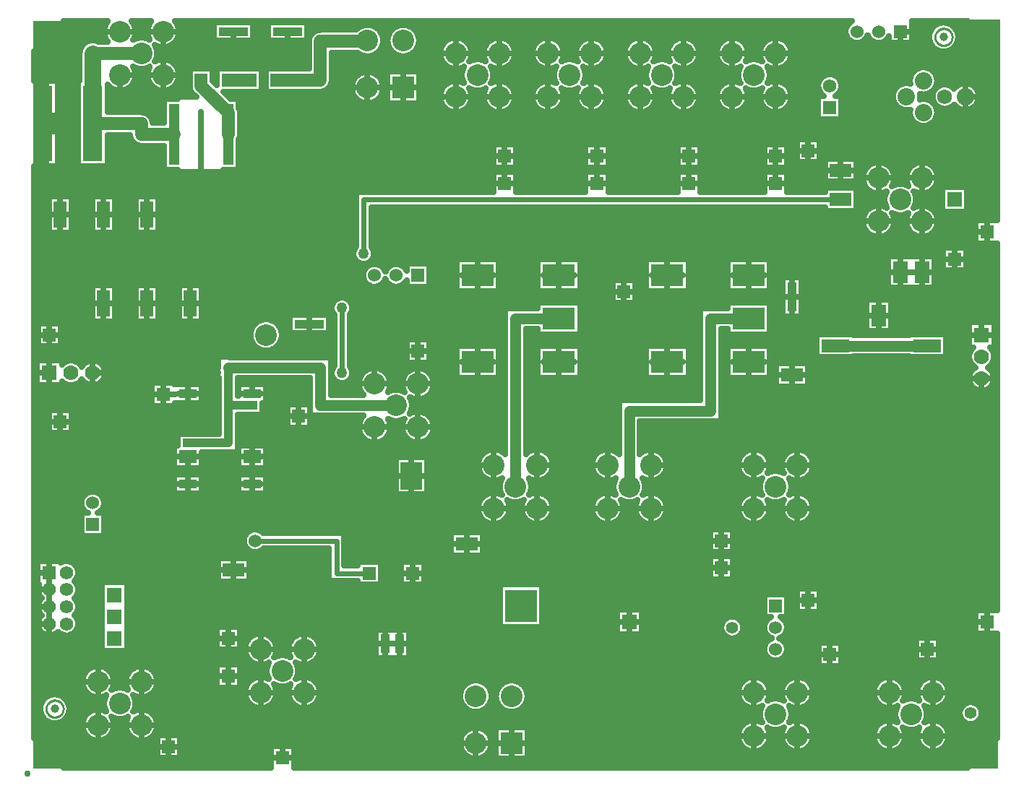
<source format=gbl>
*%FSLAX24Y24*%
*%MOIN*%
G01*
%ADD11C,0.0000*%
%ADD12C,0.0050*%
%ADD13C,0.0060*%
%ADD14C,0.0070*%
%ADD15C,0.0073*%
%ADD16C,0.0079*%
%ADD17C,0.0080*%
%ADD18C,0.0098*%
%ADD19C,0.0100*%
%ADD20C,0.0120*%
%ADD21C,0.0160*%
%ADD22C,0.0160*%
%ADD23C,0.0197*%
%ADD24C,0.0200*%
%ADD25C,0.0200*%
%ADD26C,0.0240*%
%ADD27C,0.0250*%
%ADD28C,0.0280*%
%ADD29C,0.0300*%
%ADD30C,0.0300*%
%ADD31C,0.0320*%
%ADD32C,0.0340*%
%ADD33C,0.0360*%
%ADD34C,0.0380*%
%ADD35C,0.0394*%
%ADD36C,0.0397*%
%ADD37C,0.0400*%
%ADD38C,0.0400*%
%ADD39C,0.0434*%
%ADD40C,0.0480*%
%ADD41C,0.0500*%
%ADD42C,0.0500*%
%ADD43C,0.0520*%
%ADD44C,0.0540*%
%ADD45C,0.0560*%
%ADD46C,0.0580*%
%ADD47C,0.0600*%
%ADD48C,0.0600*%
%ADD49C,0.0620*%
%ADD50C,0.0640*%
%ADD51C,0.0650*%
%ADD52C,0.0660*%
%ADD53C,0.0670*%
%ADD54C,0.0680*%
%ADD55C,0.0700*%
%ADD56C,0.0720*%
%ADD57C,0.0740*%
%ADD58C,0.0750*%
%ADD59C,0.0760*%
%ADD60C,0.0800*%
%ADD61C,0.0827*%
%ADD62C,0.0840*%
%ADD63C,0.0850*%
%ADD64C,0.0870*%
%ADD65C,0.0900*%
%ADD66C,0.1000*%
%ADD67C,0.1040*%
%ADD68C,0.1417*%
%ADD69C,0.1417*%
%ADD70C,0.1500*%
%ADD71C,0.1540*%
%ADD72C,0.2417*%
%ADD73C,0.2417*%
%ADD74R,0.0200X0.0200*%
%ADD75R,0.0200X0.0400*%
%ADD76R,0.0250X0.0300*%
%ADD77R,0.0300X0.0300*%
%ADD78R,0.0350X0.0550*%
%ADD79R,0.0350X0.0800*%
%ADD80R,0.0360X0.1300*%
%ADD81R,0.0400X0.0400*%
%ADD82R,0.0400X0.0500*%
%ADD83R,0.0400X0.1350*%
%ADD84R,0.0400X0.2700*%
%ADD85R,0.0420X0.0850*%
%ADD86R,0.0440X0.0540*%
%ADD87R,0.0440X0.1390*%
%ADD88R,0.0460X0.0890*%
%ADD89R,0.0500X0.0200*%
%ADD90R,0.0500X0.0400*%
%ADD91R,0.0500X0.0500*%
%ADD92R,0.0500X0.0500*%
%ADD93R,0.0500X0.0850*%
%ADD94R,0.0500X0.2800*%
%ADD95R,0.0540X0.0440*%
%ADD96R,0.0540X0.0890*%
%ADD97R,0.0540X0.1140*%
%ADD98R,0.0540X0.2840*%
%ADD99R,0.0550X0.0350*%
%ADD100R,0.0551X0.0394*%
%ADD101R,0.0551X0.1417*%
%ADD102R,0.0560X0.0320*%
%ADD103R,0.0591X0.0434*%
%ADD104R,0.0600X0.0280*%
%ADD105R,0.0600X0.0300*%
%ADD106R,0.0600X0.0360*%
%ADD107R,0.0600X0.0600*%
%ADD108R,0.0600X0.0600*%
%ADD109R,0.0600X0.0700*%
%ADD110R,0.0600X0.0900*%
%ADD111R,0.0600X0.1200*%
%ADD112R,0.0620X0.0620*%
%ADD113R,0.0640X0.0320*%
%ADD114R,0.0640X0.0340*%
%ADD115R,0.0640X0.0400*%
%ADD116R,0.0640X0.0640*%
%ADD117R,0.0640X0.0740*%
%ADD118R,0.0640X0.1240*%
%ADD119R,0.0650X0.0200*%
%ADD120R,0.0650X0.0300*%
%ADD121R,0.0650X0.0550*%
%ADD122R,0.0660X0.0660*%
%ADD123R,0.0700X0.0300*%
%ADD124R,0.0700X0.0340*%
%ADD125R,0.0700X0.0350*%
%ADD126R,0.0700X0.0600*%
%ADD127R,0.0700X0.0700*%
%ADD128R,0.0700X0.0700*%
%ADD129R,0.0700X0.1000*%
%ADD130R,0.0709X0.0394*%
%ADD131R,0.0740X0.0640*%
%ADD132R,0.0740X0.0740*%
%ADD133R,0.0740X0.1040*%
%ADD134R,0.0749X0.0434*%
%ADD135R,0.0750X0.0300*%
%ADD136R,0.0750X0.0400*%
%ADD137R,0.0750X0.0550*%
%ADD138R,0.0750X0.0800*%
%ADD139R,0.0760X0.0760*%
%ADD140R,0.0800X0.0350*%
%ADD141R,0.0800X0.0550*%
%ADD142R,0.0800X0.3400*%
%ADD143R,0.0827X0.0394*%
%ADD144R,0.0827X0.0591*%
%ADD145R,0.0867X0.0434*%
%ADD146R,0.0867X0.0631*%
%ADD147R,0.0900X0.0900*%
%ADD148R,0.0900X0.3500*%
%ADD149R,0.0940X0.3540*%
%ADD150R,0.0950X0.1200*%
%ADD151R,0.0960X0.0540*%
%ADD152R,0.0960X0.1220*%
%ADD153R,0.0984X0.1260*%
%ADD154R,0.1000X0.0600*%
%ADD155R,0.1000X0.0800*%
%ADD156R,0.1000X0.1000*%
%ADD157R,0.1000X0.1000*%
%ADD158R,0.1000X0.1200*%
%ADD159R,0.1000X0.1250*%
%ADD160R,0.1040X0.0640*%
%ADD161R,0.1040X0.0840*%
%ADD162R,0.1040X0.1040*%
%ADD163R,0.1040X0.1290*%
%ADD164R,0.1102X0.0394*%
%ADD165R,0.1200X0.0600*%
%ADD166R,0.1200X0.1200*%
%ADD167R,0.1250X0.0600*%
%ADD168R,0.1250X0.0800*%
%ADD169R,0.1250X0.1250*%
%ADD170R,0.1260X0.0591*%
%ADD171R,0.1290X0.0640*%
%ADD172R,0.1300X0.0631*%
%ADD173R,0.1300X0.0360*%
%ADD174R,0.1350X0.0400*%
%ADD175R,0.1390X0.0440*%
%ADD176R,0.1500X0.1000*%
%ADD177R,0.1500X0.1500*%
%ADD178R,0.1540X0.1040*%
%ADD179R,0.1540X0.1540*%
%ADD180R,0.1600X0.0200*%
%ADD181R,0.1600X0.2400*%
%ADD182R,0.1700X0.1700*%
%ADD183R,0.1900X0.1900*%
%ADD184R,0.2000X0.2000*%
%ADD185R,0.2100X0.2100*%
%ADD186R,0.2200X0.2200*%
%ADD187R,0.2300X0.2300*%
%ADD188R,0.2500X0.0500*%
%ADD189R,0.2750X0.0500*%
%ADD190R,0.3000X0.3000*%
%ADD191R,0.3300X0.2750*%
%ADD192R,0.3340X0.2790*%
%ADD193R,0.3700X0.3700*%
%ADD194R,0.4250X0.0750*%
%ADD195R,0.4290X0.0790*%
D18*
X70934Y64220D02*
X70932Y64187D01*
X70928Y64154D01*
X70921Y64122D01*
X70912Y64091D01*
X70900Y64060D01*
X70885Y64030D01*
X70868Y64002D01*
X70849Y63975D01*
X70827Y63950D01*
X70803Y63927D01*
X70778Y63906D01*
X70751Y63888D01*
X70722Y63871D01*
X70693Y63857D01*
X70662Y63846D01*
X70630Y63837D01*
X70598Y63831D01*
X70565Y63827D01*
X70532Y63826D01*
X70499Y63828D01*
X70466Y63833D01*
X70434Y63841D01*
X70403Y63851D01*
X70372Y63864D01*
X70343Y63879D01*
X70315Y63897D01*
X70289Y63917D01*
X70265Y63939D01*
X70242Y63963D01*
X70221Y63989D01*
X70203Y64016D01*
X70187Y64045D01*
X70174Y64075D01*
X70163Y64106D01*
X70155Y64138D01*
X70149Y64171D01*
X70147Y64204D01*
Y64236D01*
X70149Y64269D01*
X70155Y64302D01*
X70163Y64334D01*
X70174Y64365D01*
X70187Y64395D01*
X70203Y64424D01*
X70221Y64451D01*
X70242Y64477D01*
X70265Y64501D01*
X70289Y64523D01*
X70315Y64543D01*
X70343Y64561D01*
X70372Y64576D01*
X70403Y64589D01*
X70434Y64599D01*
X70466Y64607D01*
X70499Y64612D01*
X70532Y64614D01*
X70565Y64613D01*
X70598Y64609D01*
X70630Y64603D01*
X70662Y64594D01*
X70693Y64583D01*
X70722Y64569D01*
X70751Y64552D01*
X70778Y64534D01*
X70803Y64513D01*
X70827Y64490D01*
X70849Y64465D01*
X70868Y64438D01*
X70885Y64410D01*
X70900Y64380D01*
X70912Y64349D01*
X70921Y64318D01*
X70928Y64286D01*
X70932Y64253D01*
X70934Y64220D01*
X29934Y33220D02*
X29932Y33187D01*
X29928Y33154D01*
X29921Y33122D01*
X29912Y33091D01*
X29900Y33060D01*
X29885Y33030D01*
X29868Y33002D01*
X29849Y32975D01*
X29827Y32950D01*
X29803Y32927D01*
X29778Y32906D01*
X29751Y32888D01*
X29722Y32871D01*
X29693Y32857D01*
X29662Y32846D01*
X29630Y32837D01*
X29598Y32831D01*
X29565Y32827D01*
X29532Y32826D01*
X29499Y32828D01*
X29466Y32833D01*
X29434Y32841D01*
X29403Y32851D01*
X29372Y32864D01*
X29343Y32879D01*
X29315Y32897D01*
X29289Y32917D01*
X29265Y32939D01*
X29242Y32963D01*
X29221Y32989D01*
X29203Y33016D01*
X29187Y33045D01*
X29174Y33075D01*
X29163Y33106D01*
X29155Y33138D01*
X29149Y33171D01*
X29147Y33204D01*
Y33236D01*
X29149Y33269D01*
X29155Y33302D01*
X29163Y33334D01*
X29174Y33365D01*
X29187Y33395D01*
X29203Y33424D01*
X29221Y33451D01*
X29242Y33477D01*
X29265Y33501D01*
X29289Y33523D01*
X29315Y33543D01*
X29343Y33561D01*
X29372Y33576D01*
X29403Y33589D01*
X29434Y33599D01*
X29466Y33607D01*
X29499Y33612D01*
X29532Y33614D01*
X29565Y33613D01*
X29598Y33609D01*
X29630Y33603D01*
X29662Y33594D01*
X29693Y33583D01*
X29722Y33569D01*
X29751Y33552D01*
X29778Y33534D01*
X29803Y33513D01*
X29827Y33490D01*
X29849Y33465D01*
X29868Y33438D01*
X29885Y33410D01*
X29900Y33380D01*
X29912Y33349D01*
X29921Y33318D01*
X29928Y33286D01*
X29932Y33253D01*
X29934Y33220D01*
D26*
X42540Y39470D02*
Y40970D01*
X42790Y48720D02*
Y51720D01*
X43790Y54220D02*
Y56720D01*
X43890Y39470D02*
X42540D01*
Y40970D02*
X38790D01*
X43790Y56720D02*
X65790D01*
D27*
X38962Y46795D02*
X38962Y46790D01*
X38962Y46787D01*
X38962Y46784D01*
X37112Y46798D02*
X37115Y47222D01*
X38538Y46787D02*
X38962Y46784D01*
X38538Y46787D02*
X38138Y46790D01*
X38115Y46790D01*
X37965Y46792D01*
X37115Y46798D02*
X37112Y46798D01*
X42265Y48962D02*
X42266Y49436D01*
X37066Y49446D02*
X37066Y49395D01*
X37064Y48496D01*
X37965Y48494D02*
X41315Y48488D01*
X37115Y48496D02*
X37064Y48496D01*
X42265Y49436D02*
X42266Y49436D01*
X42265Y49436D02*
X41791Y49437D01*
X41315Y49438D01*
X37965Y49444D01*
X37115Y49446D01*
X37066Y49446D01*
X35919Y61599D02*
X35919Y61599D01*
X35919Y61599D02*
X36073Y61445D01*
X36815Y62187D02*
X37015Y61987D01*
X37307Y61695D02*
X37657Y61345D01*
X28790Y62195D02*
Y63383D01*
Y58245D02*
Y50995D01*
Y49945D02*
Y49295D01*
Y48145D02*
Y40036D01*
Y38541D02*
Y38099D01*
Y37753D02*
Y37312D01*
Y36966D02*
Y32057D01*
X29040Y62195D02*
Y63278D01*
Y58245D02*
Y56845D01*
Y55195D01*
Y50995D01*
Y49945D02*
Y49295D01*
Y48145D02*
Y46995D01*
Y45945D01*
Y40036D01*
Y36669D02*
Y33663D01*
Y32777D02*
Y32162D01*
X29290Y62195D02*
Y63245D01*
Y58245D02*
Y56845D01*
Y55195D02*
Y50995D01*
Y49945D02*
Y49295D01*
Y48145D02*
Y46995D01*
Y45945D02*
Y40036D01*
Y36604D02*
Y33839D01*
Y32601D02*
Y32195D01*
X28565Y62195D02*
Y63568D01*
Y58245D02*
Y50995D01*
Y49945D01*
Y49295D01*
Y48145D01*
Y40036D01*
Y38966D01*
Y31872D01*
X29265Y45945D02*
Y46995D01*
Y55195D02*
Y56845D01*
X28765Y50995D02*
Y49945D01*
X28715Y49295D02*
Y48145D01*
X28761Y40036D02*
Y38966D01*
X29296D02*
Y39501D01*
Y40036D01*
Y37139D02*
Y36604D01*
Y37139D02*
Y37674D01*
Y37926D02*
Y37391D01*
Y37926D02*
Y38461D01*
X29296Y38714D02*
Y38179D01*
Y38714D02*
Y39249D01*
X29290Y32195D02*
Y31220D01*
Y48145D02*
Y48720D01*
Y49295D01*
Y49945D02*
Y50470D01*
Y50995D01*
Y63245D02*
Y64220D01*
X28990Y60220D02*
Y58245D01*
Y60220D02*
Y62195D01*
X29540D02*
Y63278D01*
Y58245D02*
Y56845D01*
Y55195D02*
Y50995D01*
Y49945D02*
Y49295D01*
Y48145D02*
Y46995D01*
Y45945D02*
Y40036D01*
Y36663D02*
Y33888D01*
Y32552D02*
Y32162D01*
X29790Y62195D02*
Y63383D01*
Y62195D02*
Y58245D01*
Y56845D01*
Y55195D02*
Y50995D01*
Y49945D02*
Y49295D01*
Y48145D02*
Y46995D01*
Y45945D02*
Y40036D01*
Y36692D02*
Y33839D01*
Y32601D02*
Y32057D01*
X30040Y56845D02*
Y63597D01*
Y55195D02*
Y50995D01*
Y49945D01*
Y49295D01*
Y48145D02*
Y46995D01*
Y45945D02*
Y40036D01*
Y36606D02*
Y33663D01*
Y32777D02*
Y31843D01*
X30290Y56845D02*
Y64945D01*
Y55195D02*
Y49295D01*
Y48145D02*
Y46995D01*
Y45945D02*
Y39995D01*
Y36645D02*
Y30495D01*
X30540Y62195D02*
Y64945D01*
Y62195D02*
Y58245D01*
Y56845D01*
Y55195D01*
Y49238D01*
Y48202D02*
Y46995D01*
Y45945D01*
Y42245D01*
Y41195D01*
Y39780D01*
Y36860D02*
Y30495D01*
X30790Y63802D02*
Y64945D01*
Y58245D02*
Y49004D01*
Y48436D02*
Y42880D01*
Y42560D02*
Y42245D01*
Y41195D02*
Y30495D01*
X31040Y64015D02*
Y64945D01*
Y58245D02*
Y56845D01*
Y55195D01*
Y52745D01*
Y51095D01*
Y49238D01*
Y48202D02*
Y43182D01*
Y41195D02*
Y34995D01*
Y33945D02*
Y32995D01*
Y31945D02*
Y30495D01*
X31290Y64070D02*
Y64945D01*
Y58245D02*
Y56845D01*
Y55195D02*
Y52745D01*
Y51095D02*
Y49295D01*
Y48145D02*
Y43245D01*
Y41195D02*
Y35151D01*
Y33789D02*
Y33151D01*
Y31789D02*
Y30495D01*
X30690Y62195D02*
Y63470D01*
X30615Y62195D02*
Y58245D01*
X29665D02*
Y62195D01*
X30765Y42245D02*
Y41195D01*
X30315Y45945D02*
Y46995D01*
X31265Y51095D02*
Y52745D01*
X30315Y55195D02*
Y56845D01*
X31265D02*
Y55195D01*
X29815Y50995D02*
Y49945D01*
X29865Y49295D02*
Y49107D01*
Y48333D02*
Y48145D01*
X29831Y40036D02*
Y39973D01*
X31290Y48145D02*
Y48720D01*
Y49295D01*
X29790Y55195D02*
Y56020D01*
Y56845D01*
Y46470D02*
Y45945D01*
Y46470D02*
Y46995D01*
X31540Y64015D02*
Y64945D01*
Y58245D02*
Y56845D01*
Y55195D02*
Y52745D01*
Y51095D02*
Y49238D01*
Y48202D02*
Y43182D01*
Y41195D02*
Y39045D01*
Y38045D01*
Y37895D02*
Y37045D01*
Y36895D02*
Y35895D01*
Y35195D01*
Y33745D02*
Y33195D01*
Y31745D02*
Y30495D01*
X31790Y63995D02*
Y64945D01*
Y58245D02*
Y56845D01*
Y55195D02*
Y52745D01*
Y51095D02*
Y49004D01*
Y48436D02*
Y42880D01*
Y42560D02*
Y42245D01*
Y41195D02*
Y39045D01*
Y35895D02*
Y35151D01*
Y33789D02*
Y33151D01*
Y31789D02*
Y30495D01*
X32040Y60745D02*
Y61945D01*
Y59695D02*
Y58245D01*
Y56845D01*
Y55195D02*
Y52745D01*
Y51095D02*
Y42245D01*
Y41195D01*
Y39045D01*
Y35895D02*
Y34995D01*
Y31945D02*
Y30495D01*
X32290Y60745D02*
Y61789D01*
Y59695D02*
Y56845D01*
Y55195D02*
Y52745D01*
Y51095D02*
Y39045D01*
Y35895D02*
Y34151D01*
Y32789D02*
Y30495D01*
X32540Y60745D02*
Y61745D01*
Y59695D02*
Y56845D01*
Y55195D01*
Y52745D01*
Y51095D01*
Y39045D01*
Y35895D02*
Y34195D01*
Y32745D02*
Y30495D01*
X32790Y60745D02*
Y61789D01*
Y59695D02*
Y39045D01*
Y35895D02*
Y34151D01*
Y32789D02*
Y30495D01*
X33040Y60745D02*
Y61945D01*
Y59560D02*
Y56845D01*
Y55195D01*
Y52745D01*
Y51095D01*
Y39045D01*
Y38045D01*
Y37895D02*
Y37045D01*
Y36895D02*
Y35895D01*
Y34995D01*
Y31945D02*
Y30495D01*
X33290Y64151D02*
Y64945D01*
Y62789D02*
Y60745D01*
Y59195D02*
Y56845D01*
Y55195D02*
Y52745D01*
Y51095D02*
Y35151D01*
Y33789D02*
Y33151D01*
Y31789D02*
Y30495D01*
X31965Y60745D02*
Y62028D01*
Y59695D02*
Y58245D01*
X31815Y42245D02*
Y41195D01*
X33265Y51095D02*
Y52745D01*
X32315D02*
Y51095D01*
Y55195D02*
Y56845D01*
X33265D02*
Y55195D01*
X32865Y37045D02*
Y36895D01*
Y35895D01*
Y35770D01*
X31715Y36895D02*
Y37045D01*
Y36895D02*
Y35895D01*
Y35770D01*
X32865Y37895D02*
Y38045D01*
Y37895D02*
Y37045D01*
Y36895D02*
Y36770D01*
X31715Y37895D02*
Y38045D01*
Y37895D02*
Y37045D01*
Y36895D02*
Y36770D01*
X32865Y38045D02*
Y39045D01*
Y37895D02*
Y37770D01*
X31715Y38045D02*
Y39045D01*
Y37895D02*
Y37770D01*
X31540Y34470D02*
Y33745D01*
Y34470D02*
Y35195D01*
Y32470D02*
Y31745D01*
Y32470D02*
Y33195D01*
X31790Y55195D02*
Y56020D01*
Y56845D01*
Y51920D02*
Y51095D01*
Y51920D02*
Y52745D01*
X32540Y61745D02*
Y62470D01*
X33540Y64195D02*
Y64945D01*
Y62745D02*
Y60745D01*
Y59195D02*
Y56845D01*
Y55195D02*
Y52745D01*
Y51095D02*
Y35195D01*
Y33745D02*
Y33195D01*
Y31745D02*
Y30495D01*
X33790Y64151D02*
Y64945D01*
Y62789D02*
Y60745D01*
Y59195D02*
Y56845D01*
Y55195D02*
Y52745D01*
Y51095D02*
Y48245D01*
Y47195D01*
Y35151D01*
Y33789D02*
Y33151D01*
Y31789D02*
Y30495D01*
X34040Y60380D02*
Y61945D01*
Y59195D02*
Y56845D01*
Y55195D02*
Y52745D01*
Y51095D02*
Y48245D01*
Y47195D02*
Y34995D01*
Y33945D02*
Y32995D01*
Y31945D02*
Y30945D01*
Y30495D01*
X34290Y63151D02*
Y63789D01*
Y61789D02*
Y61345D01*
Y60245D01*
Y59195D02*
Y58095D01*
Y56845D01*
Y55195D02*
Y52745D01*
Y51095D02*
Y48245D01*
Y47195D02*
Y31995D01*
Y30945D02*
Y30495D01*
X34540Y63195D02*
Y63745D01*
Y61745D02*
Y61345D01*
Y60245D01*
Y59195D02*
Y58095D01*
Y56845D01*
Y55195D01*
Y52745D01*
Y51095D01*
Y48245D01*
Y47195D02*
Y31995D01*
Y30945D02*
Y30495D01*
X34790Y63151D02*
Y63789D01*
Y61789D02*
Y61345D01*
Y58095D02*
Y48245D01*
Y47195D02*
Y45370D01*
Y44330D01*
Y44012D01*
Y43168D01*
Y31995D01*
Y30945D02*
Y30495D01*
X35040Y62995D02*
Y63945D01*
Y61945D02*
Y61445D01*
Y57995D02*
Y52745D01*
Y51095D01*
Y48245D01*
Y47195D02*
Y45902D01*
Y45370D01*
Y45058D01*
Y44330D01*
Y44012D01*
Y43168D01*
Y31995D01*
Y30945D02*
Y30495D01*
X35290Y61445D02*
Y64945D01*
Y57995D02*
Y52745D01*
Y51095D02*
Y48245D01*
Y47195D02*
Y45905D01*
Y44330D02*
Y44012D01*
Y43168D02*
Y31995D01*
Y30945D02*
Y30495D01*
X35215Y61345D02*
Y61445D01*
Y58095D02*
Y57995D01*
X34565Y60245D02*
Y61345D01*
Y59195D02*
Y58095D01*
X34315Y52745D02*
Y51095D01*
Y55195D02*
Y56845D01*
X35265Y52745D02*
Y51095D01*
X35065Y48245D02*
Y48185D01*
Y47341D02*
Y47195D01*
X34015D02*
Y48245D01*
X35205Y45905D02*
Y45902D01*
Y45370D01*
X35047Y44012D02*
Y43168D01*
Y48185D02*
Y48245D01*
Y45370D02*
Y45058D01*
Y44330D01*
X35315Y31995D02*
Y30945D01*
X34265D02*
Y31995D01*
X33540Y31745D02*
Y32470D01*
Y33195D01*
Y33745D02*
Y34470D01*
Y35195D01*
X34790Y31470D02*
Y30945D01*
Y31470D02*
Y31995D01*
X34540Y47195D02*
Y47720D01*
Y48245D01*
X33790Y55195D02*
Y56020D01*
Y56845D01*
Y51920D02*
Y51095D01*
Y51920D02*
Y52745D01*
X34540Y63745D02*
Y64470D01*
Y62470D02*
Y61745D01*
Y62470D02*
Y63195D01*
X35540Y62745D02*
Y64945D01*
Y62745D02*
Y61695D01*
Y61445D01*
Y57995D02*
Y52745D01*
Y51095D02*
Y48185D01*
Y47341D02*
Y45905D01*
Y44330D02*
Y44012D01*
Y43168D02*
Y31995D01*
Y30945D01*
Y30495D01*
X35790Y62745D02*
Y64945D01*
Y61695D02*
Y61445D01*
Y57995D02*
Y52745D01*
Y51095D02*
Y48185D01*
Y47341D02*
Y45905D01*
Y44330D02*
Y44012D01*
Y43168D02*
Y30495D01*
X36040Y62745D02*
Y64945D01*
Y57995D02*
Y52745D01*
Y51095D02*
Y48185D01*
Y47341D02*
Y45905D01*
Y44330D02*
Y44012D01*
Y43168D02*
Y30495D01*
X36290Y62745D02*
Y64945D01*
Y57995D02*
Y52745D01*
Y51095D02*
Y48185D01*
Y47341D02*
Y45905D01*
Y44330D02*
Y44012D01*
Y43168D02*
Y30495D01*
X36540Y62745D02*
Y64945D01*
Y57995D02*
Y52745D01*
Y51095D01*
Y48185D01*
Y47341D01*
Y45905D01*
Y45055D02*
Y44330D01*
Y44012D01*
Y43168D01*
Y30495D01*
X36790Y64045D02*
Y64895D01*
Y64045D02*
Y62745D01*
Y57995D02*
Y45905D01*
Y45055D02*
Y40145D01*
Y39095D01*
Y36995D01*
Y35945D01*
Y35245D01*
Y34195D01*
Y30495D01*
X37040Y62745D02*
Y64045D01*
Y57995D02*
Y49395D01*
Y47645D01*
Y46795D01*
Y45905D01*
Y45055D02*
Y40145D01*
Y39095D01*
Y36995D01*
Y35945D02*
Y35245D01*
Y34195D02*
Y30495D01*
X36815Y62187D02*
Y62220D01*
X35765Y62220D02*
Y62220D01*
Y62220D02*
Y61970D01*
Y61970D01*
Y61845D01*
X37115Y49446D02*
Y49395D01*
Y48496D02*
Y47645D01*
Y47222D01*
Y46798D01*
Y46795D01*
Y46670D01*
Y46795D02*
Y45905D01*
Y45055D02*
Y44930D01*
X35359Y45902D02*
Y45905D01*
X36265Y60695D02*
Y60757D01*
Y60695D02*
Y60195D01*
Y60070D01*
Y60195D02*
Y57995D01*
Y57870D01*
X37015Y62220D02*
Y62745D01*
Y62220D02*
Y61987D01*
X36815Y62220D02*
Y62745D01*
X35765D02*
Y62220D01*
Y61970D01*
Y61695D01*
Y61570D01*
X36890Y64895D02*
Y64945D01*
Y64895D02*
Y64045D01*
X36315Y52745D02*
Y51095D01*
X36324Y44012D02*
Y43168D01*
Y47341D02*
Y48185D01*
Y45055D02*
Y44330D01*
X37015Y36995D02*
Y35945D01*
X37065Y39095D02*
Y40145D01*
X37015Y35245D02*
Y34195D01*
X35686Y44212D02*
Y44850D01*
Y47125D02*
Y47763D01*
Y48402D01*
Y43590D02*
Y42952D01*
Y43590D02*
Y44228D01*
X35790Y51095D02*
Y51920D01*
Y52745D01*
X37290Y62745D02*
Y64045D01*
Y57995D02*
Y49445D01*
Y45055D02*
Y40145D01*
Y39095D02*
Y36995D01*
Y35945D02*
Y35245D01*
Y34195D02*
Y30495D01*
X37540Y62745D02*
Y64045D01*
Y57995D02*
Y49445D01*
Y45055D02*
Y40145D01*
Y39095D02*
Y36995D01*
Y35945D02*
Y35245D01*
Y34195D02*
Y30495D01*
X37790Y62745D02*
Y64045D01*
Y61695D02*
Y61345D01*
Y58095D02*
Y49445D01*
Y45055D02*
Y44330D01*
Y44012D01*
Y43168D01*
Y40145D01*
Y39095D02*
Y36995D01*
Y35945D02*
Y35245D01*
Y34195D02*
Y30495D01*
X38040Y62745D02*
Y64045D01*
Y61695D02*
Y61345D01*
Y60880D01*
Y59560D02*
Y58095D01*
Y49444D01*
Y48494D02*
Y48185D01*
Y46787D02*
Y45905D01*
Y45370D01*
Y44330D02*
Y44012D01*
Y43168D02*
Y40145D01*
Y39095D02*
Y36995D01*
Y35945D02*
Y35245D01*
Y34195D02*
Y30495D01*
X38290Y62745D02*
Y64045D01*
Y61695D02*
Y61345D01*
Y58095D01*
Y49444D01*
Y48494D02*
Y48185D01*
Y46787D02*
Y45370D01*
Y44330D02*
Y44012D01*
Y43168D02*
Y41315D01*
Y40625D02*
Y40145D01*
Y39095D02*
Y36995D01*
Y35945D01*
Y35245D01*
Y34195D01*
Y30495D01*
X38540Y62745D02*
Y64045D01*
Y61695D02*
Y49443D01*
Y48493D02*
Y48185D01*
Y46787D02*
Y45370D01*
Y44330D02*
Y44012D01*
Y43168D02*
Y41432D01*
Y40508D02*
Y40145D01*
Y39095D01*
Y36495D01*
Y35445D02*
Y34495D01*
Y33445D02*
Y30495D01*
X38790Y64045D02*
Y64895D01*
Y64045D02*
Y62745D01*
Y61695D02*
Y50995D01*
Y49945D02*
Y49443D01*
Y48493D02*
Y48185D01*
Y46785D02*
Y45370D01*
Y44330D02*
Y44012D01*
Y43168D02*
Y41495D01*
Y40445D02*
Y40145D01*
Y39095D01*
Y36651D01*
Y35289D02*
Y34651D01*
Y33289D02*
Y30495D01*
X39040Y62745D02*
Y64945D01*
Y61695D02*
Y51151D01*
Y49789D02*
Y49442D01*
Y48492D02*
Y48185D01*
Y46787D02*
Y45370D01*
Y44330D02*
Y44012D01*
Y43168D02*
Y41432D01*
Y40508D02*
Y36695D01*
Y35245D02*
Y34695D01*
Y33245D02*
Y30495D01*
X37965Y48185D02*
Y48494D01*
Y48185D02*
Y47645D01*
Y46792D02*
Y46790D01*
Y46787D01*
Y46670D01*
Y46787D02*
Y45905D01*
Y45370D01*
Y45055D01*
Y44930D01*
X38965Y46790D02*
Y46795D01*
Y46790D02*
Y46787D01*
X38115Y46790D02*
Y46790D01*
Y46790D02*
Y46787D01*
X38065Y60720D02*
Y60720D01*
Y60720D02*
Y59720D01*
X37315Y58095D02*
Y57995D01*
X39065Y62220D02*
Y62745D01*
Y62220D02*
Y61695D01*
X38690Y64895D02*
Y64945D01*
Y64895D02*
Y64045D01*
X38015Y61345D02*
Y60944D01*
Y59496D02*
Y58095D01*
X39119Y47341D02*
Y46795D01*
Y46790D01*
Y46787D01*
X38000Y44012D02*
Y43168D01*
Y47645D02*
Y48185D01*
Y45370D02*
Y45055D01*
Y44330D01*
X38065Y36995D02*
Y35945D01*
X38515Y39095D02*
Y40145D01*
X38065Y35245D02*
Y34195D01*
X39040Y35245D02*
Y35970D01*
Y36695D01*
Y33970D02*
Y33245D01*
Y33970D02*
Y34695D01*
X37540Y34720D02*
Y34195D01*
Y34720D02*
Y35245D01*
X37790Y38895D02*
Y39620D01*
Y40345D01*
X37540Y36470D02*
Y35945D01*
Y36470D02*
Y36995D01*
X38638Y44212D02*
Y44850D01*
Y45488D01*
Y47763D02*
Y48402D01*
Y43590D02*
Y42952D01*
Y43590D02*
Y44228D01*
X37790Y63570D02*
Y64470D01*
X39290Y64045D02*
Y64895D01*
Y64045D02*
Y62745D01*
Y61695D02*
Y51195D01*
Y49745D02*
Y49442D01*
Y48492D02*
Y48185D01*
Y47634D01*
Y47341D01*
Y46790D01*
Y45370D01*
Y44330D01*
Y44012D01*
Y43168D01*
Y41315D01*
Y40625D02*
Y36651D01*
Y35289D02*
Y34651D01*
Y33289D02*
Y31495D01*
Y30495D01*
X39540Y62745D02*
Y64045D01*
Y61695D02*
Y51151D01*
Y49789D02*
Y49441D01*
Y48491D02*
Y48185D01*
Y47341D01*
Y45370D01*
Y44330D01*
Y44012D01*
Y43168D01*
Y41315D01*
Y40625D02*
Y36495D01*
Y33445D02*
Y31495D01*
X39790Y62745D02*
Y64045D01*
Y61695D02*
Y50995D01*
Y49945D02*
Y49441D01*
Y48491D02*
Y41315D01*
Y40625D02*
Y35651D01*
Y34289D02*
Y31495D01*
X40040Y62745D02*
Y64045D01*
Y61695D02*
Y49440D01*
Y48490D02*
Y47245D01*
Y46195D01*
Y41315D01*
Y40625D02*
Y35695D01*
Y34245D02*
Y31495D01*
X40290Y62745D02*
Y64045D01*
Y61695D02*
Y51395D01*
Y50545D01*
Y49440D01*
Y48490D02*
Y47245D01*
Y46195D02*
Y41315D01*
Y40625D02*
Y35651D01*
Y34289D02*
Y31495D01*
X40540Y62745D02*
Y64045D01*
Y61695D02*
Y51395D01*
Y50545D02*
Y49439D01*
Y48489D02*
Y47245D01*
Y46195D02*
Y41315D01*
Y40625D02*
Y36495D01*
Y33445D02*
Y31495D01*
X40790Y62745D02*
Y64045D01*
Y61695D02*
Y51395D01*
Y50545D02*
Y49439D01*
Y48489D02*
Y47245D01*
Y46195D02*
Y41315D01*
Y40625D02*
Y36651D01*
Y35289D02*
Y34651D01*
Y33289D02*
Y31495D01*
Y30495D01*
X41040Y62745D02*
Y64045D01*
Y61695D02*
Y51395D01*
Y50545D02*
Y49439D01*
Y48489D02*
Y47695D01*
Y47245D01*
Y46195D02*
Y41315D01*
Y40625D02*
Y36695D01*
Y35245D02*
Y34695D01*
Y33245D02*
Y30495D01*
X39265Y62220D02*
Y62745D01*
Y62220D02*
Y61695D01*
X41190Y64895D02*
Y64945D01*
Y64895D02*
Y64045D01*
X39390Y64895D02*
Y64945D01*
Y64895D02*
Y64045D01*
X40390Y51395D02*
Y50545D01*
X39277Y44012D02*
Y43168D01*
Y47634D02*
Y48185D01*
Y47634D02*
Y47341D01*
Y45370D02*
Y44330D01*
X40265Y46195D02*
Y47245D01*
X40565Y31495D02*
Y30495D01*
X39515D02*
Y31495D01*
X40040D02*
Y30970D01*
X41040Y33245D02*
Y33970D01*
Y34695D01*
Y35245D02*
Y35970D01*
Y36695D01*
X40790Y46195D02*
Y46720D01*
Y47245D01*
X40290Y63570D02*
Y64470D01*
X41290Y64180D02*
Y64895D01*
Y61695D02*
Y51395D01*
Y50545D02*
Y49438D01*
Y48488D02*
Y47695D01*
Y47245D01*
Y46195D02*
Y41315D01*
Y40625D02*
Y36651D01*
Y35289D02*
Y34651D01*
Y33289D02*
Y30495D01*
X41540Y64545D02*
Y64945D01*
Y61695D02*
Y51395D01*
Y50545D02*
Y49438D01*
Y46745D02*
Y46195D01*
Y41315D01*
Y40625D02*
Y36495D01*
Y35445D02*
Y34495D01*
Y33445D02*
Y30495D01*
X41790Y64545D02*
Y64945D01*
Y61695D02*
Y51395D01*
Y50545D02*
Y49437D01*
Y46745D02*
Y41315D01*
Y40625D02*
Y30495D01*
X42040Y64545D02*
Y64945D01*
Y61695D02*
Y51395D01*
Y50545D02*
Y49437D01*
Y46745D02*
Y41315D01*
Y40625D02*
Y39815D01*
Y39125D01*
Y30495D01*
X42290Y64545D02*
Y64945D01*
Y62060D02*
Y52065D01*
Y51395D01*
Y50545D01*
Y49437D01*
Y48375D01*
Y47695D01*
Y46745D02*
Y41315D01*
Y39125D02*
Y30495D01*
X42540Y64545D02*
Y64945D01*
Y63495D02*
Y52124D01*
Y48316D02*
Y47695D01*
Y46745D02*
Y41315D01*
Y39125D02*
Y30495D01*
X42790Y64545D02*
Y64945D01*
Y63495D02*
Y59676D01*
Y59164D02*
Y57776D01*
Y57264D02*
Y52195D01*
Y48245D02*
Y47695D01*
Y46745D02*
Y41315D01*
Y39125D02*
Y30495D01*
X43040Y64545D02*
Y64945D01*
Y63495D02*
Y59871D01*
Y57069D02*
Y52124D01*
Y48316D02*
Y47695D01*
Y46745D02*
Y41315D01*
Y40625D01*
Y39815D01*
Y39125D02*
Y30495D01*
X42885Y40625D02*
Y41315D01*
Y40625D02*
Y39815D01*
X42195D02*
Y40625D01*
Y39815D02*
Y39125D01*
X42315Y62220D02*
Y63495D01*
X41265Y64020D02*
Y64045D01*
Y64020D02*
Y62745D01*
X43135Y52065D02*
Y52046D01*
Y51394D02*
Y49046D01*
Y48394D02*
Y48375D01*
X42445Y52046D02*
Y52065D01*
Y51394D02*
Y50545D01*
Y49437D01*
Y49046D01*
Y48394D02*
Y48375D01*
X42265Y49436D02*
Y49437D01*
Y49436D02*
Y48962D01*
Y48375D01*
Y47695D01*
X41315D02*
Y48488D01*
Y47695D02*
Y47245D01*
Y46745D01*
Y46620D01*
X42190Y50545D02*
Y51395D01*
X41315Y46745D02*
Y46195D01*
Y46070D01*
X41290Y50070D02*
Y50970D01*
Y51870D01*
X43290Y64545D02*
Y64945D01*
Y63495D02*
Y62156D01*
Y61618D02*
Y59884D01*
Y57056D02*
Y56375D01*
Y53875D01*
Y52065D01*
Y48375D01*
Y47695D01*
Y46745D02*
Y39995D01*
Y38945D02*
Y30495D01*
X43540Y64641D02*
Y64945D01*
Y63464D02*
Y62476D01*
Y61299D02*
Y59741D01*
Y58645D02*
Y58295D01*
Y53816D02*
Y47695D01*
Y46745D02*
Y39995D01*
Y38945D02*
Y30495D01*
X43790Y62591D02*
Y63349D01*
Y61183D02*
Y59381D01*
Y58659D02*
Y58281D01*
Y57559D02*
Y57065D01*
Y53745D02*
Y53380D01*
Y53060D02*
Y48745D01*
Y45695D02*
Y39995D01*
Y38945D02*
Y30495D01*
X44040Y62608D02*
Y63332D01*
Y61166D02*
Y59337D01*
Y58703D02*
Y58237D01*
Y57603D02*
Y57065D01*
Y52758D02*
Y48901D01*
Y45539D02*
Y39995D01*
Y38945D02*
Y30495D01*
X44290Y62535D02*
Y63405D01*
Y61240D02*
Y59392D01*
Y58648D02*
Y58292D01*
Y57548D02*
Y57065D01*
Y56375D02*
Y53875D01*
Y52695D02*
Y48945D01*
Y45495D02*
Y39995D01*
Y38945D02*
Y36870D01*
Y35570D01*
Y30495D01*
X44540Y64492D02*
Y64945D01*
Y63613D02*
Y62327D01*
Y61448D02*
Y59245D01*
Y58795D02*
Y58145D01*
Y57695D02*
Y57065D01*
Y56375D02*
Y53682D01*
Y52758D02*
Y48901D01*
Y45539D02*
Y39995D01*
Y38945D02*
Y36870D01*
Y35570D02*
Y30495D01*
X44790Y62612D02*
Y64945D01*
Y62612D02*
Y61162D01*
Y57065D01*
Y56375D02*
Y53380D01*
Y53060D02*
Y48745D01*
Y45695D02*
Y39995D01*
Y38945D01*
Y36870D01*
Y35570D02*
Y30495D01*
X45040Y64492D02*
Y64945D01*
Y63613D02*
Y62612D01*
Y61162D02*
Y57065D01*
Y56375D02*
Y53682D01*
Y52758D02*
Y47901D01*
Y46539D02*
Y44820D01*
Y43120D01*
Y36870D01*
Y35570D02*
Y30495D01*
X44135Y54546D02*
Y56375D01*
Y53894D02*
Y53875D01*
X43445Y56375D02*
Y57065D01*
Y56375D02*
Y54546D01*
Y53894D02*
Y53875D01*
X44892Y61162D02*
Y62612D01*
X44565Y39995D02*
Y38945D01*
X43515Y39815D02*
Y39995D01*
Y39125D02*
Y38945D01*
X44355Y36870D02*
Y35570D01*
X44790D02*
Y36220D01*
Y36870D01*
X44290Y48220D02*
Y48945D01*
Y46220D02*
Y45495D01*
X43963Y61162D02*
Y61887D01*
Y62612D01*
X45290D02*
Y63405D01*
Y61162D02*
Y57065D01*
Y56375D02*
Y53745D01*
Y52695D02*
Y47945D01*
Y46495D02*
Y44820D01*
Y43120D02*
Y39995D01*
Y38945D01*
Y36870D01*
Y35570D02*
Y30495D01*
X45540Y62612D02*
Y63332D01*
Y61162D02*
Y57065D01*
Y56375D02*
Y53745D01*
Y52695D02*
Y50245D01*
Y49195D01*
Y47901D01*
Y46539D02*
Y44820D01*
Y43120D02*
Y39995D01*
Y38945D02*
Y36870D01*
Y35570D02*
Y30495D01*
X45790Y62612D02*
Y63349D01*
Y61162D02*
Y57065D01*
Y56375D02*
Y53745D01*
Y52695D02*
Y50245D01*
Y49195D02*
Y48745D01*
Y45695D02*
Y44820D01*
Y43120D02*
Y39995D01*
Y38945D02*
Y36870D01*
Y35570D02*
Y30495D01*
X46040Y64641D02*
Y64945D01*
Y63464D02*
Y62612D01*
Y61162D02*
Y57065D01*
Y56375D02*
Y53745D01*
Y52695D02*
Y50245D01*
Y49195D02*
Y48901D01*
Y47539D02*
Y46901D01*
Y45539D02*
Y44820D01*
Y43120D02*
Y39995D01*
Y38945D02*
Y36870D01*
Y35570D01*
Y30495D01*
X46290Y64322D02*
Y64945D01*
Y63784D02*
Y62612D01*
Y61162D02*
Y57065D01*
Y56375D02*
Y53745D01*
Y52695D02*
Y50245D01*
Y49195D02*
Y48945D01*
Y47495D02*
Y46945D01*
Y45495D02*
Y44820D01*
Y43120D02*
Y39995D01*
Y38945D02*
Y30495D01*
X46540Y62612D02*
Y64945D01*
Y62612D02*
Y61162D01*
Y57065D01*
Y56375D02*
Y53745D01*
Y52695D02*
Y50245D01*
Y49195D02*
Y48901D01*
Y47539D02*
Y46901D01*
Y45539D02*
Y44820D01*
Y43120D02*
Y39995D01*
Y38945D02*
Y30495D01*
X46790Y57065D02*
Y64945D01*
Y56375D02*
Y53745D01*
Y52695D02*
Y50245D01*
Y49195D02*
Y48745D01*
Y47695D02*
Y46745D01*
Y45695D02*
Y44820D01*
Y43120D01*
Y39995D01*
Y38945D01*
Y30495D01*
X47040Y57065D02*
Y64945D01*
Y56375D02*
Y53745D01*
Y52695D01*
Y50245D01*
Y49195D01*
Y30495D01*
X46342Y61162D02*
Y62612D01*
X46715Y44820D02*
Y43120D01*
X45265D02*
Y44820D01*
X46815Y49195D02*
Y50245D01*
X45765D02*
Y49195D01*
X46815Y52695D02*
Y53745D01*
X45765D02*
Y53444D01*
Y52996D02*
Y52695D01*
X45895Y36870D02*
Y35570D01*
X46565Y38945D02*
Y39995D01*
X45515D02*
Y38945D01*
X46040D02*
Y39470D01*
Y39995D01*
X45460Y36220D02*
Y35570D01*
Y36220D02*
Y36870D01*
X46290Y49195D02*
Y49720D01*
Y50245D01*
Y46220D02*
Y45495D01*
Y46220D02*
Y46945D01*
Y47495D02*
Y48220D01*
Y48945D01*
X45990Y43970D02*
Y43120D01*
Y43970D02*
Y44820D01*
X45617Y61162D02*
Y61887D01*
Y62612D01*
X47290Y64945D02*
Y57065D01*
Y56375D02*
Y30495D01*
X47540Y63995D02*
Y64945D01*
Y62945D02*
Y61995D01*
Y60945D02*
Y57065D01*
Y56375D02*
Y41345D01*
Y40295D01*
Y30495D01*
X47790Y64151D02*
Y64945D01*
Y62789D02*
Y62151D01*
Y60789D02*
Y57065D01*
Y56375D02*
Y53945D01*
Y52495D01*
Y49945D01*
Y48495D01*
Y41345D01*
Y40295D01*
Y30495D01*
X48040Y64195D02*
Y64945D01*
Y62745D02*
Y62195D01*
Y60745D02*
Y57065D01*
Y56375D02*
Y53945D01*
Y52495D01*
Y49945D01*
Y48495D01*
Y41345D01*
Y40295D02*
Y30495D01*
X48290Y64151D02*
Y64945D01*
Y62789D02*
Y62151D01*
Y60789D02*
Y57065D01*
Y56375D02*
Y53945D01*
Y52495D02*
Y49945D01*
Y48495D02*
Y41345D01*
Y40295D02*
Y34072D01*
Y33534D02*
Y31906D01*
Y31368D02*
Y30495D01*
X48540Y63995D02*
Y64945D01*
Y60945D02*
Y57065D01*
Y56375D02*
Y53945D01*
Y52495D02*
Y49945D01*
Y48495D02*
Y41345D01*
Y40295D02*
Y34391D01*
Y33214D02*
Y32226D01*
Y31049D02*
Y30495D01*
X48790Y63151D02*
Y64945D01*
Y61789D02*
Y57065D01*
Y56375D02*
Y53945D01*
Y52495D02*
Y49945D01*
Y48495D02*
Y41345D01*
Y40295D02*
Y34507D01*
Y33099D02*
Y32341D01*
Y30933D02*
Y30495D01*
X48065Y48495D02*
Y49945D01*
Y52495D02*
Y53945D01*
X47815Y41345D02*
Y40295D01*
X48963Y31637D02*
Y30912D01*
Y31637D02*
Y32362D01*
X48540Y40095D02*
Y40820D01*
Y41545D01*
X48040Y62745D02*
Y63470D01*
Y64195D01*
Y61470D02*
Y60745D01*
Y61470D02*
Y62195D01*
X49040Y63195D02*
Y64945D01*
Y61745D02*
Y57065D01*
Y56375D02*
Y53945D01*
Y52495D02*
Y49945D01*
Y48495D02*
Y41345D01*
Y40295D02*
Y34524D01*
Y33082D02*
Y32358D01*
Y30916D02*
Y30495D01*
X49290Y63151D02*
Y64945D01*
Y61789D02*
Y57065D01*
Y56375D02*
Y53945D01*
Y52495D02*
Y49945D01*
Y48495D02*
Y44995D01*
Y43945D02*
Y42995D01*
Y41945D02*
Y41345D01*
Y40295D01*
Y34450D01*
Y33156D02*
Y32284D01*
Y30990D02*
Y30495D01*
X49540Y63995D02*
Y64945D01*
Y60945D02*
Y59245D01*
Y58195D01*
Y57995D02*
Y57065D01*
Y56375D02*
Y53945D01*
Y52495D02*
Y49945D01*
Y48495D02*
Y45151D01*
Y43789D02*
Y43151D01*
Y41789D02*
Y41345D01*
Y40295D01*
Y34242D01*
Y33363D02*
Y32077D01*
Y31198D02*
Y30495D01*
X49790Y64151D02*
Y64945D01*
Y62789D02*
Y62151D01*
Y60789D02*
Y59245D01*
Y56375D02*
Y53945D01*
Y52495D02*
Y49945D01*
Y48495D02*
Y45195D01*
Y43745D02*
Y43195D01*
Y41745D02*
Y38945D01*
Y36995D01*
Y32362D01*
Y30912D01*
Y30495D01*
X50040Y64195D02*
Y64945D01*
Y62745D02*
Y62195D01*
Y60745D02*
Y59245D01*
Y56375D02*
Y53945D01*
Y52495D01*
Y51695D01*
Y50745D01*
Y49945D01*
Y48495D01*
Y45151D01*
Y43789D02*
Y43151D01*
Y41789D02*
Y38945D01*
Y36995D01*
Y34242D01*
Y33363D02*
Y32362D01*
Y30912D02*
Y30495D01*
X50290Y64151D02*
Y64945D01*
Y62789D02*
Y62151D01*
Y60789D02*
Y59245D01*
Y56375D02*
Y53945D01*
Y52495D01*
Y51695D01*
Y50745D01*
Y49945D01*
Y48495D01*
Y44995D01*
Y41945D02*
Y38945D01*
Y36995D02*
Y34450D01*
Y33156D02*
Y32362D01*
Y30912D02*
Y30495D01*
X50540Y63995D02*
Y64945D01*
Y62945D02*
Y61995D01*
Y60945D02*
Y59245D01*
Y56375D02*
Y51695D01*
Y42789D02*
Y38945D01*
Y36995D02*
Y34524D01*
Y33082D02*
Y32362D01*
Y30912D02*
Y30495D01*
X50790Y59245D02*
Y64945D01*
Y56375D02*
Y51695D01*
Y42745D02*
Y38945D01*
Y36995D02*
Y34507D01*
Y33099D02*
Y32362D01*
Y30912D02*
Y30495D01*
X50315Y50745D02*
Y51695D01*
Y50745D02*
Y44970D01*
X50815Y57065D02*
Y57995D01*
X49765D02*
Y57065D01*
X50815Y58195D02*
Y59245D01*
Y58195D02*
Y58070D01*
X49765Y58195D02*
Y59245D01*
Y58195D02*
Y58070D01*
X50015Y49945D02*
Y48495D01*
Y52495D02*
Y53945D01*
X50065Y38945D02*
Y36995D01*
X49265Y40295D02*
Y41345D01*
X49892Y32362D02*
Y30912D01*
X50617D02*
Y31637D01*
Y32362D01*
X49040Y52245D02*
Y53220D01*
Y54195D01*
Y49220D02*
Y48245D01*
Y49220D02*
Y50195D01*
X49790Y44470D02*
Y43745D01*
Y44470D02*
Y45195D01*
Y42470D02*
Y41745D01*
Y42470D02*
Y43195D01*
X50040Y60745D02*
Y61470D01*
Y62195D01*
Y62745D02*
Y63470D01*
Y64195D01*
X50290Y58720D02*
Y58195D01*
Y58720D02*
Y59245D01*
Y57995D02*
Y57470D01*
X51040Y59245D02*
Y64945D01*
Y59245D02*
Y58195D01*
Y57995D02*
Y57065D01*
Y56375D02*
Y51695D01*
Y42789D02*
Y38945D01*
Y36995D02*
Y34391D01*
Y33214D02*
Y32362D01*
Y30912D02*
Y30495D01*
X51290Y57065D02*
Y64945D01*
Y56375D02*
Y51695D01*
Y50745D02*
Y44995D01*
Y41945D02*
Y38945D01*
Y36995D02*
Y34072D01*
Y33534D02*
Y32362D01*
Y30912D02*
Y30495D01*
X51540Y57065D02*
Y64945D01*
Y56375D02*
Y53945D01*
Y52495D01*
Y51945D01*
Y51695D01*
Y50745D02*
Y50495D01*
Y49945D01*
Y48495D01*
Y45151D01*
Y43789D02*
Y43151D01*
Y41789D02*
Y38945D01*
Y36995D02*
Y32362D01*
Y30912D01*
Y30495D01*
X51790Y63995D02*
Y64945D01*
Y62945D02*
Y61995D01*
Y60945D02*
Y57065D01*
Y56375D02*
Y53945D01*
Y52495D01*
Y51945D01*
Y51695D01*
Y50745D02*
Y50495D01*
Y49945D01*
Y48495D01*
Y45195D01*
Y43745D02*
Y43195D01*
Y41745D02*
Y38945D01*
Y36995D02*
Y30495D01*
X52040Y64151D02*
Y64945D01*
Y62789D02*
Y62151D01*
Y60789D02*
Y57065D01*
Y56375D02*
Y53945D01*
Y52495D02*
Y51945D01*
Y50495D02*
Y49945D01*
Y48495D02*
Y45151D01*
Y43789D02*
Y43151D01*
Y41789D02*
Y38945D01*
Y36995D01*
Y30495D01*
X52290Y64195D02*
Y64945D01*
Y62745D02*
Y62195D01*
Y60745D02*
Y57065D01*
Y56375D02*
Y53945D01*
Y52495D02*
Y51945D01*
Y50495D02*
Y49945D01*
Y48495D02*
Y44995D01*
Y43945D02*
Y42995D01*
Y41945D02*
Y38945D01*
Y36995D01*
Y30495D01*
X52540Y64151D02*
Y64945D01*
Y62789D02*
Y62151D01*
Y60789D02*
Y57065D01*
Y56375D02*
Y53945D01*
Y52495D02*
Y51945D01*
Y50495D02*
Y49945D01*
Y48495D02*
Y30495D01*
X52790Y63995D02*
Y64945D01*
Y60945D02*
Y57065D01*
Y56375D02*
Y53945D01*
Y52495D02*
Y51945D01*
Y50495D02*
Y49945D01*
Y48495D02*
Y30495D01*
X51265Y44970D02*
Y50745D01*
X51815Y51695D02*
Y51945D01*
Y50745D02*
Y50495D01*
Y49945D02*
Y48495D01*
Y52495D02*
Y53945D01*
X52015Y38945D02*
Y36995D01*
X51342Y32362D02*
Y30912D01*
X52790Y52245D02*
Y53220D01*
Y54195D01*
Y49220D02*
Y48245D01*
Y49220D02*
Y50195D01*
X51790Y42470D02*
Y41745D01*
Y42470D02*
Y43195D01*
Y43745D02*
Y44470D01*
Y45195D01*
X52290Y62745D02*
Y63470D01*
Y64195D01*
Y61470D02*
Y60745D01*
Y61470D02*
Y62195D01*
X53040Y63151D02*
Y64945D01*
Y61789D02*
Y57065D01*
Y56375D02*
Y53945D01*
Y52495D02*
Y51945D01*
Y50495D02*
Y49945D01*
Y48495D02*
Y30495D01*
X53290Y63195D02*
Y64945D01*
Y61745D02*
Y57065D01*
Y56375D02*
Y53945D01*
Y52495D02*
Y51945D01*
Y50495D02*
Y49945D01*
Y48495D02*
Y30495D01*
X53540Y63151D02*
Y64945D01*
Y61789D02*
Y57065D01*
Y56375D02*
Y53945D01*
Y52495D02*
Y51945D01*
Y50495D02*
Y49945D01*
Y48495D02*
Y30495D01*
X53790Y63995D02*
Y64945D01*
Y60945D02*
Y59245D01*
Y58195D01*
Y57995D02*
Y57065D01*
Y56375D02*
Y53945D01*
Y52495D01*
Y51945D01*
Y50495D01*
Y49945D01*
Y48495D01*
Y30495D01*
X54040Y64151D02*
Y64945D01*
Y62789D02*
Y62151D01*
Y60789D02*
Y59245D01*
Y56375D02*
Y53945D01*
Y52495D01*
Y51945D01*
Y50495D01*
Y49945D01*
Y48495D01*
Y30495D01*
X54290Y64195D02*
Y64945D01*
Y62745D02*
Y62195D01*
Y60745D02*
Y59245D01*
Y56375D02*
Y30495D01*
X54540Y64151D02*
Y64945D01*
Y62789D02*
Y62151D01*
Y60789D02*
Y59245D01*
Y56375D02*
Y44995D01*
Y43945D02*
Y42995D01*
Y41945D02*
Y30495D01*
X54790Y63995D02*
Y64945D01*
Y62945D02*
Y61995D01*
Y60945D02*
Y59245D01*
Y56375D02*
Y45151D01*
Y43789D02*
Y43151D01*
Y41789D02*
Y30495D01*
X54015Y58195D02*
Y59245D01*
Y58195D02*
Y58070D01*
Y57995D02*
Y57065D01*
X53765Y51945D02*
Y50495D01*
Y49945D02*
Y48495D01*
Y52495D02*
Y53945D01*
X54540Y57470D02*
Y57995D01*
Y58195D02*
Y58720D01*
Y59245D01*
X54290Y60745D02*
Y61470D01*
Y62195D01*
Y62745D02*
Y63470D01*
Y64195D01*
X55040Y64945D02*
Y59245D01*
Y56375D02*
Y52995D01*
Y51945D01*
Y45195D01*
Y43745D02*
Y43195D01*
Y41745D02*
Y30495D01*
X55290Y59245D02*
Y64945D01*
Y59245D02*
Y58195D01*
Y57995D02*
Y57065D01*
Y56375D02*
Y52995D01*
Y51945D02*
Y47445D01*
Y46495D01*
Y45151D01*
Y43789D02*
Y43151D01*
Y41789D02*
Y37795D01*
Y36645D01*
Y30495D01*
X55540Y57065D02*
Y64945D01*
Y56375D02*
Y52995D01*
Y51945D02*
Y47445D01*
Y46495D01*
Y44995D01*
Y41945D02*
Y37795D01*
Y36645D02*
Y30495D01*
X55790Y57065D02*
Y64945D01*
Y56375D02*
Y52995D01*
Y51945D02*
Y47445D01*
Y42789D02*
Y37795D01*
Y36645D02*
Y30495D01*
X56040Y63995D02*
Y64945D01*
Y62945D02*
Y61995D01*
Y60945D02*
Y57065D01*
Y56375D02*
Y52995D01*
Y51945D02*
Y47445D01*
Y42745D02*
Y37795D01*
Y36645D02*
Y30495D01*
X56290Y64151D02*
Y64945D01*
Y62789D02*
Y62151D01*
Y60789D02*
Y57065D01*
Y56375D02*
Y52995D01*
Y51945D02*
Y47445D01*
Y42789D02*
Y37795D01*
Y36645D02*
Y30495D01*
X56540Y64195D02*
Y64945D01*
Y62745D02*
Y62195D01*
Y60745D02*
Y57065D01*
Y56375D02*
Y53945D01*
Y52995D01*
Y52495D01*
Y51945D01*
Y49945D01*
Y48495D01*
Y47445D01*
Y46495D02*
Y44995D01*
Y41945D02*
Y37795D01*
Y36645D02*
Y30495D01*
X56790Y64151D02*
Y64945D01*
Y62789D02*
Y62151D01*
Y60789D02*
Y57065D01*
Y56375D02*
Y53945D01*
Y52495D01*
Y49945D01*
Y48495D01*
Y47445D01*
Y46495D02*
Y45151D01*
Y43789D02*
Y43151D01*
Y41789D02*
Y37795D01*
Y36645D01*
Y30495D01*
X56515Y44970D02*
Y46495D01*
X55565D02*
Y47445D01*
Y46495D02*
Y44970D01*
X55065Y58195D02*
Y59245D01*
Y58195D02*
Y58070D01*
Y57995D02*
Y57065D01*
X56815Y49945D02*
Y48495D01*
Y52495D02*
Y53945D01*
X56315Y52995D02*
Y51945D01*
X55265D02*
Y52995D01*
X56615Y37795D02*
Y36645D01*
X55465D02*
Y37795D01*
X56040Y37220D02*
Y36645D01*
Y37220D02*
Y37795D01*
X55040Y43745D02*
Y44470D01*
Y45195D01*
Y42470D02*
Y41745D01*
Y42470D02*
Y43195D01*
X55790Y51945D02*
Y52470D01*
Y52995D01*
X56540Y62745D02*
Y63470D01*
Y64195D01*
Y61470D02*
Y60745D01*
Y61470D02*
Y62195D01*
X57040Y63995D02*
Y64945D01*
Y60945D02*
Y57065D01*
Y56375D02*
Y53945D01*
Y52495D02*
Y49945D01*
Y48495D02*
Y47445D01*
Y46495D02*
Y45195D01*
Y43745D02*
Y43195D01*
Y41745D02*
Y30495D01*
X57290Y63151D02*
Y64945D01*
Y61789D02*
Y57065D01*
Y56375D02*
Y53945D01*
Y52495D02*
Y49945D01*
Y48495D02*
Y47445D01*
Y46495D02*
Y45151D01*
Y43789D02*
Y43151D01*
Y41789D02*
Y30495D01*
X57540Y63195D02*
Y64945D01*
Y61745D02*
Y57065D01*
Y56375D02*
Y53945D01*
Y52495D02*
Y49945D01*
Y48495D02*
Y47445D01*
Y46495D02*
Y44995D01*
Y43945D02*
Y42995D01*
Y41945D02*
Y30495D01*
X57790Y63151D02*
Y64945D01*
Y61789D02*
Y57065D01*
Y56375D02*
Y53945D01*
Y52495D02*
Y49945D01*
Y48495D02*
Y47445D01*
Y46495D02*
Y30495D01*
X58040Y63995D02*
Y64945D01*
Y60945D02*
Y59245D01*
Y58195D01*
Y57995D02*
Y57065D01*
Y56375D02*
Y53945D01*
Y52495D02*
Y49945D01*
Y48495D02*
Y47445D01*
Y46495D02*
Y30495D01*
X58290Y64151D02*
Y64945D01*
Y62789D02*
Y62151D01*
Y60789D02*
Y59245D01*
Y56375D02*
Y53945D01*
Y52495D02*
Y49945D01*
Y48495D02*
Y47445D01*
Y46495D02*
Y30495D01*
X58540Y64195D02*
Y64945D01*
Y62745D02*
Y62195D01*
Y60745D02*
Y59245D01*
Y56375D02*
Y53945D01*
Y52495D02*
Y49945D01*
Y48495D02*
Y47445D01*
Y46495D02*
Y30495D01*
X58790Y64151D02*
Y64945D01*
Y62789D02*
Y62151D01*
Y60789D02*
Y59245D01*
Y56375D02*
Y53945D01*
Y52495D01*
Y49945D01*
Y48495D01*
Y47445D01*
Y46495D02*
Y30495D01*
X58265Y57065D02*
Y57995D01*
Y58195D02*
Y59245D01*
Y58195D02*
Y58070D01*
X58765Y49945D02*
Y48495D01*
Y52495D02*
Y53945D01*
X57040Y42470D02*
Y41745D01*
Y42470D02*
Y43195D01*
Y43745D02*
Y44470D01*
Y45195D01*
X57790Y52245D02*
Y53220D01*
Y54195D01*
Y49220D02*
Y48245D01*
Y49220D02*
Y50195D01*
X58790Y58195D02*
Y58720D01*
Y59245D01*
Y57995D02*
Y57470D01*
X58540Y60745D02*
Y61470D01*
Y62195D01*
Y62745D02*
Y63470D01*
Y64195D01*
X59040Y63995D02*
Y64945D01*
Y62945D02*
Y61995D01*
Y60945D02*
Y59245D01*
Y56375D02*
Y53945D01*
Y52495D01*
Y51695D01*
Y50745D01*
Y49945D01*
Y48495D01*
Y47445D01*
Y46495D02*
Y30495D01*
X59290Y59245D02*
Y64945D01*
Y56375D02*
Y51695D01*
Y50745D01*
Y47445D01*
Y46495D02*
Y30495D01*
X59540Y59245D02*
Y64945D01*
Y59245D02*
Y58195D01*
Y57995D02*
Y57065D01*
Y56375D02*
Y51695D01*
Y46495D02*
Y41495D01*
Y40445D01*
Y40245D02*
Y39195D01*
Y30495D01*
X59790Y57065D02*
Y64945D01*
Y56375D02*
Y51695D01*
Y46495D02*
Y41495D01*
Y39195D02*
Y30495D01*
X60040Y57065D02*
Y64945D01*
Y56375D02*
Y51695D01*
Y46495D02*
Y41495D01*
Y39195D02*
Y30495D01*
X60290Y63995D02*
Y64945D01*
Y62945D02*
Y61995D01*
Y60945D02*
Y57065D01*
Y56375D02*
Y53945D01*
Y52495D01*
Y51945D01*
Y51695D01*
Y50745D02*
Y50495D01*
Y49945D01*
Y48495D01*
Y47445D01*
Y46495D01*
Y41495D01*
Y39195D02*
Y37041D01*
Y36899D02*
Y30495D01*
X60540Y64151D02*
Y64945D01*
Y62789D02*
Y62151D01*
Y60789D02*
Y57065D01*
Y56375D02*
Y53945D01*
Y52495D01*
Y51945D01*
Y51695D01*
Y50745D02*
Y50495D01*
Y49945D01*
Y48495D01*
Y47445D01*
Y46495D01*
Y41495D01*
Y39195D02*
Y37409D01*
Y36531D02*
Y30495D01*
X60265Y50495D02*
Y50745D01*
Y50495D02*
Y49945D01*
Y48495D01*
Y47445D01*
Y46495D01*
X59315Y50745D02*
Y51695D01*
Y50745D02*
Y47445D01*
X59765Y41495D02*
Y40445D01*
Y40320D01*
Y40245D02*
Y39195D01*
Y39070D01*
X59315Y57065D02*
Y57995D01*
Y58195D02*
Y59245D01*
Y58195D02*
Y58070D01*
X60565Y51945D02*
Y51695D01*
Y50745D02*
Y50495D01*
Y49945D02*
Y48495D01*
Y52495D02*
Y53945D01*
X60290Y39720D02*
Y39195D01*
Y39720D02*
Y40245D01*
Y40445D02*
Y40970D01*
Y41495D01*
X60790Y64195D02*
Y64945D01*
Y62745D02*
Y62195D01*
Y60745D02*
Y57065D01*
Y56375D02*
Y53945D01*
Y52495D02*
Y51945D01*
Y50495D02*
Y49945D01*
Y48495D02*
Y41495D01*
Y39195D02*
Y37475D01*
Y36465D02*
Y30495D01*
X61040Y64151D02*
Y64945D01*
Y62789D02*
Y62151D01*
Y60789D02*
Y57065D01*
Y56375D02*
Y53945D01*
Y52495D02*
Y51945D01*
Y50495D02*
Y49945D01*
Y48495D02*
Y41495D01*
Y40445D01*
Y40245D02*
Y39195D01*
Y37409D01*
Y36531D02*
Y30495D01*
X61290Y63995D02*
Y64945D01*
Y60945D02*
Y57065D01*
Y56375D02*
Y53945D01*
Y52495D02*
Y51945D01*
Y50495D02*
Y49945D01*
Y48495D02*
Y44995D01*
Y43945D02*
Y42995D01*
Y41945D02*
Y37041D01*
Y36899D02*
Y34495D01*
Y33445D02*
Y32495D01*
Y31445D02*
Y30495D01*
X61540Y63151D02*
Y64945D01*
Y61789D02*
Y57065D01*
Y56375D02*
Y53945D01*
Y52495D02*
Y51945D01*
Y50495D02*
Y49945D01*
Y48495D02*
Y45151D01*
Y43789D02*
Y43151D01*
Y41789D02*
Y34651D01*
Y33289D02*
Y32651D01*
Y31289D02*
Y30495D01*
X61790Y63195D02*
Y64945D01*
Y61745D02*
Y57065D01*
Y56375D02*
Y53945D01*
Y52495D02*
Y51945D01*
Y50495D02*
Y49945D01*
Y48495D02*
Y45195D01*
Y43745D02*
Y43195D01*
Y41745D02*
Y34695D01*
Y33245D02*
Y32695D01*
Y31245D02*
Y30495D01*
X62040Y63151D02*
Y64945D01*
Y61789D02*
Y59245D01*
Y58195D01*
Y57995D02*
Y57065D01*
Y56375D02*
Y53945D01*
Y52495D02*
Y51945D01*
Y50495D02*
Y49945D01*
Y48495D02*
Y45151D01*
Y43789D02*
Y43151D01*
Y41789D02*
Y38495D01*
Y37445D01*
Y34651D01*
Y33289D02*
Y32651D01*
Y31289D02*
Y30495D01*
X62290Y63995D02*
Y64945D01*
Y60945D02*
Y59245D01*
Y56375D02*
Y53945D01*
Y52495D02*
Y51945D01*
Y50495D02*
Y49945D01*
Y48495D02*
Y44995D01*
Y41945D02*
Y38495D01*
Y37445D02*
Y37130D01*
Y36810D02*
Y36130D01*
Y35810D02*
Y34495D01*
Y31445D02*
Y30495D01*
X62540Y64151D02*
Y64945D01*
Y62789D02*
Y62151D01*
Y60789D02*
Y59245D01*
Y56375D02*
Y53945D01*
Y52495D01*
Y51945D01*
Y50495D01*
Y49945D01*
Y49145D01*
Y48495D01*
Y48095D01*
Y44151D01*
Y42789D02*
Y38495D01*
Y35508D02*
Y33651D01*
Y32289D02*
Y30495D01*
X62265Y58195D02*
Y59245D01*
Y58195D02*
Y58070D01*
Y57995D02*
Y57065D01*
Y38495D02*
Y37445D01*
X60815Y40445D02*
Y41495D01*
Y40445D02*
Y40320D01*
Y40245D02*
Y39195D01*
Y39070D01*
X62515Y50495D02*
Y51945D01*
Y49945D02*
Y49145D01*
Y48495D01*
Y52495D02*
Y53945D01*
X61540Y53220D02*
Y52245D01*
Y53220D02*
Y54195D01*
Y49220D02*
Y48245D01*
Y49220D02*
Y50195D01*
X61790Y33970D02*
Y33245D01*
Y33970D02*
Y34695D01*
Y31970D02*
Y31245D01*
Y31970D02*
Y32695D01*
Y43745D02*
Y44470D01*
Y45195D01*
Y42470D02*
Y41745D01*
Y42470D02*
Y43195D01*
X60790Y62745D02*
Y63470D01*
Y64195D01*
Y61470D02*
Y60745D01*
Y61470D02*
Y62195D01*
X62790Y64195D02*
Y64945D01*
Y62745D02*
Y62195D01*
Y60745D02*
Y59245D01*
Y56375D02*
Y53945D01*
Y52495D01*
Y51945D01*
Y50495D01*
Y49945D01*
Y49145D01*
Y48495D01*
Y48095D01*
Y44195D01*
Y42745D02*
Y38495D01*
Y35445D02*
Y33695D01*
Y32245D02*
Y30495D01*
X63040Y64151D02*
Y64945D01*
Y62789D02*
Y62151D01*
Y60789D02*
Y59245D01*
Y56375D02*
Y53120D01*
Y51320D01*
Y49145D01*
Y48095D02*
Y44151D01*
Y42789D02*
Y38495D01*
Y35508D02*
Y33651D01*
Y32289D02*
Y30495D01*
X63290Y63995D02*
Y64945D01*
Y62945D02*
Y61995D01*
Y60945D02*
Y59245D01*
Y56375D02*
Y53120D01*
Y51320D02*
Y49145D01*
Y48095D02*
Y44995D01*
Y41945D02*
Y38495D01*
Y37445D02*
Y37130D01*
Y36810D02*
Y36130D01*
Y35810D02*
Y34495D01*
Y31445D02*
Y30495D01*
X63540Y59495D02*
Y64945D01*
Y59495D02*
Y59245D01*
Y58445D01*
Y58195D01*
Y57995D02*
Y57065D01*
Y56375D02*
Y53120D01*
Y51320D02*
Y49145D01*
Y48095D02*
Y45151D01*
Y43789D02*
Y43151D01*
Y41789D02*
Y38745D01*
Y38495D01*
Y37695D01*
Y37445D01*
Y34651D01*
Y33289D02*
Y32651D01*
Y31289D02*
Y30495D01*
X63790Y59495D02*
Y64945D01*
Y58445D02*
Y57065D01*
Y56375D02*
Y53120D01*
Y51320D02*
Y49145D01*
Y48095D02*
Y45195D01*
Y43745D02*
Y43195D01*
Y41745D02*
Y38745D01*
Y37695D02*
Y34695D01*
Y33245D02*
Y32695D01*
Y31245D02*
Y30495D01*
X64040Y59495D02*
Y64945D01*
Y58445D02*
Y57065D01*
Y56375D02*
Y53120D01*
Y51320D01*
Y49145D01*
Y48095D02*
Y45151D01*
Y43789D02*
Y43151D01*
Y41789D02*
Y38745D01*
Y37695D02*
Y34651D01*
Y33289D02*
Y32651D01*
Y31289D02*
Y30495D01*
X64290Y59495D02*
Y64945D01*
Y58445D02*
Y57065D01*
Y56375D02*
Y49145D01*
Y48095D01*
Y44995D01*
Y43945D02*
Y42995D01*
Y41945D02*
Y38745D01*
Y37695D02*
Y34495D01*
Y33445D02*
Y32495D01*
Y31445D02*
Y30495D01*
X64540Y61505D02*
Y64945D01*
Y61505D02*
Y60435D01*
Y59495D01*
Y58445D02*
Y57065D01*
Y56375D02*
Y50490D01*
Y49450D01*
Y49145D01*
Y48095D01*
Y38745D01*
Y37695D02*
Y36245D01*
Y35195D01*
Y30495D01*
X63315Y58195D02*
Y59245D01*
Y58195D02*
Y58070D01*
Y57995D02*
Y57065D01*
X63765Y58445D02*
Y59495D01*
X64265Y49145D02*
Y48095D01*
X62815D02*
Y49145D01*
X63965Y51320D02*
Y53120D01*
X63115D02*
Y51320D01*
X63315Y38495D02*
Y37445D01*
X63765Y37695D02*
Y38745D01*
X63790Y31970D02*
Y31245D01*
Y31970D02*
Y32695D01*
Y33245D02*
Y33970D01*
Y34695D01*
X64290Y37695D02*
Y38220D01*
Y38745D01*
X63540Y51320D02*
Y52220D01*
Y53120D01*
Y48620D02*
Y47895D01*
Y48620D02*
Y49345D01*
X63790Y42470D02*
Y41745D01*
Y42470D02*
Y43195D01*
Y43745D02*
Y44470D01*
Y45195D01*
X64290Y58445D02*
Y58970D01*
Y59495D01*
X62790Y57995D02*
Y57470D01*
Y58195D02*
Y58720D01*
Y59245D01*
Y60745D02*
Y61470D01*
Y62195D01*
Y62745D02*
Y63470D01*
Y64195D01*
X64790Y64945D02*
Y62160D01*
Y61780D02*
Y61505D01*
Y60435D02*
Y59495D01*
Y58445D02*
Y57545D01*
Y57245D01*
Y56195D02*
Y50490D01*
Y49450D02*
Y38745D01*
Y37695D02*
Y36245D01*
Y35195D02*
Y30495D01*
X65040Y62443D02*
Y64945D01*
Y60435D02*
Y59495D01*
Y58595D01*
Y58445D02*
Y57545D01*
Y57245D01*
Y56195D02*
Y50490D01*
Y49450D02*
Y38745D01*
Y37695D01*
Y36245D01*
Y35195D02*
Y30495D01*
X65290Y62505D02*
Y64945D01*
Y60435D02*
Y58595D01*
Y57545D02*
Y57245D01*
Y56195D02*
Y50490D01*
Y49450D02*
Y36245D01*
Y35195D02*
Y30495D01*
X65540Y62443D02*
Y64945D01*
Y60435D02*
Y58595D01*
Y57545D02*
Y57245D01*
Y56195D02*
Y50490D01*
Y49450D02*
Y42926D01*
Y42414D02*
Y41026D01*
Y40514D02*
Y36245D01*
Y35195D02*
Y30495D01*
X65790Y62160D02*
Y64945D01*
Y61780D02*
Y61505D01*
Y60435D02*
Y58595D01*
Y57545D02*
Y57245D01*
Y56195D02*
Y50490D01*
Y49450D02*
Y43121D01*
Y40319D02*
Y36245D01*
Y35195D02*
Y30495D01*
X66040Y64630D02*
Y64945D01*
Y64310D02*
Y61505D01*
Y60435D01*
Y58595D01*
Y57545D02*
Y57245D01*
Y56195D02*
Y50490D01*
Y49450D02*
Y43134D01*
Y40306D02*
Y36245D01*
Y35195D01*
Y30495D01*
X66290Y58595D02*
Y64008D01*
Y57545D02*
Y57245D01*
Y56195D02*
Y50490D01*
Y49450D02*
Y42991D01*
Y41895D02*
Y41545D01*
Y40449D02*
Y30495D01*
X66540Y58595D02*
Y63945D01*
Y58595D02*
Y57545D01*
Y57245D01*
Y56195D01*
Y50490D01*
Y49450D02*
Y42631D01*
Y41909D02*
Y41531D01*
Y40809D02*
Y30495D01*
X66515Y56195D02*
Y57245D01*
Y56195D02*
Y56070D01*
X65065Y57065D02*
Y57245D01*
Y56375D02*
Y56195D01*
Y56070D01*
X66515Y57545D02*
Y58595D01*
X65065D02*
Y58445D01*
Y57545D01*
X65825Y60435D02*
Y61505D01*
X64755D02*
Y60435D01*
X64815Y59495D02*
Y58595D01*
Y58445D01*
X66395Y50490D02*
Y50445D01*
Y49495D02*
Y49450D01*
X64685D02*
Y50490D01*
X64815Y38745D02*
Y37695D01*
X65815Y36245D02*
Y35195D01*
X64765D02*
Y36245D01*
X65290Y35720D02*
Y35195D01*
Y35720D02*
Y36245D01*
X65790Y57345D02*
Y58070D01*
Y58795D01*
X66790Y58595D02*
Y64008D01*
Y58595D02*
Y57545D01*
Y57245D01*
Y56195D01*
Y52095D01*
Y50645D01*
Y49495D02*
Y42587D01*
Y41953D02*
Y41487D01*
Y40853D02*
Y30495D01*
X67040Y58245D02*
Y64310D01*
Y57195D02*
Y56245D01*
Y55195D02*
Y52095D01*
Y49495D02*
Y42642D01*
Y41898D02*
Y41542D01*
Y40798D02*
Y30495D01*
X67290Y58401D02*
Y64008D01*
Y57039D02*
Y56401D01*
Y55039D02*
Y52095D01*
Y49495D02*
Y42495D01*
Y42045D02*
Y41395D01*
Y40945D02*
Y30495D01*
X67540Y58445D02*
Y63945D01*
Y56995D02*
Y56445D01*
Y54995D02*
Y52095D01*
Y49495D02*
Y34495D01*
Y33445D02*
Y32495D01*
Y31445D02*
Y30495D01*
X67790Y58401D02*
Y63945D01*
Y57039D02*
Y56401D01*
Y55039D02*
Y54095D01*
Y52645D01*
Y52095D01*
Y49495D02*
Y34651D01*
Y33289D02*
Y32651D01*
Y31289D02*
Y30495D01*
X68040Y58245D02*
Y63945D01*
Y55195D02*
Y54095D01*
Y52645D02*
Y52095D01*
Y49495D02*
Y34695D01*
Y33245D02*
Y32695D01*
Y31245D02*
Y30495D01*
X68290Y61796D02*
Y63945D01*
Y61144D02*
Y57401D01*
Y56039D02*
Y54095D01*
Y52645D02*
Y52095D01*
Y50645D01*
Y49495D02*
Y34651D01*
Y33289D02*
Y32651D01*
Y31289D02*
Y30495D01*
X68540Y62027D02*
Y63945D01*
Y60913D02*
Y57445D01*
Y55995D02*
Y54095D01*
Y52645D02*
Y50445D01*
Y49495D02*
Y34495D01*
Y31445D02*
Y30495D01*
X68015Y63945D02*
Y64246D01*
X67965Y54095D02*
Y52645D01*
X68115Y52095D02*
Y50645D01*
X66965D02*
Y52095D01*
X68040Y33970D02*
Y33245D01*
Y33970D02*
Y34695D01*
Y31970D02*
Y31245D01*
Y31970D02*
Y32695D01*
X67540Y50645D02*
Y51370D01*
Y52095D01*
X68540Y52645D02*
Y53370D01*
Y54095D01*
Y63945D02*
Y64470D01*
X67540Y57720D02*
Y56995D01*
Y57720D02*
Y58445D01*
Y55720D02*
Y54995D01*
Y55720D02*
Y56445D01*
X68790Y62094D02*
Y63945D01*
Y60846D02*
Y57401D01*
Y56039D02*
Y54095D01*
Y52645D02*
Y50490D01*
Y49450D02*
Y33651D01*
Y32289D02*
Y30495D01*
X69040Y62453D02*
Y63945D01*
Y60487D02*
Y58245D01*
Y55195D02*
Y54095D01*
Y52645D02*
Y50490D01*
Y49450D02*
Y36495D01*
Y35445D01*
Y33695D01*
Y32245D02*
Y30495D01*
X69290Y63945D02*
Y64945D01*
Y63945D02*
Y62735D01*
Y60205D02*
Y58401D01*
Y57039D02*
Y56401D01*
Y55039D02*
Y54095D01*
Y52645D02*
Y50490D01*
Y49450D02*
Y42926D01*
Y42414D02*
Y41026D01*
Y40514D02*
Y36495D01*
Y35445D02*
Y33651D01*
Y32289D02*
Y30495D01*
X69540Y62819D02*
Y64945D01*
Y60121D02*
Y58445D01*
Y56995D02*
Y56445D01*
Y54995D02*
Y54095D01*
Y52645D02*
Y50490D01*
Y49450D02*
Y43121D01*
Y40319D02*
Y36495D01*
Y35445D02*
Y34495D01*
Y31445D02*
Y30495D01*
X69790Y62797D02*
Y64945D01*
Y61600D02*
Y61340D01*
Y60143D02*
Y58401D01*
Y57039D02*
Y56401D01*
Y55039D02*
Y54095D01*
Y52645D02*
Y50490D01*
Y49450D02*
Y43134D01*
Y40306D02*
Y36495D01*
Y35445D02*
Y34651D01*
Y33289D02*
Y32651D01*
Y31289D02*
Y30495D01*
X70040Y64663D02*
Y64945D01*
Y63777D02*
Y62653D01*
Y60287D02*
Y58245D01*
Y57195D02*
Y56245D01*
Y55195D02*
Y54095D01*
Y52645D02*
Y50490D01*
Y49450D02*
Y42991D01*
Y41895D02*
Y41545D01*
Y40449D02*
Y36495D01*
Y35445D02*
Y34695D01*
Y33245D02*
Y32695D01*
Y31245D02*
Y30495D01*
X70290Y61946D02*
Y63601D01*
Y60994D02*
Y57295D01*
Y56145D01*
Y54495D01*
Y54095D01*
Y53445D01*
Y52645D01*
Y50490D01*
Y49450D02*
Y42631D01*
Y41909D02*
Y41531D01*
Y40809D02*
Y36495D01*
Y35445D02*
Y34651D01*
Y33289D02*
Y32651D01*
Y31289D02*
Y30495D01*
X70540Y62032D02*
Y63552D01*
Y60908D02*
Y57295D01*
Y56145D02*
Y54495D01*
Y53445D02*
Y50490D01*
Y49450D02*
Y42587D01*
Y41953D02*
Y41487D01*
Y40853D02*
Y36495D01*
Y35445D01*
Y34495D01*
Y33445D02*
Y32495D01*
Y31445D02*
Y30495D01*
X70465Y56145D02*
Y57295D01*
X69065Y63945D02*
Y64945D01*
X70515Y54495D02*
Y53445D01*
X70115Y54095D02*
Y52645D01*
X68935Y50490D02*
Y50445D01*
Y49495D02*
Y49450D01*
X70315Y36495D02*
Y35445D01*
X69265D02*
Y36495D01*
X69790Y35970D02*
Y35445D01*
Y35970D02*
Y36495D01*
X70040Y31970D02*
Y31245D01*
Y31970D02*
Y32695D01*
Y33245D02*
Y33970D01*
Y34695D01*
X69540Y52645D02*
Y53370D01*
Y54095D01*
Y54995D02*
Y55720D01*
Y56445D01*
Y56995D02*
Y57720D01*
Y58445D01*
X70790Y62000D02*
Y63601D01*
Y60940D02*
Y57295D01*
Y56145D02*
Y54495D01*
Y53445D02*
Y50490D01*
Y49450D01*
Y42642D01*
Y41898D02*
Y41542D01*
Y40798D02*
Y30495D01*
X71040Y64663D02*
Y64945D01*
Y63777D02*
Y61845D01*
Y61095D02*
Y57295D01*
Y56145D02*
Y54495D01*
Y53445D02*
Y42495D01*
Y42045D02*
Y41395D01*
Y40945D02*
Y30495D01*
X71290Y62043D02*
Y64945D01*
Y60897D02*
Y57295D01*
Y56145D02*
Y54495D01*
Y53445D02*
Y33091D01*
Y32949D02*
Y30495D01*
X71540Y62095D02*
Y63597D01*
Y60845D02*
Y57295D01*
Y56145D02*
Y54495D01*
Y53445D02*
Y51045D01*
Y49895D01*
Y33459D01*
Y32581D02*
Y31843D01*
X71790Y62043D02*
Y63383D01*
Y60897D02*
Y57295D01*
Y56145D01*
Y55745D01*
Y54695D01*
Y54495D02*
Y53445D01*
Y51045D01*
Y49186D02*
Y48754D01*
Y48186D02*
Y37745D01*
Y36695D01*
Y33525D01*
Y32515D02*
Y32057D01*
X72040Y61845D02*
Y63278D01*
Y61095D02*
Y55745D01*
Y54695D02*
Y51045D01*
Y47952D02*
Y37745D01*
Y36695D02*
Y33459D01*
Y32581D02*
Y32162D01*
X72290Y55745D02*
Y63245D01*
Y54695D02*
Y51045D01*
Y47895D02*
Y37745D01*
Y36695D02*
Y33091D01*
Y32949D02*
Y32195D01*
X71615Y56145D02*
Y57295D01*
X71565Y54495D02*
Y53445D01*
X72015Y54695D02*
Y55745D01*
X71715Y51045D02*
Y49895D01*
X70645Y49450D02*
Y50490D01*
X72015Y37745D02*
Y36695D01*
X72290Y32195D02*
Y31220D01*
Y47895D02*
Y48470D01*
Y50470D02*
Y51045D01*
X71040Y53445D02*
Y53970D01*
Y54495D01*
X72290Y63245D02*
Y64220D01*
X71540Y61470D02*
Y60845D01*
Y61470D02*
Y62095D01*
X72540Y63278D02*
Y55745D01*
Y54695D02*
Y51045D01*
Y47952D02*
Y37745D01*
Y36695D02*
Y32162D01*
X72790Y55745D02*
Y63383D01*
Y54695D02*
Y51045D01*
Y49186D02*
Y48754D01*
Y48186D02*
Y37745D01*
Y36695D02*
Y32057D01*
X73015Y55745D02*
Y63568D01*
Y54695D02*
Y51045D01*
Y49895D01*
Y37745D01*
Y36695D02*
Y31872D01*
X72865Y49895D02*
Y51045D01*
X72540Y37220D02*
Y36695D01*
Y37220D02*
Y37745D01*
Y54695D02*
Y55220D01*
Y55745D01*
X71667Y31970D02*
X70765D01*
X69315D02*
X68765D01*
X67315D02*
X64515D01*
X63065D02*
X62515D01*
X61065D02*
X51342D01*
X49892D02*
X49607D01*
X48319D02*
X35315D01*
X33015D02*
X32065D01*
X31015D02*
X29913D01*
X70721Y31720D02*
X71453D01*
X69359D02*
X68721D01*
X67359D02*
X64471D01*
X63109D02*
X62471D01*
X61109D02*
X51342D01*
X48243D02*
X40565D01*
X39515D01*
X35315D01*
X34265D02*
X30127D01*
X70565Y31470D02*
X71348D01*
X69515D02*
X68565D01*
X67515D02*
X64315D01*
X63265D02*
X62315D01*
X61265D02*
X51342D01*
X48258D02*
X40565D01*
X39515D02*
X35315D01*
X34265D02*
X30232D01*
X51342Y31220D02*
X71315D01*
X49892D02*
X49556D01*
X48370D02*
X40565D01*
X39515D02*
X35315D01*
X34265D02*
X30265D01*
X51342Y30970D02*
X71348D01*
X49892D02*
X49247D01*
X48680D02*
X40565D01*
X39515D02*
X35315D01*
X34265D02*
X30232D01*
X51342Y30720D02*
X71453D01*
X51342D02*
X49892D01*
X40565D01*
X39515D02*
X35315D01*
X34265D01*
X30127D01*
X40565Y30495D02*
X71638D01*
X39515D02*
X29942D01*
X49892Y30912D02*
X51342D01*
X40565Y31495D02*
X39515D01*
X35315Y30945D02*
X34265D01*
Y31995D02*
X35315D01*
X30265Y31220D02*
X29290D01*
X34265Y31470D02*
X34790D01*
X35315D01*
X39515Y30970D02*
X40040D01*
X40565D01*
X48238Y31637D02*
X48963D01*
X49688D01*
X49892D02*
X50617D01*
X51342D01*
X71315Y31220D02*
X72290D01*
X70040Y31970D02*
X69315D01*
X70040D02*
X70765D01*
X68040D02*
X67315D01*
X68040D02*
X68765D01*
X63790D02*
X63065D01*
X63790D02*
X64515D01*
X61790D02*
X61065D01*
X61790D02*
X62515D01*
X70765Y33970D02*
X73015D01*
X69315D02*
X68765D01*
X67315D02*
X64515D01*
X63065D02*
X62515D01*
X61065D02*
X51322D01*
X48258D02*
X41765D01*
X40315D02*
X39765D01*
X38315D02*
X38065D01*
X37015D01*
X34065D01*
X31015D02*
X28565D01*
X70721Y33720D02*
X73015D01*
X69359D02*
X68721D01*
X67359D02*
X64471D01*
X63109D02*
X62471D01*
X61109D02*
X51337D01*
X48243D02*
X41721D01*
X40359D02*
X39721D01*
X38359D02*
X33221D01*
X31859D02*
X29983D01*
X29097D02*
X28565D01*
X72019Y33470D02*
X73015D01*
X71561D02*
X70565D01*
X67515D02*
X64315D01*
X61265D02*
X51261D01*
X49973D02*
X49607D01*
X48319D02*
X41565D01*
X40515D02*
X39565D01*
X38515D02*
X33265D01*
X31815D02*
X30159D01*
X28921D02*
X28565D01*
X72254Y33220D02*
X73015D01*
X71326D02*
X69721D01*
X68359D02*
X63471D01*
X62109D02*
X51048D01*
X50185D02*
X49395D01*
X48532D02*
X33221D01*
X31859D02*
X30208D01*
X28872D02*
X28565D01*
X72293Y32970D02*
X73015D01*
X71287D02*
X69765D01*
X68315D02*
X63515D01*
X62065D02*
X34065D01*
X31015D02*
X30159D01*
X28921D02*
X28565D01*
X72196Y32720D02*
X73015D01*
X71384D02*
X69721D01*
X68359D02*
X63471D01*
X62109D02*
X34221D01*
X32859D02*
X32221D01*
X30859D02*
X29983D01*
X29097D02*
X28565D01*
X70565Y32470D02*
X73015D01*
X67515D02*
X64315D01*
X61265D02*
X51342D01*
X49892D01*
X34265D01*
X32815D02*
X32265D01*
X30815D02*
X28565D01*
X70721Y32220D02*
X73015D01*
X69359D02*
X68721D01*
X67359D02*
X64471D01*
X63109D02*
X62471D01*
X61109D02*
X51342D01*
X49892D02*
X49395D01*
X48532D02*
X35315D01*
X34265D01*
X32859D02*
X32221D01*
X30859D02*
X28565D01*
X49892Y32362D02*
X51342D01*
X33540Y32470D02*
X32815D01*
X33540D02*
X34265D01*
X31540D02*
X30815D01*
X31540D02*
X32265D01*
X40315Y33970D02*
X41040D01*
X41765D01*
X39040D02*
X38315D01*
X39040D02*
X39765D01*
X67315D02*
X68040D01*
X68765D01*
X69315D02*
X70040D01*
X70765D01*
X61790D02*
X61065D01*
X61790D02*
X62515D01*
X63065D02*
X63790D01*
X64515D01*
X70315Y35970D02*
X73015D01*
X69265D02*
X65815D01*
X64765D02*
X63315D01*
X62265D02*
X45895D01*
X44355D02*
X41765D01*
X40315D02*
X39765D01*
X38315D02*
X38065D01*
X37015D02*
X32865D01*
X31715D02*
X28565D01*
X70315Y35720D02*
X73015D01*
X69265D02*
X65815D01*
X64765D02*
X63252D01*
X62328D02*
X45895D01*
X44355D02*
X41721D01*
X40359D02*
X39721D01*
X38359D02*
X38065D01*
X37015D01*
X32865D01*
X31715D01*
X28565D01*
X70315Y35470D02*
X73015D01*
X69265D02*
X65815D01*
X64765D02*
X62950D01*
X62630D02*
X45895D01*
X45225D01*
X45025D02*
X44355D01*
X41565D01*
X38515D02*
X38065D01*
X37015D01*
X28565D01*
X70315Y35220D02*
X73015D01*
X70315D02*
X69265D01*
X65815D01*
X64765D02*
X40721D01*
X39359D02*
X38065D01*
X37015D02*
X28565D01*
X65815Y34970D02*
X73015D01*
X65815D02*
X64765D01*
X40765D01*
X39315D02*
X38065D01*
X37015D02*
X34065D01*
X33015D02*
X32065D01*
X31015D02*
X28565D01*
X40721Y34720D02*
X73015D01*
X39359D02*
X38065D01*
X37015D02*
X34221D01*
X32859D02*
X32221D01*
X30859D02*
X28565D01*
X70565Y34470D02*
X73015D01*
X69515D02*
X68565D01*
X67515D02*
X64315D01*
X63265D02*
X62315D01*
X61265D02*
X50900D01*
X50333D02*
X49247D01*
X48680D02*
X41565D01*
X38515D02*
X38065D01*
X37015D02*
X34265D01*
X32815D02*
X32265D01*
X30815D02*
X28565D01*
X70721Y34220D02*
X73015D01*
X69359D02*
X68721D01*
X67359D02*
X64471D01*
X63109D02*
X62471D01*
X61109D02*
X51210D01*
X50024D02*
X49556D01*
X48370D02*
X41721D01*
X40359D02*
X39721D01*
X38359D02*
X38065D01*
X37015D02*
X34221D01*
X32859D02*
X32221D01*
X30859D02*
X28565D01*
X64765Y35195D02*
X65815D01*
X69265Y35445D02*
X70315D01*
X45225Y35570D02*
X45025D01*
X44355D01*
X44230D01*
X45225D02*
X45895D01*
X45025D02*
X44900D01*
X38065Y35945D02*
X37015D01*
X32865Y35895D02*
X31715D01*
X37015Y34195D02*
X38065D01*
Y35245D02*
X37015D01*
X31540Y34470D02*
X30815D01*
X31540D02*
X32265D01*
X32815D02*
X33540D01*
X34265D01*
X38315Y35970D02*
X39040D01*
X39765D01*
X40315D02*
X41040D01*
X41765D01*
X37540Y34720D02*
X37015D01*
X37540D02*
X38065D01*
X69265Y35970D02*
X69790D01*
X70315D01*
X65290Y35720D02*
X64765D01*
X65290D02*
X65815D01*
X72015Y37970D02*
X73015D01*
X72015D02*
X64815D01*
X63765D02*
X63315D01*
X62265D02*
X56615D01*
X55465D01*
X52015D01*
X50065D02*
X32865D01*
X31715D02*
X30617D01*
X64815Y37720D02*
X72015D01*
X63765D02*
X63315D01*
X62265D02*
X56615D01*
X55465D02*
X52015D01*
X50065D02*
X32865D01*
X31715D02*
X30577D01*
X64815Y37470D02*
X72015D01*
X64815D02*
X63765D01*
X63315D01*
X62265D02*
X60861D01*
X60719D02*
X56615D01*
X55465D02*
X52015D01*
X50065D02*
X32865D01*
X31715D02*
X30504D01*
X28876D02*
X28565D01*
X63315Y37220D02*
X72015D01*
X62265D02*
X61229D01*
X60351D02*
X56615D01*
X55465D02*
X52015D01*
X50065D02*
X38065D01*
X37015D01*
X32865D01*
X31715D02*
X30613D01*
X63315Y36970D02*
X72015D01*
X62265D02*
X61295D01*
X60285D02*
X56615D01*
X55465D02*
X52015D01*
X50065D01*
X45895D01*
X45225D01*
X45025D02*
X44355D01*
X38065D01*
X37015D02*
X32865D01*
X31715D02*
X30591D01*
X70315Y36720D02*
X72015D01*
X70315D02*
X69265D01*
X63252D01*
X62328D02*
X61229D01*
X60351D02*
X56615D01*
X55465D02*
X52015D01*
X50065D01*
X45895D01*
X44355D02*
X38065D01*
X37015D02*
X32865D01*
X31715D02*
X30416D01*
X28964D02*
X28565D01*
X72015Y36470D02*
X73015D01*
X72015D02*
X70315D01*
X69265D02*
X65815D01*
X64765D01*
X62950D01*
X62630D02*
X60861D01*
X60719D02*
X56615D01*
X55465D01*
X45895D01*
X44355D02*
X41565D01*
X40515D02*
X39565D01*
X38515D02*
X38065D01*
X37015D02*
X32865D01*
X31715D02*
X28565D01*
X70315Y36220D02*
X73015D01*
X69265D02*
X65815D01*
X64765D02*
X63252D01*
X62328D02*
X45895D01*
X44355D02*
X41721D01*
X40359D02*
X39721D01*
X38359D02*
X38065D01*
X37015D02*
X32865D01*
X31715D02*
X28565D01*
X63014Y37445D02*
X63315D01*
X62566D02*
X62265D01*
X63765Y37695D02*
X64815D01*
X64765Y36245D02*
X65815D01*
X72015Y36695D02*
X73015D01*
Y37745D02*
X72015D01*
X70315Y36495D02*
X69265D01*
X52015Y36995D02*
X50065D01*
X45225Y36870D02*
X45025D01*
X44355D01*
X44230D01*
X45225D02*
X45895D01*
X45025D02*
X44900D01*
X55465Y36645D02*
X56615D01*
Y37795D02*
X55465D01*
X38065Y36995D02*
X37015D01*
X29296Y37139D02*
X28761D01*
Y37926D02*
X29296D01*
X37015Y36470D02*
X37540D01*
X38065D01*
X55465Y37220D02*
X56040D01*
X56615D01*
X45460Y36220D02*
X45025D01*
X45460D02*
X45895D01*
X44790D02*
X44355D01*
X44790D02*
X45225D01*
X72015Y37220D02*
X72540D01*
X73015Y39720D02*
X60815D01*
X59765D02*
X46565D01*
X45515D02*
X44565D01*
X42195D02*
X38515D01*
X37065D02*
X30572D01*
X60815Y39470D02*
X73015D01*
X59765D02*
X46565D01*
X45515D02*
X44565D01*
X42195D02*
X38515D01*
X37065D02*
X30618D01*
X60815Y39220D02*
X73015D01*
X59765D02*
X52015D01*
X50065D01*
X46565D01*
X45515D02*
X44565D01*
X42195D02*
X38515D01*
X37065D02*
X32865D01*
X31715D01*
X30539D01*
X64815Y38970D02*
X73015D01*
X64815D02*
X63765D01*
X60815D01*
X59765D01*
X52015D01*
X50065D01*
X46565D01*
X45515D02*
X44565D01*
X43515D02*
X42885D01*
X42195D01*
X38515D01*
X37065D01*
X32865D01*
X31715D02*
X30553D01*
X64815Y38720D02*
X73015D01*
X63765D02*
X63315D01*
X62265D01*
X52015D01*
X50065D02*
X46565D01*
X45515D01*
X44565D01*
X43515D01*
X32865D01*
X31715D02*
X30619D01*
X64815Y38470D02*
X73015D01*
X63765D02*
X63315D01*
X62265D02*
X52015D01*
X50065D02*
X32865D01*
X31715D02*
X30560D01*
X28820D02*
X28565D01*
X64815Y38220D02*
X73015D01*
X63765D02*
X63315D01*
X62265D02*
X52015D01*
X50065D02*
X32865D01*
X31715D02*
X30531D01*
X28849D02*
X28565D01*
X42195Y39125D02*
X42885D01*
Y39815D02*
X43515D01*
Y39125D02*
X42885D01*
X62265Y38495D02*
X63315D01*
X63765Y38745D02*
X64815D01*
X60815Y39195D02*
X59765D01*
X44565Y38945D02*
X44235D01*
X43515D01*
X50065D02*
X52015D01*
X46565D02*
X45515D01*
X32865Y39045D02*
X31715D01*
X37065Y39095D02*
X38515D01*
X28825Y38966D02*
X28761D01*
Y39501D02*
X29296D01*
X29296Y38714D02*
X28761D01*
X37265Y39620D02*
X37790D01*
X38315D01*
X45515Y39470D02*
X46040D01*
X46565D01*
X59765Y39720D02*
X60290D01*
X60815D01*
X63765Y38220D02*
X64290D01*
X64815D01*
X60815Y41720D02*
X73015D01*
X60815D02*
X59765D01*
X31815D01*
X30765D02*
X28565D01*
X70965Y41470D02*
X73015D01*
X69396D02*
X67215D01*
X65646D02*
X60815D01*
X59765D02*
X49265D01*
X47815D01*
X42885D01*
X42195D01*
X38950D01*
X38445D02*
X31815D01*
X30765D02*
X28565D01*
X71112Y41220D02*
X73015D01*
X69379D02*
X67362D01*
X65629D02*
X60815D01*
X59765D02*
X49265D01*
X47815D02*
X42885D01*
X38328D02*
X31815D01*
X30765D02*
X28565D01*
X71057Y40970D02*
X73015D01*
X69259D02*
X67307D01*
X65509D02*
X60815D01*
X59765D02*
X49265D01*
X47815D02*
X42885D01*
X38265D02*
X31815D01*
X30765D01*
X28565D01*
X70162Y40720D02*
X73015D01*
X69218D02*
X66412D01*
X65468D02*
X60815D01*
X59765D02*
X49265D01*
X47815D02*
X42885D01*
X38328D02*
X28565D01*
X70058Y40470D02*
X73015D01*
X69322D02*
X66308D01*
X65572D02*
X60815D01*
X59765D02*
X49265D01*
X47815D02*
X42885D01*
X42195D02*
X38950D01*
X38445D02*
X28565D01*
X60815Y40220D02*
X73015D01*
X59765D02*
X49265D01*
X47815D01*
X46565D01*
X45515D01*
X44565D01*
X43515D01*
X42885D01*
X42195D02*
X38515D01*
X37065D01*
X29831D01*
X28761D01*
X60815Y39970D02*
X73015D01*
X59765D02*
X46565D01*
X45515D02*
X44565D01*
X43515D02*
X42885D01*
X42195D02*
X38515D01*
X37065D02*
X30341D01*
X42195Y41315D02*
X42885D01*
X42195D02*
X39186D01*
Y40625D02*
X42195D01*
X59765Y40445D02*
X60815D01*
Y41495D02*
X59765D01*
Y40245D02*
X60815D01*
X44565Y39995D02*
X44235D01*
X43515D01*
X47815Y40295D02*
X49265D01*
Y41345D02*
X47815D01*
X46565Y39995D02*
X45515D01*
X31815Y41195D02*
X30765D01*
X37065Y40145D02*
X38515D01*
X29831Y40036D02*
X28761D01*
X48015Y40820D02*
X48540D01*
X49065D01*
X59765Y40970D02*
X60290D01*
X60815D01*
X63471Y43720D02*
X73015D01*
X62109D02*
X56721D01*
X55359D02*
X51471D01*
X50109D02*
X46715D01*
X45265D02*
X39277D01*
X38000D02*
X36324D01*
X35047D02*
X28565D01*
X63515Y43470D02*
X73015D01*
X62065D02*
X56765D01*
X55315D02*
X51515D01*
X50065D02*
X46715D01*
X45265D02*
X39277D01*
X38000D02*
X36324D01*
X35047D02*
X28565D01*
X63471Y43220D02*
X73015D01*
X62109D02*
X56721D01*
X55359D02*
X51471D01*
X50109D02*
X46715D01*
X45265D02*
X39277D01*
X38000D02*
X36324D01*
X35047D02*
X31450D01*
X31130D02*
X28565D01*
X70058Y42970D02*
X73015D01*
X69322D02*
X66308D01*
X65572D02*
X64315D01*
X61265D02*
X57565D01*
X54515D02*
X52315D01*
X49265D02*
X46715D01*
X45265D01*
X39277D01*
X38000D01*
X36324D01*
X35047D01*
X31752D01*
X30828D02*
X28565D01*
X70162Y42720D02*
X73015D01*
X69218D02*
X66412D01*
X65468D02*
X64471D01*
X63109D02*
X62471D01*
X61109D02*
X57721D01*
X56359D02*
X55721D01*
X54359D02*
X52471D01*
X51109D02*
X50471D01*
X49109D02*
X31815D01*
X30765D02*
X28565D01*
X71057Y42470D02*
X73015D01*
X69259D02*
X67307D01*
X65509D02*
X64515D01*
X63065D02*
X62515D01*
X61065D02*
X57765D01*
X56315D02*
X55765D01*
X54315D02*
X52515D01*
X51065D02*
X50515D01*
X49065D02*
X31815D01*
X30765D02*
X28565D01*
X71112Y42220D02*
X73015D01*
X69379D02*
X67362D01*
X65629D02*
X64471D01*
X63109D02*
X62471D01*
X61109D02*
X57721D01*
X56359D02*
X55721D01*
X54359D02*
X52471D01*
X51109D02*
X50471D01*
X49109D02*
X31815D01*
X30765D02*
X28565D01*
X70965Y41970D02*
X73015D01*
X69396D02*
X67215D01*
X65646D02*
X64315D01*
X63265D02*
X62315D01*
X61265D02*
X57565D01*
X56515D02*
X55565D01*
X54515D02*
X52315D01*
X51265D02*
X50315D01*
X49265D02*
X31815D01*
X30765D02*
X28565D01*
X45265Y43120D02*
X46715D01*
X31815Y42245D02*
X31514D01*
X31066D02*
X30765D01*
X38000Y43168D02*
X39277D01*
X36324D02*
X35047D01*
X35264Y43590D02*
X35686D01*
X36108D01*
X38217D02*
X38638D01*
X39060D01*
X51065Y42470D02*
X51790D01*
X52515D01*
X49790D02*
X49065D01*
X49790D02*
X50515D01*
X56315D02*
X57040D01*
X57765D01*
X55040D02*
X54315D01*
X55040D02*
X55765D01*
X63065D02*
X63790D01*
X64515D01*
X61790D02*
X61065D01*
X61790D02*
X62515D01*
X56515Y45720D02*
X73015D01*
X55565D02*
X51265D01*
X50315D02*
X46815D01*
X45765D02*
X44815D01*
X43765D02*
X37965D01*
X35205D02*
X30315D01*
X29265D01*
X28565D01*
X56515Y45470D02*
X73015D01*
X55565D02*
X51265D01*
X50315D02*
X39277D01*
X38000D01*
X35047D02*
X28565D01*
X56515Y45220D02*
X73015D01*
X55565D02*
X51265D01*
X50315D02*
X39277D01*
X35047D02*
X28565D01*
X64315Y44970D02*
X73015D01*
X63265D02*
X62315D01*
X61265D02*
X57565D01*
X54515D02*
X52315D01*
X49265D02*
X46715D01*
X45265D01*
X39277D01*
X37965D02*
X37115D01*
X36363D01*
X35047D02*
X28565D01*
X64471Y44720D02*
X73015D01*
X63109D02*
X62471D01*
X61109D02*
X57721D01*
X54359D02*
X52471D01*
X49109D02*
X46715D01*
X45265D02*
X39277D01*
X38000D02*
X36324D01*
X35047D02*
X28565D01*
X64515Y44470D02*
X73015D01*
X63065D02*
X62515D01*
X61065D02*
X57765D01*
X54315D02*
X52515D01*
X49065D02*
X46715D01*
X45265D02*
X39277D01*
X38000D02*
X36324D01*
X35047D02*
X28565D01*
X64471Y44220D02*
X73015D01*
X63109D02*
X62471D01*
X61109D02*
X57721D01*
X54359D02*
X52471D01*
X49109D02*
X46715D01*
X45265D02*
X39277D01*
X38000D01*
X36324D01*
X35047D01*
X28565D01*
X64315Y43970D02*
X73015D01*
X61265D02*
X57565D01*
X54515D02*
X52315D01*
X49265D02*
X46715D01*
X45265D02*
X39277D01*
X38000D02*
X36324D01*
X35047D02*
X28565D01*
X37965Y45055D02*
X38000D01*
X37965D02*
X37115D01*
X36363D01*
X36324D01*
X45265Y44820D02*
X46715D01*
X39277Y44012D02*
X38000D01*
X36324D02*
X35047D01*
Y44330D02*
X36324D01*
X35205Y45370D02*
X35047D01*
X38000Y44330D02*
X39277D01*
Y45370D02*
X38000D01*
X37965D01*
X38118Y44850D02*
X38638D01*
X39159D01*
X35686D02*
X35165D01*
X35686D02*
X36206D01*
X49065Y44470D02*
X49790D01*
X51790D02*
X52515D01*
X54315D02*
X55040D01*
X57040D02*
X57765D01*
X45990Y43970D02*
X45265D01*
X45990D02*
X46715D01*
X61065Y44470D02*
X61790D01*
X62515D01*
X63065D02*
X63790D01*
X64515D01*
X60265Y47720D02*
X73015D01*
X59315D02*
X56515D01*
X55565D01*
X51265D01*
X50315D02*
X46815D01*
X43765D02*
X42265D01*
X41315D02*
X39277D01*
X37115D02*
X36324D01*
X34015D02*
X28565D01*
X60265Y47470D02*
X73015D01*
X59315D02*
X56515D01*
X55565D01*
X51265D01*
X50315D02*
X45971D01*
X41315D02*
X40265D01*
X39277D01*
X37115D02*
X36324D01*
X34015D02*
X28565D01*
X60265Y47220D02*
X73015D01*
X55565D02*
X51265D01*
X50315D02*
X46015D01*
X40265D02*
X39277D01*
X37115D02*
X36324D01*
X35065D01*
X34015D02*
X30315D01*
X29265D01*
X28565D01*
X60265Y46970D02*
X73015D01*
X55565D02*
X51265D01*
X50315D02*
X45971D01*
X40265D02*
X39119D01*
X37113D02*
X35065D01*
X34015D01*
X30315D01*
X29265D02*
X28565D01*
X60265Y46720D02*
X73015D01*
X55565D02*
X51265D01*
X50315D02*
X46815D01*
X43765D02*
X42265D01*
X41315D01*
X40265D02*
X39119D01*
X38965D02*
X38115D01*
X37115D02*
X30315D01*
X29265D02*
X28565D01*
X60265Y46470D02*
X73015D01*
X60265D02*
X59315D01*
X56515D01*
X55565D02*
X51265D01*
X50315D02*
X46971D01*
X45609D02*
X44971D01*
X43609D02*
X42265D01*
X41315D01*
X40265D02*
X37965D01*
X37115D02*
X30315D01*
X29265D02*
X28565D01*
X60265Y46220D02*
X73015D01*
X60265D02*
X59315D01*
X56515D01*
X55565D02*
X51265D01*
X50315D02*
X47015D01*
X45565D02*
X45015D01*
X43565D02*
X41315D01*
X40265D02*
X37965D01*
X37115D02*
X30315D01*
X29265D02*
X28565D01*
X56515Y45970D02*
X73015D01*
X55565D02*
X51265D01*
X50315D02*
X46971D01*
X45609D02*
X44971D01*
X43609D02*
X41315D01*
X40265D01*
X37965D01*
X37115D02*
X36363D01*
X35359D01*
X35205D02*
X30315D01*
X29265D02*
X28565D01*
X37965Y47645D02*
X38000D01*
X37115D02*
X36990D01*
X37990D02*
X38000D01*
X38962Y46787D02*
X38965D01*
X38962D02*
X38538D01*
X38115D01*
X41315Y46745D02*
X42265D01*
X55565Y47445D02*
X56515D01*
X59315Y46495D02*
X60265D01*
X37115Y45905D02*
X36363D01*
X35359D01*
X38962Y46795D02*
X38965D01*
X42265Y47695D02*
X43790D01*
Y46745D02*
X42265D01*
X56515Y47445D02*
X59315D01*
Y46495D02*
X56515D01*
X30315Y45945D02*
X29265D01*
Y46995D02*
X30315D01*
X35047Y47195D02*
X35065D01*
X35047D02*
X34015D01*
X35205Y45902D02*
X35359D01*
X38965Y46790D02*
X39119D01*
X38965D02*
X38962D01*
X38138D02*
X38115D01*
X37965D01*
X39119Y47341D02*
X39277D01*
X36324D02*
X35065D01*
X40265Y46195D02*
X41315D01*
Y47245D02*
X40265D01*
Y46720D02*
X40790D01*
X41315D01*
X35686Y47763D02*
X35264D01*
X35686D02*
X36108D01*
X38217D02*
X38638D01*
X39060D01*
X34540Y47720D02*
X34015D01*
X34540D02*
X35065D01*
X29790Y46470D02*
X29265D01*
X29790D02*
X30315D01*
X45565Y46220D02*
X46290D01*
X47015D01*
X44290D02*
X43565D01*
X44290D02*
X45015D01*
X70645Y49720D02*
X71715D01*
X64685D02*
X62515D01*
X60565D02*
X60265D01*
X59315D02*
X58765D01*
X56815D02*
X53765D01*
X51815D02*
X51265D01*
X50315D02*
X50015D01*
X48065D02*
X46815D01*
X45765D02*
X43135D01*
X42265D02*
X41315D01*
X29815D01*
X28765D01*
X70645Y49470D02*
X71715D01*
X68935D02*
X66395D01*
X64685D02*
X62515D01*
X60565D02*
X60265D01*
X59315D02*
X58765D01*
X56815D02*
X53765D01*
X51815D02*
X51265D01*
X50315D02*
X50015D01*
X48065D02*
X46815D01*
X45765D02*
X43135D01*
X42265D02*
X41315D01*
X37965D01*
X37115D01*
X29865D01*
X28715D01*
X70645Y49220D02*
X71772D01*
X70645D02*
X70265D01*
X68935D01*
X66395D01*
X65065D01*
X64685D01*
X64265D01*
X62815D01*
X62515D01*
X60565D02*
X60265D01*
X59315D02*
X58765D01*
X56815D02*
X53765D01*
X51815D02*
X51265D01*
X50315D02*
X50015D01*
X48065D02*
X46815D01*
X45765D02*
X43135D01*
X37065D02*
X31574D01*
X31006D02*
X30574D01*
X72574Y48970D02*
X73015D01*
X72006D02*
X64265D01*
X62815D02*
X62515D01*
X60565D02*
X60265D01*
X59315D02*
X58765D01*
X56815D02*
X53765D01*
X51815D02*
X51265D01*
X50315D02*
X50015D01*
X48065D02*
X46815D01*
X45765D01*
X43194D01*
X37065D02*
X31808D01*
X64265Y48720D02*
X71772D01*
X62815D02*
X62515D01*
X60565D02*
X60265D01*
X59315D02*
X58765D01*
X56815D02*
X53765D01*
X51815D02*
X51265D01*
X50315D02*
X50015D01*
X48065D02*
X46815D01*
X45765D02*
X44815D01*
X43765D02*
X43265D01*
X37065D02*
X31865D01*
X64265Y48470D02*
X71715D01*
X62815D02*
X62515D01*
X60565D01*
X60265D01*
X59315D02*
X58765D01*
X56815D01*
X53765D01*
X51815D01*
X51265D01*
X50315D02*
X50015D01*
X48065D01*
X46971D01*
X45609D02*
X44971D01*
X43609D02*
X43194D01*
X41315D02*
X39277D01*
X38000D01*
X37115D02*
X36324D01*
X35065D01*
X35047D02*
X34015D01*
X31808D01*
X64265Y48220D02*
X71772D01*
X62815D02*
X62515D01*
X60565D01*
X60265D01*
X59315D02*
X58765D01*
X56815D01*
X53765D01*
X51815D01*
X51265D01*
X50315D02*
X50015D01*
X48065D01*
X47015D01*
X45565D02*
X45015D01*
X43565D02*
X43135D01*
X42445D01*
X41315D02*
X39277D01*
X38000D01*
X37115D02*
X36324D01*
X35065D01*
X34015D02*
X31574D01*
X31006D02*
X30574D01*
X72574Y47970D02*
X73015D01*
X72006D02*
X64265D01*
X62815D01*
X60265D01*
X59315D02*
X51265D01*
X50315D02*
X46971D01*
X45609D02*
X44971D01*
X43609D02*
X42265D01*
X41315D02*
X39277D01*
X37115D02*
X36324D01*
X34015D02*
X29865D01*
X28715D01*
X37066Y49395D02*
X37115D01*
X43116Y48375D02*
X43135D01*
X42464D02*
X42445D01*
X42265Y49437D02*
X41791D01*
X66395Y49495D02*
X68935D01*
X66395Y49450D02*
X65065D01*
X64685D01*
X64265Y48095D02*
X62815D01*
Y49145D02*
X64265D01*
X70265Y49450D02*
X70645D01*
X70265D02*
X68935D01*
X58765Y48495D02*
X56815D01*
X60565D02*
X62515D01*
X46815Y49195D02*
X45765D01*
X48065Y48495D02*
X50015D01*
X51815D02*
X53765D01*
X29865Y48145D02*
X28715D01*
Y49295D02*
X29865D01*
X35047Y48245D02*
X35065D01*
X35047D02*
X34015D01*
X38000Y48185D02*
X39277D01*
X38000D02*
X37965D01*
X36324D02*
X35065D01*
X35047D01*
X31865Y48720D02*
X31290D01*
X29290D02*
X28715D01*
X52065Y49220D02*
X52790D01*
X53515D01*
X49040D02*
X48315D01*
X49040D02*
X49765D01*
X46290Y49720D02*
X45765D01*
X46290D02*
X46815D01*
X44290Y48220D02*
X43565D01*
X44290D02*
X45015D01*
X45565D02*
X46290D01*
X47015D01*
X60815Y49220D02*
X61540D01*
X62265D01*
X57790D02*
X57065D01*
X57790D02*
X58515D01*
X71715Y48470D02*
X72290D01*
X72865D01*
X63540Y48620D02*
X63015D01*
X63540D02*
X64065D01*
X68115Y51470D02*
X73015D01*
X66965D02*
X63965D01*
X63115D02*
X62515D01*
X59315D02*
X53765D01*
X50315D02*
X43194D01*
X42190D02*
X40390D01*
X36315D01*
X35265D02*
X34315D01*
X33265D02*
X32315D01*
X31265D02*
X28565D01*
X71715Y51220D02*
X72865D01*
X71715D02*
X68115D01*
X66965D02*
X63965D01*
X63115D01*
X62515D01*
X59315D02*
X53765D01*
X50315D02*
X43135D01*
X42445D02*
X42190D01*
X40390D02*
X36315D01*
X35265D02*
X34315D01*
X33265D02*
X32315D01*
X31265D02*
X29815D01*
X28765D01*
X68115Y50970D02*
X71715D01*
X66965D02*
X62515D01*
X59315D02*
X53765D01*
X50315D02*
X43135D01*
X42445D02*
X42190D01*
X40390D02*
X39815D01*
X38765D02*
X36315D01*
X35265D01*
X34315D01*
X33265D01*
X32315D01*
X31265D01*
X29815D01*
X70645Y50720D02*
X71715D01*
X70645D02*
X70265D01*
X68935D01*
X68115D01*
X66965D02*
X66395D01*
X65065D01*
X64685D01*
X62515D01*
X60565D02*
X60265D01*
X59315D02*
X53765D01*
X51815D02*
X51265D01*
X50315D02*
X43135D01*
X42445D02*
X42190D01*
X40390D02*
X39971D01*
X38609D02*
X29815D01*
X70645Y50470D02*
X71715D01*
X68935D02*
X68115D01*
X66965D01*
X66395D01*
X64685D02*
X62515D01*
X62015D01*
X60565D01*
X60265D01*
X59315D02*
X53765D01*
X53265D01*
X51815D01*
X51265D01*
X50315D02*
X46815D01*
X45765D01*
X43135D01*
X42445D02*
X42190D01*
X40390D01*
X40015D01*
X38565D02*
X29815D01*
X70645Y50220D02*
X71715D01*
X64685D02*
X62515D01*
X60565D01*
X60265D01*
X59315D02*
X58765D01*
X56815D01*
X53765D01*
X51815D01*
X51265D01*
X50315D02*
X50015D01*
X48065D01*
X46815D01*
X45765D02*
X43135D01*
X42445D02*
X39971D01*
X38609D02*
X29815D01*
X70645Y49970D02*
X71715D01*
X64685D02*
X62515D01*
X60565D01*
X60265D01*
X59315D02*
X58765D01*
X56815D01*
X53765D01*
X51815D01*
X51265D01*
X50315D02*
X50015D01*
X48065D01*
X46815D01*
X45765D02*
X43135D01*
X42445D02*
X39815D01*
X38765D02*
X29815D01*
X50315Y51695D02*
X51265D01*
X59315D02*
X60265D01*
X51815D02*
X51265D01*
Y50745D02*
X51815D01*
X60265Y51695D02*
X60565D01*
Y50745D02*
X60265D01*
X68115Y50445D02*
X68935D01*
X68115D02*
X66965D01*
X66395D01*
Y50490D02*
X65065D01*
X64685D01*
X63965Y51320D02*
X63115D01*
X66965Y50645D02*
X68115D01*
X72677Y49895D02*
X72865D01*
X71903D02*
X71715D01*
Y51045D02*
X72865D01*
X70645Y50490D02*
X70265D01*
X68935D01*
X62515Y50495D02*
X62015D01*
X60565D01*
X58765Y49945D02*
X56815D01*
X60565D02*
X62515D01*
X46815Y50245D02*
X45765D01*
X53265Y50495D02*
X53765D01*
X53265D02*
X51815D01*
X50015Y49945D02*
X48065D01*
X51815D02*
X53765D01*
X42190Y50545D02*
X40390D01*
Y51395D02*
X42190D01*
X34315Y51095D02*
X33265D01*
X32315D02*
X31265D01*
X35265D02*
X36315D01*
X29815Y49945D02*
X28765D01*
Y50995D02*
X29815D01*
X29290Y50470D02*
X28765D01*
X29290D02*
X29815D01*
X40865Y50970D02*
X41290D01*
X41715D01*
X71715Y50470D02*
X72290D01*
X72865D01*
X67540Y51370D02*
X66965D01*
X67540D02*
X68115D01*
X71565Y53470D02*
X73015D01*
X70515D02*
X70115D01*
X67965D02*
X62515D01*
X60565D02*
X58765D01*
X56815D02*
X53765D01*
X51815D02*
X50015D01*
X48065D02*
X46815D01*
X43828D02*
X28565D01*
X71565Y53220D02*
X73015D01*
X71565D02*
X70515D01*
X70115D01*
X67965D02*
X63965D01*
X63115D01*
X62515D01*
X60565D02*
X58765D01*
X56815D02*
X56315D01*
X55265D01*
X53765D01*
X51815D02*
X50015D01*
X48065D02*
X46815D01*
X43765D02*
X28565D01*
X70115Y52970D02*
X73015D01*
X67965D02*
X63965D01*
X63115D02*
X62515D01*
X60565D02*
X58765D01*
X56815D02*
X56315D01*
X55265D02*
X53765D01*
X51815D02*
X50015D01*
X48065D02*
X46815D01*
X43828D02*
X36315D01*
X35265D01*
X34315D01*
X33265D01*
X32315D01*
X31265D01*
X28565D01*
X70115Y52720D02*
X73015D01*
X67965D02*
X63965D01*
X63115D02*
X62515D01*
X60565D02*
X58765D01*
X56815D02*
X56315D01*
X55265D02*
X53765D01*
X51815D02*
X50015D01*
X48065D02*
X46815D01*
X45765D02*
X45450D01*
X45130D02*
X44450D01*
X44130D02*
X36315D01*
X35265D02*
X34315D01*
X33265D02*
X32315D01*
X31265D02*
X28565D01*
X70115Y52470D02*
X73015D01*
X70115D02*
X69115D01*
X68965D02*
X67965D01*
X63965D01*
X63115D02*
X62515D01*
X60565D01*
X58765D01*
X56815D01*
X56315D01*
X55265D02*
X53765D01*
X51815D01*
X50015D01*
X48065D01*
X46815D01*
X45765D01*
X36315D01*
X35265D02*
X34315D01*
X33265D02*
X32315D01*
X31265D02*
X28565D01*
X68115Y52220D02*
X73015D01*
X68115D02*
X66965D01*
X63965D01*
X63115D02*
X62515D01*
X60565D01*
X58765D01*
X56815D01*
X56315D01*
X55265D02*
X53765D01*
X51815D01*
X50015D01*
X48065D01*
X43135D01*
X42445D01*
X36315D01*
X35265D02*
X34315D01*
X33265D02*
X32315D01*
X31265D02*
X28565D01*
X68115Y51970D02*
X73015D01*
X66965D02*
X63965D01*
X63115D02*
X62515D01*
X62015D01*
X60565D01*
X60265D01*
X59315D01*
X56315D01*
X55265D02*
X53765D01*
X53265D01*
X51815D01*
X51265D01*
X50315D01*
X43194D01*
X42386D02*
X36315D01*
X35265D02*
X34315D01*
X33265D02*
X32315D01*
X31265D02*
X28565D01*
X68115Y51720D02*
X73015D01*
X66965D02*
X63965D01*
X63115D02*
X62515D01*
X60565D02*
X60265D01*
X59315D01*
X56315D01*
X55265D01*
X53765D01*
X51815D02*
X51265D01*
X50315D01*
X43265D01*
X42315D02*
X36315D01*
X35265D02*
X34315D01*
X33265D02*
X32315D01*
X31265D02*
X28565D01*
X43116Y52065D02*
X43135D01*
X42464D02*
X42445D01*
X63115Y53120D02*
X63965D01*
X70515Y53445D02*
X71565D01*
X70115Y52645D02*
X69115D01*
X68965D01*
X68840D01*
X68965D02*
X67965D01*
X67840D01*
X68115Y52095D02*
X66965D01*
X62515Y51945D02*
X62015D01*
X60565D01*
X58765Y52495D02*
X56815D01*
X60565D02*
X62515D01*
X56315Y51945D02*
X55265D01*
Y52995D02*
X56315D01*
X46815Y52695D02*
X45765D01*
X53265Y51945D02*
X53765D01*
X53265D02*
X51815D01*
X50015Y52495D02*
X48065D01*
X51815D02*
X53765D01*
X34315Y52745D02*
X33265D01*
X32315D02*
X31265D01*
X35265D02*
X36315D01*
X35790Y51920D02*
X35265D01*
X35790D02*
X36315D01*
X31790D02*
X31265D01*
X31790D02*
X32315D01*
X33265D02*
X33790D01*
X34315D01*
X52065Y53220D02*
X52790D01*
X53515D01*
X49040D02*
X48315D01*
X49040D02*
X49765D01*
X55265Y52470D02*
X55790D01*
X56315D01*
X60815Y53220D02*
X61540D01*
X62265D01*
X57790D02*
X57065D01*
X57790D02*
X58515D01*
X67965Y53370D02*
X68540D01*
X69115D01*
X68965D02*
X69540D01*
X70115D01*
X63540Y52220D02*
X63115D01*
X63540D02*
X63965D01*
X70221Y55470D02*
X72015D01*
X68859D02*
X68221D01*
X66859D02*
X44135D01*
X43445D02*
X34315D01*
X33265D02*
X32315D01*
X31265D02*
X30315D01*
X29265D02*
X28565D01*
X70065Y55220D02*
X72015D01*
X69015D02*
X68065D01*
X67015D02*
X44135D01*
X43445D02*
X34315D01*
X33265D02*
X32315D01*
X31265D02*
X30315D01*
X29265D02*
X28565D01*
X44135Y54970D02*
X72015D01*
X43445D02*
X34315D01*
X33265D01*
X32315D01*
X31265D01*
X30315D01*
X29265D01*
X28565D01*
X71565Y54720D02*
X72015D01*
X71565D02*
X70515D01*
X44135D01*
X43445D02*
X28565D01*
X72015Y54470D02*
X73015D01*
X72015D02*
X71565D01*
X70515D02*
X44194D01*
X43386D02*
X28565D01*
X71565Y54220D02*
X73015D01*
X70515D02*
X70115D01*
X69115D01*
X68965D02*
X67965D01*
X62515D01*
X60565D01*
X58765D01*
X56815D01*
X53765D01*
X51815D01*
X50015D01*
X48065D01*
X44265D01*
X43315D02*
X28565D01*
X71565Y53970D02*
X73015D01*
X70515D02*
X70115D01*
X67965D02*
X62515D01*
X60565D01*
X58765D01*
X56815D01*
X53765D01*
X51815D01*
X50015D01*
X48065D01*
X46815D01*
X45765D01*
X44194D01*
X43386D02*
X28565D01*
X71565Y53720D02*
X73015D01*
X70515D02*
X70115D01*
X67965D02*
X62515D01*
X60565D02*
X58765D01*
X56815D02*
X53765D01*
X51815D02*
X50015D01*
X48065D02*
X46815D01*
X45765D02*
X45450D01*
X45130D02*
X44450D01*
X44130D02*
X43445D01*
X28565D01*
X44116Y53875D02*
X44135D01*
X43464D02*
X43445D01*
X70515Y54495D02*
X71565D01*
X72015Y54695D02*
X73015D01*
X70115Y54095D02*
X69115D01*
X68965D01*
X68840D01*
X68965D02*
X67965D01*
X67840D01*
X58765Y53945D02*
X56815D01*
X60565D02*
X62515D01*
X46815Y53745D02*
X45765D01*
X48065Y53945D02*
X50015D01*
X51815D02*
X53765D01*
X30315Y55195D02*
X29265D01*
X31265D02*
X32315D01*
X33265D02*
X34315D01*
X72015Y55220D02*
X72540D01*
X71040Y53970D02*
X70515D01*
X71040D02*
X71565D01*
X71615Y57470D02*
X73015D01*
X71615D02*
X70465D01*
X68859D02*
X68221D01*
X66859D02*
X66515D01*
X65065D01*
X63315D01*
X62265D02*
X59315D01*
X58265D02*
X55065D01*
X54015D02*
X50815D01*
X49765D02*
X43662D01*
X42718D02*
X28565D01*
X71615Y57220D02*
X73015D01*
X70465D02*
X70065D01*
X67015D02*
X66515D01*
X65065D02*
X63315D01*
X62265D02*
X59315D01*
X58265D02*
X55065D01*
X54015D02*
X50815D01*
X49765D02*
X44135D01*
X43558D01*
X42822D02*
X28565D01*
X71615Y56970D02*
X73015D01*
X70465D02*
X69221D01*
X67859D02*
X66515D01*
X43445D02*
X34315D01*
X33265D01*
X32315D01*
X31265D01*
X30315D01*
X29265D01*
X28565D01*
X71615Y56720D02*
X73015D01*
X70465D02*
X69265D01*
X67815D02*
X66515D01*
X43445D02*
X34315D01*
X33265D02*
X32315D01*
X31265D02*
X30315D01*
X29265D02*
X28565D01*
X71615Y56470D02*
X73015D01*
X70465D02*
X69221D01*
X67859D02*
X66515D01*
X43445D02*
X34315D01*
X33265D02*
X32315D01*
X31265D02*
X30315D01*
X29265D02*
X28565D01*
X71615Y56220D02*
X73015D01*
X70465D02*
X70065D01*
X67015D02*
X66515D01*
X65065D02*
X44135D01*
X43445D02*
X34315D01*
X33265D02*
X32315D01*
X31265D02*
X30315D01*
X29265D02*
X28565D01*
X72015Y55970D02*
X73015D01*
X72015D02*
X71615D01*
X70465D01*
X68859D02*
X68221D01*
X66859D02*
X66515D01*
X65065D01*
X44135D01*
X43445D02*
X34315D01*
X33265D02*
X32315D01*
X31265D02*
X30315D01*
X29265D02*
X28565D01*
X70265Y55720D02*
X72015D01*
X68815D02*
X68265D01*
X66815D02*
X44135D01*
X43445D02*
X34315D01*
X33265D02*
X32315D01*
X31265D02*
X30315D01*
X29265D02*
X28565D01*
X43445Y57065D02*
X44135D01*
X63315D02*
X65065D01*
X62265D02*
X59315D01*
X58265D02*
X55065D01*
X54015D02*
X50815D01*
X49765D02*
X44135D01*
Y56375D02*
X65065D01*
X66135Y56195D02*
X66515D01*
X66135D02*
X65065D01*
X66135Y57245D02*
X66515D01*
X66135D02*
X65065D01*
Y57545D02*
X66515D01*
X70465Y56145D02*
X71615D01*
Y57295D02*
X70465D01*
X72015Y55745D02*
X73015D01*
X30315Y56845D02*
X29265D01*
X31265D02*
X32315D01*
X33265D02*
X34315D01*
X33790Y56020D02*
X33265D01*
X33790D02*
X34315D01*
X31790D02*
X31265D01*
X31790D02*
X32315D01*
X29790D02*
X29265D01*
X29790D02*
X30315D01*
X58265Y57470D02*
X58790D01*
X59315D01*
X54540D02*
X54015D01*
X54540D02*
X55065D01*
X50290D02*
X49765D01*
X50290D02*
X50815D01*
X68815Y55720D02*
X69540D01*
X70265D01*
X67540D02*
X66815D01*
X67540D02*
X68265D01*
X62790Y57470D02*
X62265D01*
X62790D02*
X63315D01*
X64815Y59470D02*
X73015D01*
X63765D02*
X63315D01*
X62265D01*
X59315D01*
X58265D01*
X55065D01*
X54015D01*
X50815D01*
X49765D01*
X43662D01*
X42718D02*
X38065D01*
X33015D02*
X31965D01*
X30615D02*
X29665D01*
X64815Y59220D02*
X73015D01*
X63765D02*
X63315D01*
X62265D02*
X59315D01*
X58265D02*
X55065D01*
X54015D02*
X50815D01*
X49765D02*
X44557D01*
X42759D02*
X38015D01*
X33380D02*
X31965D01*
X30615D02*
X29665D01*
X64815Y58970D02*
X73015D01*
X63765D02*
X63315D01*
X62265D02*
X59315D01*
X58265D02*
X55065D01*
X54015D02*
X50815D01*
X49765D02*
X44612D01*
X42879D02*
X38015D01*
X34565D02*
X31965D01*
X30615D02*
X29665D01*
X66515Y58720D02*
X73015D01*
X66515D02*
X65065D01*
X64815D01*
X63765D02*
X63315D01*
X62265D02*
X59315D01*
X58265D02*
X55065D01*
X54015D02*
X50815D01*
X49765D02*
X44465D01*
X42896D02*
X38015D01*
X34565D02*
X31965D01*
X30615D02*
X29665D01*
X66515Y58470D02*
X73015D01*
X65065D02*
X64815D01*
X63765D02*
X63315D01*
X62265D02*
X59315D01*
X58265D02*
X55065D01*
X54015D02*
X50815D01*
X49765D02*
X38015D01*
X34565D02*
X31965D01*
X30615D02*
X29665D01*
X70065Y58220D02*
X73015D01*
X69015D02*
X68065D01*
X67015D02*
X66515D01*
X65065D02*
X64815D01*
X63765D01*
X63315D01*
X62265D02*
X59315D01*
X58265D02*
X55065D01*
X54015D02*
X50815D01*
X49765D02*
X44465D01*
X42896D02*
X38015D01*
X34565D02*
X31965D01*
X30615D01*
X29665D01*
X28565D01*
X70221Y57970D02*
X73015D01*
X68859D02*
X68221D01*
X66859D02*
X66515D01*
X65065D02*
X63315D01*
X62265D02*
X59315D01*
X58265D02*
X55065D01*
X54015D02*
X50815D01*
X49765D02*
X44612D01*
X42879D02*
X38015D01*
X37315D01*
X37065D01*
X36265D01*
X35515D01*
X35215D01*
X34565D01*
X31965D01*
X30615D01*
X29665D01*
X28565D01*
X70265Y57720D02*
X73015D01*
X68815D02*
X68265D01*
X66815D02*
X66515D01*
X65065D02*
X63315D01*
X62265D02*
X59315D01*
X58265D02*
X55065D01*
X54015D02*
X50815D01*
X49765D02*
X44557D01*
X42759D02*
X37315D01*
X36265D01*
X35215D01*
X28565D01*
X33540Y59195D02*
X34565D01*
X37065Y57995D02*
X37315D01*
X37065D02*
X36265D01*
X35515D01*
X35215D01*
X62265Y58195D02*
X63315D01*
Y59245D02*
X62265D01*
Y57995D02*
X63315D01*
X65065Y58595D02*
X66515D01*
X64815Y58445D02*
X63765D01*
Y59495D02*
X64815D01*
X50815Y57995D02*
X49765D01*
Y58195D02*
X50815D01*
Y59245D02*
X49765D01*
X54015Y58195D02*
X55065D01*
Y59245D02*
X54015D01*
Y57995D02*
X55065D01*
X58265D02*
X59315D01*
Y58195D02*
X58265D01*
Y59245D02*
X59315D01*
X35215Y58095D02*
X34565D01*
X37315D02*
X38015D01*
X31965Y58245D02*
X30615D01*
X29665D02*
X28565D01*
X58265Y58720D02*
X58790D01*
X59315D01*
X54540D02*
X54015D01*
X54540D02*
X55065D01*
X50290D02*
X49765D01*
X50290D02*
X50815D01*
X63765Y58970D02*
X64290D01*
X64815D01*
X66815Y57720D02*
X67540D01*
X68265D01*
X68815D02*
X69540D01*
X70265D01*
X65790Y58070D02*
X65265D01*
X65790D02*
X66315D01*
X62790Y58720D02*
X62265D01*
X62790D02*
X63315D01*
X72165Y61470D02*
X73015D01*
X70030D02*
X69448D01*
X68198D02*
X65825D01*
X64755D02*
X63515D01*
X62065D02*
X61515D01*
X60065D02*
X59265D01*
X57815D02*
X57265D01*
X55815D02*
X55015D01*
X53565D02*
X53015D01*
X51565D02*
X50765D01*
X49315D02*
X48765D01*
X47315D02*
X46342D01*
X44892D02*
X44556D01*
X43370D02*
X40315D01*
X39265D01*
X39065D02*
X38065D01*
X38015D02*
X37532D01*
X36048D02*
X35765D01*
X35515D01*
X35215D01*
X34565D01*
X31965D01*
X30615D02*
X29665D01*
X72113Y61220D02*
X73015D01*
X68251D02*
X65825D01*
X64755D02*
X63471D01*
X62109D02*
X61471D01*
X60109D02*
X59221D01*
X57859D02*
X57221D01*
X55859D02*
X54971D01*
X53609D02*
X52971D01*
X51609D02*
X50721D01*
X49359D02*
X48721D01*
X47359D02*
X46342D01*
X44892D02*
X44247D01*
X43680D02*
X38015D01*
X34565D02*
X31965D01*
X30615D02*
X29665D01*
X71915Y60970D02*
X73015D01*
X71165D02*
X70858D01*
X68448D02*
X65825D01*
X64755D02*
X63315D01*
X62265D02*
X61315D01*
X60265D02*
X59065D01*
X58015D02*
X57065D01*
X56015D02*
X54815D01*
X53765D02*
X52815D01*
X51765D02*
X50565D01*
X49515D02*
X48565D01*
X47515D02*
X46342D01*
X44892D01*
X38065D01*
X34565D02*
X31965D01*
X30615D02*
X29665D01*
X70235Y60720D02*
X73015D01*
X68986D02*
X65825D01*
X64755D02*
X38065D01*
X34565D02*
X33700D01*
X30615D02*
X29665D01*
X70174Y60470D02*
X73015D01*
X69048D02*
X65825D01*
X64755D02*
X38065D01*
X34565D02*
X34065D01*
X30615D02*
X29665D01*
X69955Y60220D02*
X73015D01*
X69267D02*
X65825D01*
X64755D01*
X38065D01*
X30615D02*
X29665D01*
X38065Y59970D02*
X73015D01*
X30615D02*
X29665D01*
X64815Y59720D02*
X73015D01*
X64815D02*
X63765D01*
X43558D01*
X42822D02*
X38065D01*
X30615D02*
X29665D01*
X34065Y60245D02*
X34565D01*
X34065D02*
X34064D01*
X33540Y60745D02*
X31965D01*
X33015Y59695D02*
X33016D01*
X33015D02*
X31965D01*
X35765Y61445D02*
X36073D01*
X35765D02*
X35515D01*
X35215D01*
X64755Y60435D02*
X65825D01*
X46342Y61162D02*
X44892D01*
X35215Y61345D02*
X34565D01*
X37657D02*
X38015D01*
X29665Y60220D02*
X28990D01*
X49315Y61470D02*
X50040D01*
X50765D01*
X48040D02*
X47315D01*
X48040D02*
X48765D01*
X53565D02*
X54290D01*
X55015D01*
X52290D02*
X51565D01*
X52290D02*
X53015D01*
X57815D02*
X58540D01*
X59265D01*
X56540D02*
X55815D01*
X56540D02*
X57265D01*
X71540D02*
X72165D01*
X62790D02*
X62065D01*
X62790D02*
X63515D01*
X60790D02*
X60065D01*
X60790D02*
X61515D01*
X63471Y63220D02*
X73015D01*
X62109D02*
X61471D01*
X60109D02*
X59221D01*
X57859D02*
X57221D01*
X55859D02*
X54971D01*
X53609D02*
X52971D01*
X51609D02*
X50721D01*
X49359D02*
X48721D01*
X47359D02*
X42315D01*
X41265D02*
X34221D01*
X30690D02*
X28565D01*
X63315Y62970D02*
X73015D01*
X60265D02*
X59065D01*
X56015D02*
X54815D01*
X51765D02*
X50565D01*
X47515D02*
X42315D01*
X41265D02*
X40315D01*
X39265D01*
X39065D02*
X38065D01*
X38015D02*
X37015D01*
X36815D02*
X35765D01*
X35065D01*
X30690D02*
X28565D01*
X69955Y62720D02*
X73015D01*
X69267D02*
X62471D01*
X61109D02*
X58221D01*
X56859D02*
X53971D01*
X52609D02*
X49721D01*
X48359D02*
X46342D01*
X44892D01*
X42315D01*
X35765D02*
X35221D01*
X33859D02*
X33221D01*
X30690D02*
X28565D01*
X70174Y62470D02*
X73015D01*
X69048D02*
X65480D01*
X65100D02*
X62515D01*
X61065D02*
X58265D01*
X56815D02*
X54015D01*
X52565D02*
X49765D01*
X48315D02*
X46342D01*
X44892D02*
X44395D01*
X43532D02*
X42315D01*
X35765D02*
X35265D01*
X33815D02*
X33265D01*
X30615D02*
X29665D01*
X28565D01*
X70235Y62220D02*
X73015D01*
X68986D02*
X65763D01*
X64817D02*
X62471D01*
X61109D02*
X58221D01*
X56859D02*
X53971D01*
X52609D02*
X49721D01*
X48359D02*
X46342D01*
X44892D02*
X44607D01*
X43319D02*
X42315D01*
X35765D02*
X35221D01*
X33859D02*
X33221D01*
X30615D02*
X29665D01*
X28565D01*
X71915Y61970D02*
X73015D01*
X71165D02*
X70858D01*
X68448D02*
X65825D01*
X64755D02*
X63315D01*
X60265D02*
X59065D01*
X56015D02*
X54815D01*
X51765D02*
X50565D01*
X47515D02*
X46342D01*
X43243D02*
X42315D01*
X35765D02*
X35065D01*
X34015D02*
X33065D01*
X30615D02*
X29665D01*
X72113Y61720D02*
X73015D01*
X68251D02*
X65825D01*
X64755D02*
X63471D01*
X62109D02*
X61471D01*
X60109D02*
X59221D01*
X57859D02*
X57221D01*
X55859D02*
X54971D01*
X53609D02*
X52971D01*
X51609D02*
X50721D01*
X49359D02*
X48721D01*
X47359D02*
X46342D01*
X43258D02*
X41950D01*
X35765D02*
X35215D01*
X31965D01*
X30615D02*
X29665D01*
X40315Y62745D02*
X41265D01*
X40315D02*
X40290D01*
X40290D01*
X39790D01*
X39790D01*
X39665D01*
X41790Y61695D02*
X41790D01*
X41790D02*
X40315D01*
X40290D01*
X40290D01*
X39790D01*
X39790D01*
X39665D01*
X40290Y62745D02*
X40315D01*
X40290D02*
X40290D01*
X40290Y61695D02*
X40315D01*
X40290D02*
X40290D01*
X38540Y62745D02*
X38540D01*
X38065D01*
X38015D01*
X37790D01*
X37790D01*
X37540D01*
X37540D01*
X37415D01*
X38540Y61695D02*
X38540D01*
X38540D02*
X38065D01*
X38015D01*
X37790D01*
X37790D01*
X37540D01*
X37540D01*
X37415D01*
X38065Y62745D02*
X38540D01*
X38015D02*
X37790D01*
X37665D01*
X38065Y61695D02*
X38540D01*
X38015D02*
X37790D01*
X37665D01*
X65555Y61505D02*
X65825D01*
X65025D02*
X64755D01*
X46342Y62612D02*
X44892D01*
X37790Y61695D02*
X37540D01*
X37307D01*
X37540Y62745D02*
X37790D01*
X37540D02*
X37015D01*
X36890D01*
X35843Y61695D02*
X35765D01*
X35640D01*
X36290Y62745D02*
X36815D01*
X36290D02*
X35765D01*
X35640D01*
X39790Y61695D02*
X40290D01*
X39790D02*
X39265D01*
X39140D01*
X39790Y62745D02*
X40290D01*
X39790D02*
X39265D01*
X39140D01*
X39065Y61695D02*
X38540D01*
X38015D02*
X37890D01*
X38540Y62745D02*
X39065D01*
X38015D02*
X37890D01*
X30690Y62195D02*
X30615D01*
X29665D02*
X28565D01*
X32540Y62470D02*
X33265D01*
X33815D02*
X34540D01*
X35265D01*
X44892Y61887D02*
X45617D01*
X46342D01*
X43963D02*
X43238D01*
X43963D02*
X44688D01*
X70983Y64720D02*
X71453D01*
X70097D02*
X69065D01*
X66078D02*
X45900D01*
X45333D02*
X44247D01*
X43680D02*
X41190D01*
X39390D02*
X38690D01*
X36890D02*
X35221D01*
X33859D02*
X33221D01*
X31859D02*
X30127D01*
X69065Y64470D02*
X69921D01*
X66015D02*
X46210D01*
X45024D02*
X44556D01*
X41520D02*
X41190D01*
X39390D02*
X38690D01*
X36890D02*
X35265D01*
X33815D02*
X33265D01*
X31815D02*
X30232D01*
X69065Y64220D02*
X69872D01*
X66078D02*
X46322D01*
X39390D02*
X38690D01*
X36890D02*
X35221D01*
X33859D02*
X33221D01*
X31859D02*
X30265D01*
X69065Y63970D02*
X69921D01*
X68015D02*
X67700D01*
X67380D02*
X66700D01*
X66380D02*
X63315D01*
X62265D02*
X61315D01*
X60265D02*
X59065D01*
X58015D02*
X57065D01*
X56015D02*
X54815D01*
X53765D02*
X52815D01*
X51765D02*
X50565D01*
X49515D02*
X48565D01*
X47515D02*
X46337D01*
X41190D02*
X39390D01*
X38690D01*
X36890D01*
X35065D01*
X30958D02*
X30232D01*
X70983Y63720D02*
X71453D01*
X70097D02*
X69065D01*
X68015D01*
X63471D01*
X62109D02*
X61471D01*
X60109D02*
X59221D01*
X57859D02*
X57221D01*
X55859D02*
X54971D01*
X53609D02*
X52971D01*
X51609D02*
X50721D01*
X49359D02*
X48721D01*
X47359D02*
X46261D01*
X44973D02*
X44607D01*
X41265D02*
X34221D01*
X30690D02*
X30127D01*
X63515Y63470D02*
X71667D01*
X62065D02*
X61515D01*
X60065D02*
X59265D01*
X57815D02*
X57265D01*
X55815D02*
X55015D01*
X53565D02*
X53015D01*
X51565D02*
X50765D01*
X49315D02*
X48765D01*
X47315D02*
X46048D01*
X45185D02*
X44395D01*
X43532D02*
X42315D01*
X41265D02*
X34265D01*
X30690D02*
X29913D01*
X41790Y64545D02*
X43431D01*
X43500Y63495D02*
X42315D01*
X31992Y63995D02*
X31580D01*
X69065Y64945D02*
X71638D01*
X66316D02*
X41190D01*
X39390D01*
X38690D01*
X36890D01*
X35088D01*
X33992D02*
X33088D01*
X31992D02*
X29942D01*
X68015Y63945D02*
X69065D01*
X41265Y64045D02*
X41190D01*
X39390D01*
Y64895D02*
X41190D01*
X38690Y64045D02*
X36890D01*
Y64895D02*
X38690D01*
X30265Y64220D02*
X29290D01*
X37365Y64470D02*
X37790D01*
X38215D01*
X39865D02*
X40290D01*
X40715D01*
X32540D02*
X31815D01*
X32540D02*
X33265D01*
X33815D02*
X34540D01*
X35265D01*
X47315Y63470D02*
X48040D01*
X48765D01*
X49315D02*
X50040D01*
X50765D01*
X51565D02*
X52290D01*
X53015D01*
X53565D02*
X54290D01*
X55015D01*
X55815D02*
X56540D01*
X57265D01*
X57815D02*
X58540D01*
X59265D01*
X68540Y64470D02*
X69065D01*
X71315Y64220D02*
X72290D01*
X60790Y63470D02*
X60065D01*
X60790D02*
X61515D01*
X62065D02*
X62790D01*
X63515D01*
X31580Y63995D02*
X31550Y64011D01*
X31518Y64025D01*
X31486Y64037D01*
X31453Y64048D01*
X31419Y64056D01*
X31385Y64062D01*
X31351Y64067D01*
X31316Y64069D01*
X31282Y64070D01*
X31247Y64068D01*
X31213Y64065D01*
X31179Y64060D01*
X31145Y64052D01*
X31112Y64043D01*
X31079Y64032D01*
X31047Y64018D01*
X31016Y64004D01*
X30985Y63987D01*
X30956Y63968D01*
X30928Y63948D01*
X30901Y63927D01*
X30875Y63903D01*
X30851Y63879D01*
X30828Y63853D01*
X30807Y63826D01*
X30787Y63797D01*
X30769Y63768D01*
X30753Y63737D01*
X30738Y63706D01*
X30726Y63674D01*
X30715Y63641D01*
X30706Y63607D01*
X30699Y63573D01*
X30694Y63539D01*
X30691Y63505D01*
X30690Y63470D01*
X33540Y60745D02*
X33573Y60744D01*
X33606Y60741D01*
X33639Y60736D01*
X33672Y60728D01*
X33704Y60719D01*
X33735Y60707D01*
X33766Y60694D01*
X33795Y60679D01*
X33824Y60662D01*
X33851Y60643D01*
X33877Y60622D01*
X33902Y60600D01*
X33926Y60576D01*
X33947Y60551D01*
X33968Y60525D01*
X33986Y60497D01*
X34003Y60468D01*
X34018Y60438D01*
X34030Y60407D01*
X34041Y60376D01*
X34050Y60344D01*
X34057Y60311D01*
X34062Y60278D01*
X34064Y60245D01*
X33540Y59195D02*
X33507Y59196D01*
X33474Y59199D01*
X33441Y59204D01*
X33408Y59212D01*
X33376Y59221D01*
X33345Y59233D01*
X33314Y59246D01*
X33285Y59261D01*
X33256Y59278D01*
X33229Y59297D01*
X33203Y59318D01*
X33178Y59340D01*
X33154Y59364D01*
X33133Y59389D01*
X33112Y59415D01*
X33094Y59443D01*
X33077Y59472D01*
X33062Y59502D01*
X33050Y59533D01*
X33039Y59564D01*
X33030Y59596D01*
X33023Y59629D01*
X33018Y59662D01*
X33016Y59695D01*
X41265Y64020D02*
X41266Y64054D01*
X41269Y64089D01*
X41275Y64122D01*
X41283Y64156D01*
X41293Y64189D01*
X41305Y64221D01*
X41319Y64252D01*
X41335Y64282D01*
X41353Y64312D01*
X41373Y64340D01*
X41395Y64366D01*
X41419Y64391D01*
X41444Y64415D01*
X41470Y64437D01*
X41498Y64457D01*
X41528Y64475D01*
X41558Y64491D01*
X41589Y64505D01*
X41621Y64517D01*
X41654Y64527D01*
X41688Y64535D01*
X41721Y64541D01*
X41756Y64544D01*
X41790Y64545D01*
X42315Y62220D02*
X42314Y62186D01*
X42311Y62151D01*
X42305Y62118D01*
X42297Y62084D01*
X42287Y62051D01*
X42275Y62019D01*
X42261Y61988D01*
X42245Y61958D01*
X42227Y61928D01*
X42207Y61900D01*
X42185Y61874D01*
X42161Y61849D01*
X42136Y61825D01*
X42110Y61803D01*
X42082Y61783D01*
X42052Y61765D01*
X42022Y61749D01*
X41991Y61735D01*
X41959Y61723D01*
X41926Y61713D01*
X41892Y61705D01*
X41859Y61699D01*
X41824Y61696D01*
X41790Y61695D01*
X41790D02*
X41824Y61696D01*
X41859Y61699D01*
X41892Y61705D01*
X41926Y61713D01*
X41959Y61723D01*
X41991Y61735D01*
X42022Y61749D01*
X42052Y61765D01*
X42082Y61783D01*
X42110Y61803D01*
X42136Y61825D01*
X42161Y61849D01*
X42185Y61874D01*
X42207Y61900D01*
X42227Y61928D01*
X42245Y61958D01*
X42261Y61988D01*
X42275Y62019D01*
X42287Y62051D01*
X42297Y62084D01*
X42305Y62118D01*
X42311Y62151D01*
X42314Y62186D01*
X42315Y62220D01*
X39186Y41315D02*
X39163Y41340D01*
X39138Y41363D01*
X39112Y41385D01*
X39084Y41405D01*
X39056Y41423D01*
X39026Y41439D01*
X38995Y41453D01*
X38963Y41466D01*
X38931Y41476D01*
X38898Y41484D01*
X38865Y41490D01*
X38831Y41493D01*
X38797Y41495D01*
X38763Y41494D01*
X38729Y41491D01*
X38696Y41486D01*
X38662Y41479D01*
X38630Y41470D01*
X38598Y41459D01*
X38567Y41445D01*
X38536Y41430D01*
X38507Y41412D01*
X38479Y41393D01*
X38453Y41372D01*
X38427Y41350D01*
X38404Y41325D01*
X38381Y41300D01*
X38361Y41273D01*
X38342Y41244D01*
X38326Y41215D01*
X38311Y41184D01*
X38298Y41153D01*
X38287Y41121D01*
X38278Y41088D01*
X38272Y41054D01*
X38267Y41021D01*
X38265Y40987D01*
Y40953D01*
X38267Y40919D01*
X38272Y40886D01*
X38278Y40852D01*
X38287Y40819D01*
X38298Y40787D01*
X38311Y40756D01*
X38326Y40725D01*
X38342Y40696D01*
X38361Y40667D01*
X38381Y40640D01*
X38404Y40615D01*
X38427Y40590D01*
X38453Y40568D01*
X38479Y40547D01*
X38507Y40528D01*
X38536Y40510D01*
X38567Y40495D01*
X38598Y40481D01*
X38630Y40470D01*
X38662Y40461D01*
X38696Y40454D01*
X38729Y40449D01*
X38763Y40446D01*
X38797Y40445D01*
X38831Y40447D01*
X38865Y40450D01*
X38898Y40456D01*
X38931Y40464D01*
X38963Y40474D01*
X38995Y40487D01*
X39026Y40501D01*
X39056Y40517D01*
X39084Y40535D01*
X39112Y40555D01*
X39138Y40577D01*
X39163Y40600D01*
X39186Y40625D01*
X43135Y48394D02*
X43155Y48416D01*
X43173Y48440D01*
X43190Y48464D01*
X43206Y48490D01*
X43219Y48517D01*
X43231Y48544D01*
X43242Y48572D01*
X43250Y48601D01*
X43256Y48631D01*
X43261Y48660D01*
X43264Y48690D01*
X43265Y48720D01*
X43116Y48375D02*
X43091Y48352D01*
X43063Y48332D01*
X43035Y48313D01*
X43005Y48296D01*
X42974Y48282D01*
X42942Y48270D01*
X42909Y48260D01*
X42875Y48253D01*
X42841Y48248D01*
X42807Y48245D01*
X42773D01*
X42739Y48248D01*
X42705Y48253D01*
X42671Y48260D01*
X42638Y48270D01*
X42606Y48282D01*
X42575Y48296D01*
X42545Y48313D01*
X42517Y48332D01*
X42489Y48352D01*
X42464Y48375D01*
X42445Y48394D02*
X42422Y48419D01*
X42402Y48447D01*
X42383Y48475D01*
X42366Y48505D01*
X42352Y48536D01*
X42340Y48568D01*
X42330Y48601D01*
X42323Y48635D01*
X42318Y48669D01*
X42315Y48703D01*
Y48737D01*
X42318Y48771D01*
X42323Y48805D01*
X42330Y48839D01*
X42340Y48872D01*
X42352Y48904D01*
X42366Y48935D01*
X42383Y48965D01*
X42402Y48993D01*
X42422Y49021D01*
X42445Y49046D01*
X43135D02*
X43155Y49024D01*
X43173Y49000D01*
X43190Y48976D01*
X43206Y48950D01*
X43219Y48923D01*
X43231Y48896D01*
X43242Y48868D01*
X43250Y48839D01*
X43256Y48809D01*
X43261Y48780D01*
X43264Y48750D01*
X43265Y48720D01*
X43135Y51394D02*
X43155Y51416D01*
X43173Y51440D01*
X43190Y51464D01*
X43206Y51490D01*
X43219Y51517D01*
X43231Y51544D01*
X43242Y51572D01*
X43250Y51601D01*
X43256Y51631D01*
X43261Y51660D01*
X43264Y51690D01*
X43265Y51720D01*
X42445Y51394D02*
X42422Y51419D01*
X42402Y51447D01*
X42383Y51475D01*
X42366Y51505D01*
X42352Y51536D01*
X42340Y51568D01*
X42330Y51601D01*
X42323Y51635D01*
X42318Y51669D01*
X42315Y51703D01*
Y51737D01*
X42318Y51771D01*
X42323Y51805D01*
X42330Y51839D01*
X42340Y51872D01*
X42352Y51904D01*
X42366Y51935D01*
X42383Y51965D01*
X42402Y51993D01*
X42422Y52021D01*
X42445Y52046D01*
X42464Y52065D02*
X42489Y52088D01*
X42517Y52108D01*
X42545Y52127D01*
X42575Y52144D01*
X42606Y52158D01*
X42638Y52170D01*
X42671Y52180D01*
X42705Y52187D01*
X42739Y52192D01*
X42773Y52195D01*
X42807D01*
X42841Y52192D01*
X42875Y52187D01*
X42909Y52180D01*
X42942Y52170D01*
X42974Y52158D01*
X43005Y52144D01*
X43035Y52127D01*
X43063Y52108D01*
X43091Y52088D01*
X43116Y52065D01*
X43135Y52046D02*
X43155Y52024D01*
X43173Y52000D01*
X43190Y51976D01*
X43206Y51950D01*
X43219Y51923D01*
X43231Y51896D01*
X43242Y51868D01*
X43250Y51839D01*
X43256Y51809D01*
X43261Y51780D01*
X43264Y51750D01*
X43265Y51720D01*
X44135Y53894D02*
X44155Y53916D01*
X44173Y53940D01*
X44190Y53964D01*
X44206Y53990D01*
X44219Y54017D01*
X44231Y54044D01*
X44242Y54072D01*
X44250Y54101D01*
X44256Y54131D01*
X44261Y54160D01*
X44264Y54190D01*
X44265Y54220D01*
X44116Y53875D02*
X44091Y53852D01*
X44063Y53832D01*
X44035Y53813D01*
X44005Y53796D01*
X43974Y53782D01*
X43942Y53770D01*
X43909Y53760D01*
X43875Y53753D01*
X43841Y53748D01*
X43807Y53745D01*
X43773D01*
X43739Y53748D01*
X43705Y53753D01*
X43671Y53760D01*
X43638Y53770D01*
X43606Y53782D01*
X43575Y53796D01*
X43545Y53813D01*
X43517Y53832D01*
X43489Y53852D01*
X43464Y53875D01*
X43445Y53894D02*
X43422Y53919D01*
X43402Y53947D01*
X43383Y53975D01*
X43366Y54005D01*
X43352Y54036D01*
X43340Y54068D01*
X43330Y54101D01*
X43323Y54135D01*
X43318Y54169D01*
X43315Y54203D01*
Y54237D01*
X43318Y54271D01*
X43323Y54305D01*
X43330Y54339D01*
X43340Y54372D01*
X43352Y54404D01*
X43366Y54435D01*
X43383Y54465D01*
X43402Y54493D01*
X43422Y54521D01*
X43445Y54546D01*
X44135D02*
X44155Y54524D01*
X44173Y54500D01*
X44190Y54476D01*
X44206Y54450D01*
X44219Y54423D01*
X44231Y54396D01*
X44242Y54368D01*
X44250Y54339D01*
X44256Y54309D01*
X44261Y54280D01*
X44264Y54250D01*
X44265Y54220D01*
X62403Y62857D02*
X62433Y62839D01*
X62463Y62823D01*
X62494Y62808D01*
X62526Y62795D01*
X62558Y62783D01*
X62591Y62773D01*
X62624Y62764D01*
X62658Y62757D01*
X62692Y62752D01*
X62726Y62748D01*
X62760Y62746D01*
X62794Y62745D01*
X62829Y62746D01*
X62863Y62749D01*
X62897Y62753D01*
X62931Y62759D01*
X62965Y62766D01*
X62998Y62775D01*
X63030Y62786D01*
X63063Y62798D01*
X63094Y62812D01*
X63125Y62827D01*
X63155Y62844D01*
X63184Y62862D01*
X63213Y62881D01*
X63240Y62902D01*
X63267Y62924D01*
X63292Y62947D01*
X63316Y62971D01*
X63339Y62997D01*
X63361Y63023D01*
X63382Y63051D01*
X63401Y63079D01*
X63419Y63109D01*
X63435Y63139D01*
X63450Y63170D01*
X63463Y63202D01*
X63475Y63234D01*
X63486Y63267D01*
X63495Y63300D01*
X63502Y63333D01*
X63508Y63367D01*
X63512Y63401D01*
X63514Y63436D01*
X63515Y63470D01*
X63514Y63503D01*
X63512Y63536D01*
X63508Y63569D01*
X63503Y63602D01*
X63496Y63634D01*
X63488Y63666D01*
X63478Y63698D01*
X63467Y63729D01*
X63454Y63760D01*
X63440Y63790D01*
X63425Y63820D01*
X63409Y63848D01*
X63391Y63876D01*
X63371Y63903D01*
X63351Y63929D01*
X63329Y63954D01*
X63307Y63979D01*
X63283Y64002D01*
X63258Y64024D01*
X63232Y64044D01*
X63206Y64064D01*
X63178Y64082D01*
X63150Y64100D01*
X63120Y64115D01*
X63091Y64130D01*
X63060Y64143D01*
X63029Y64154D01*
X62998Y64165D01*
X62966Y64173D01*
X62933Y64181D01*
X62901Y64187D01*
X62868Y64191D01*
X62835Y64194D01*
X62802Y64195D01*
X62768Y64195D01*
X62735Y64193D01*
X62702Y64190D01*
X62669Y64185D01*
X62637Y64179D01*
X62605Y64171D01*
X62573Y64162D01*
X62541Y64151D01*
X62511Y64139D01*
X62480Y64125D01*
X62451Y64111D01*
X62422Y64094D01*
X62394Y64077D01*
X62366Y64058D01*
X62340Y64038D01*
X62314Y64017D01*
X62290Y63995D01*
X62266Y63971D01*
X62244Y63947D01*
X62223Y63921D01*
X62203Y63895D01*
X62184Y63868D01*
X62166Y63840D01*
X62150Y63811D01*
X62135Y63781D01*
X62122Y63751D01*
X62109Y63720D01*
X62099Y63689D01*
X62089Y63657D01*
X62082Y63624D01*
X62075Y63592D01*
X62070Y63559D01*
X62067Y63526D01*
X62065Y63493D01*
X62065Y63460D01*
X62066Y63427D01*
X62069Y63394D01*
X62073Y63361D01*
X62079Y63328D01*
X62086Y63296D01*
X62095Y63264D01*
X62105Y63232D01*
X62117Y63201D01*
X62130Y63171D01*
X62144Y63141D01*
X62160Y63112D01*
X62177Y63083D01*
X61177Y62083D02*
X61148Y62100D01*
X61118Y62116D01*
X61088Y62131D01*
X61057Y62144D01*
X61026Y62156D01*
X60994Y62166D01*
X60962Y62174D01*
X60929Y62182D01*
X60896Y62187D01*
X60862Y62191D01*
X60829Y62194D01*
X60795Y62195D01*
X60762Y62194D01*
X60728Y62192D01*
X60695Y62189D01*
X60662Y62184D01*
X60629Y62177D01*
X60597Y62169D01*
X60564Y62159D01*
X60533Y62148D01*
X60502Y62135D01*
X60471Y62121D01*
X60441Y62106D01*
X60412Y62089D01*
X60384Y62071D01*
X60357Y62051D01*
X60330Y62031D01*
X60305Y62009D01*
X60281Y61986D01*
X60257Y61962D01*
X60235Y61937D01*
X60214Y61910D01*
X60194Y61883D01*
X60176Y61855D01*
X60159Y61826D01*
X60143Y61797D01*
X60128Y61767D01*
X60115Y61736D01*
X60104Y61704D01*
X60094Y61672D01*
X60085Y61640D01*
X60078Y61607D01*
X60072Y61574D01*
X60068Y61541D01*
X60066Y61507D01*
X60065Y61474D01*
X60066Y61440D01*
X60068Y61407D01*
X60071Y61373D01*
X60077Y61340D01*
X60084Y61307D01*
X60092Y61275D01*
X60102Y61243D01*
X60113Y61211D01*
X60126Y61180D01*
X60140Y61150D01*
X60155Y61120D01*
X60172Y61091D01*
X60190Y61063D01*
X60210Y61035D01*
X60230Y61009D01*
X60252Y60984D01*
X60275Y60959D01*
X60300Y60936D01*
X60325Y60914D01*
X60351Y60893D01*
X60378Y60873D01*
X60406Y60855D01*
X60435Y60838D01*
X60465Y60822D01*
X60495Y60808D01*
X60526Y60795D01*
X60558Y60783D01*
X60590Y60773D01*
X60622Y60765D01*
X60655Y60758D01*
X60688Y60752D01*
X60721Y60748D01*
X60755Y60746D01*
X60788Y60745D01*
X60822Y60746D01*
X60855Y60748D01*
X60889Y60752D01*
X60922Y60757D01*
X60954Y60764D01*
X60987Y60772D01*
X61019Y60782D01*
X61051Y60793D01*
X61082Y60806D01*
X61112Y60820D01*
X61142Y60836D01*
X61171Y60853D01*
X61199Y60871D01*
X61226Y60891D01*
X61252Y60912D01*
X61278Y60934D01*
X61302Y60957D01*
X61325Y60981D01*
X61347Y61006D01*
X61368Y61032D01*
X61388Y61060D01*
X61406Y61088D01*
X61423Y61117D01*
X61439Y61146D01*
X61453Y61177D01*
X61466Y61208D01*
X61477Y61239D01*
X61487Y61271D01*
X61496Y61304D01*
X61503Y61337D01*
X61508Y61370D01*
X61512Y61403D01*
X61514Y61436D01*
X61515Y61470D01*
X61514Y61504D01*
X61512Y61538D01*
X61508Y61572D01*
X61502Y61605D01*
X61495Y61638D01*
X61486Y61671D01*
X61476Y61704D01*
X61465Y61736D01*
X61451Y61767D01*
X61437Y61798D01*
X61421Y61828D01*
X61403Y61857D01*
X62177D02*
X62160Y61828D01*
X62144Y61799D01*
X62130Y61769D01*
X62117Y61739D01*
X62105Y61708D01*
X62095Y61676D01*
X62086Y61644D01*
X62079Y61612D01*
X62073Y61579D01*
X62069Y61546D01*
X62066Y61513D01*
X62065Y61480D01*
X62065Y61447D01*
X62067Y61414D01*
X62070Y61381D01*
X62075Y61348D01*
X62082Y61316D01*
X62089Y61283D01*
X62099Y61251D01*
X62109Y61220D01*
X62122Y61189D01*
X62135Y61159D01*
X62150Y61129D01*
X62166Y61100D01*
X62184Y61072D01*
X62203Y61045D01*
X62223Y61019D01*
X62244Y60993D01*
X62266Y60969D01*
X62290Y60945D01*
X62314Y60923D01*
X62340Y60902D01*
X62366Y60882D01*
X62394Y60863D01*
X62422Y60846D01*
X62451Y60829D01*
X62480Y60815D01*
X62511Y60801D01*
X62541Y60789D01*
X62573Y60778D01*
X62605Y60769D01*
X62637Y60761D01*
X62669Y60755D01*
X62702Y60750D01*
X62735Y60747D01*
X62768Y60745D01*
X62802Y60745D01*
X62835Y60746D01*
X62868Y60749D01*
X62901Y60753D01*
X62933Y60759D01*
X62966Y60767D01*
X62998Y60775D01*
X63029Y60786D01*
X63060Y60797D01*
X63091Y60810D01*
X63120Y60825D01*
X63150Y60840D01*
X63178Y60858D01*
X63206Y60876D01*
X63232Y60896D01*
X63258Y60916D01*
X63283Y60938D01*
X63307Y60961D01*
X63329Y60986D01*
X63351Y61011D01*
X63371Y61037D01*
X63391Y61064D01*
X63409Y61092D01*
X63425Y61120D01*
X63440Y61150D01*
X63454Y61180D01*
X63467Y61211D01*
X63478Y61242D01*
X63488Y61274D01*
X63496Y61306D01*
X63503Y61338D01*
X63508Y61371D01*
X63512Y61404D01*
X63514Y61437D01*
X63515Y61470D01*
X63514Y61504D01*
X63512Y61539D01*
X63508Y61573D01*
X63502Y61607D01*
X63495Y61640D01*
X63486Y61673D01*
X63475Y61706D01*
X63463Y61738D01*
X63450Y61770D01*
X63435Y61801D01*
X63419Y61831D01*
X63401Y61861D01*
X63382Y61889D01*
X63361Y61917D01*
X63339Y61943D01*
X63316Y61969D01*
X63292Y61993D01*
X63267Y62016D01*
X63240Y62038D01*
X63213Y62059D01*
X63184Y62078D01*
X63155Y62096D01*
X63125Y62113D01*
X63094Y62128D01*
X63063Y62142D01*
X63030Y62154D01*
X62998Y62165D01*
X62965Y62174D01*
X62931Y62181D01*
X62897Y62187D01*
X62863Y62191D01*
X62829Y62194D01*
X62794Y62195D01*
X62760Y62194D01*
X62726Y62192D01*
X62692Y62188D01*
X62658Y62183D01*
X62624Y62176D01*
X62591Y62167D01*
X62558Y62157D01*
X62526Y62145D01*
X62494Y62132D01*
X62463Y62117D01*
X62433Y62101D01*
X62403Y62083D01*
X61403Y63083D02*
X61421Y63112D01*
X61437Y63142D01*
X61451Y63173D01*
X61465Y63204D01*
X61476Y63236D01*
X61486Y63269D01*
X61495Y63302D01*
X61502Y63335D01*
X61508Y63368D01*
X61512Y63402D01*
X61514Y63436D01*
X61515Y63470D01*
X61514Y63504D01*
X61512Y63537D01*
X61508Y63570D01*
X61503Y63603D01*
X61496Y63636D01*
X61487Y63669D01*
X61477Y63701D01*
X61466Y63732D01*
X61453Y63763D01*
X61439Y63794D01*
X61423Y63823D01*
X61406Y63852D01*
X61388Y63880D01*
X61368Y63908D01*
X61347Y63934D01*
X61325Y63959D01*
X61302Y63983D01*
X61278Y64006D01*
X61252Y64028D01*
X61226Y64049D01*
X61199Y64069D01*
X61171Y64087D01*
X61142Y64104D01*
X61112Y64120D01*
X61082Y64134D01*
X61051Y64147D01*
X61019Y64158D01*
X60987Y64168D01*
X60954Y64176D01*
X60922Y64183D01*
X60889Y64188D01*
X60855Y64192D01*
X60822Y64194D01*
X60788Y64195D01*
X60755Y64194D01*
X60721Y64192D01*
X60688Y64188D01*
X60655Y64182D01*
X60622Y64175D01*
X60590Y64167D01*
X60558Y64157D01*
X60526Y64145D01*
X60495Y64132D01*
X60465Y64118D01*
X60435Y64102D01*
X60406Y64085D01*
X60378Y64067D01*
X60351Y64047D01*
X60325Y64026D01*
X60300Y64004D01*
X60275Y63981D01*
X60252Y63956D01*
X60230Y63931D01*
X60210Y63905D01*
X60190Y63877D01*
X60172Y63849D01*
X60155Y63820D01*
X60140Y63790D01*
X60126Y63760D01*
X60113Y63729D01*
X60102Y63697D01*
X60092Y63665D01*
X60084Y63633D01*
X60077Y63600D01*
X60071Y63567D01*
X60068Y63533D01*
X60066Y63500D01*
X60065Y63466D01*
X60066Y63433D01*
X60068Y63399D01*
X60072Y63366D01*
X60078Y63333D01*
X60085Y63300D01*
X60094Y63268D01*
X60104Y63236D01*
X60115Y63204D01*
X60128Y63173D01*
X60143Y63143D01*
X60159Y63114D01*
X60176Y63085D01*
X60194Y63057D01*
X60214Y63030D01*
X60235Y63003D01*
X60257Y62978D01*
X60281Y62954D01*
X60305Y62931D01*
X60330Y62909D01*
X60357Y62889D01*
X60384Y62869D01*
X60412Y62851D01*
X60441Y62834D01*
X60471Y62819D01*
X60502Y62805D01*
X60533Y62792D01*
X60564Y62781D01*
X60597Y62771D01*
X60629Y62763D01*
X60662Y62756D01*
X60695Y62751D01*
X60728Y62748D01*
X60762Y62746D01*
X60795Y62745D01*
X60829Y62746D01*
X60862Y62749D01*
X60896Y62753D01*
X60929Y62758D01*
X60962Y62766D01*
X60994Y62774D01*
X61026Y62784D01*
X61057Y62796D01*
X61088Y62809D01*
X61118Y62824D01*
X61148Y62840D01*
X61177Y62857D01*
X62515Y62470D02*
X62514Y62436D01*
X62512Y62402D01*
X62508Y62368D01*
X62502Y62335D01*
X62495Y62302D01*
X62486Y62269D01*
X62476Y62236D01*
X62465Y62204D01*
X62451Y62173D01*
X62437Y62142D01*
X62421Y62112D01*
X62403Y62083D01*
X62177Y61857D02*
X62148Y61839D01*
X62118Y61823D01*
X62087Y61809D01*
X62056Y61795D01*
X62024Y61784D01*
X61991Y61774D01*
X61958Y61765D01*
X61925Y61758D01*
X61892Y61752D01*
X61858Y61748D01*
X61824Y61746D01*
X61790Y61745D01*
X61756Y61746D01*
X61722Y61748D01*
X61688Y61752D01*
X61655Y61758D01*
X61622Y61765D01*
X61589Y61774D01*
X61556Y61784D01*
X61524Y61795D01*
X61493Y61809D01*
X61462Y61823D01*
X61432Y61839D01*
X61403Y61857D01*
X61177Y62083D02*
X61159Y62112D01*
X61143Y62142D01*
X61129Y62173D01*
X61115Y62204D01*
X61104Y62236D01*
X61094Y62269D01*
X61085Y62302D01*
X61078Y62335D01*
X61072Y62368D01*
X61068Y62402D01*
X61066Y62436D01*
X61065Y62470D01*
X61066Y62504D01*
X61068Y62538D01*
X61072Y62572D01*
X61078Y62605D01*
X61085Y62638D01*
X61094Y62671D01*
X61104Y62704D01*
X61115Y62736D01*
X61129Y62767D01*
X61143Y62798D01*
X61159Y62828D01*
X61177Y62857D01*
X61403Y63083D02*
X61432Y63101D01*
X61462Y63117D01*
X61493Y63131D01*
X61524Y63145D01*
X61556Y63156D01*
X61589Y63166D01*
X61622Y63175D01*
X61655Y63182D01*
X61688Y63188D01*
X61722Y63192D01*
X61756Y63194D01*
X61790Y63195D01*
X61824Y63194D01*
X61858Y63192D01*
X61892Y63188D01*
X61925Y63182D01*
X61958Y63175D01*
X61991Y63166D01*
X62024Y63156D01*
X62056Y63145D01*
X62087Y63131D01*
X62118Y63117D01*
X62148Y63101D01*
X62177Y63083D01*
X62403Y62857D02*
X62421Y62828D01*
X62437Y62798D01*
X62451Y62767D01*
X62465Y62736D01*
X62476Y62704D01*
X62486Y62671D01*
X62495Y62638D01*
X62502Y62605D01*
X62508Y62572D01*
X62512Y62538D01*
X62514Y62504D01*
X62515Y62470D01*
X69153Y57107D02*
X69183Y57089D01*
X69213Y57073D01*
X69244Y57058D01*
X69276Y57045D01*
X69308Y57033D01*
X69341Y57023D01*
X69374Y57014D01*
X69408Y57007D01*
X69442Y57002D01*
X69476Y56998D01*
X69510Y56996D01*
X69544Y56995D01*
X69579Y56996D01*
X69613Y56999D01*
X69647Y57003D01*
X69681Y57009D01*
X69715Y57016D01*
X69748Y57025D01*
X69780Y57036D01*
X69813Y57048D01*
X69844Y57062D01*
X69875Y57077D01*
X69905Y57094D01*
X69934Y57112D01*
X69963Y57131D01*
X69990Y57152D01*
X70017Y57174D01*
X70042Y57197D01*
X70066Y57221D01*
X70089Y57247D01*
X70111Y57273D01*
X70132Y57301D01*
X70151Y57329D01*
X70169Y57359D01*
X70185Y57389D01*
X70200Y57420D01*
X70213Y57452D01*
X70225Y57484D01*
X70236Y57517D01*
X70245Y57550D01*
X70252Y57583D01*
X70258Y57617D01*
X70262Y57651D01*
X70264Y57686D01*
X70265Y57720D01*
X70264Y57753D01*
X70262Y57786D01*
X70258Y57819D01*
X70253Y57852D01*
X70246Y57884D01*
X70238Y57916D01*
X70228Y57948D01*
X70217Y57979D01*
X70204Y58010D01*
X70190Y58040D01*
X70175Y58070D01*
X70159Y58098D01*
X70141Y58126D01*
X70121Y58153D01*
X70101Y58179D01*
X70079Y58204D01*
X70057Y58229D01*
X70033Y58252D01*
X70008Y58274D01*
X69982Y58294D01*
X69956Y58314D01*
X69928Y58332D01*
X69900Y58350D01*
X69870Y58365D01*
X69841Y58380D01*
X69810Y58393D01*
X69779Y58404D01*
X69748Y58415D01*
X69716Y58423D01*
X69683Y58431D01*
X69651Y58437D01*
X69618Y58441D01*
X69585Y58444D01*
X69552Y58445D01*
X69518Y58445D01*
X69485Y58443D01*
X69452Y58440D01*
X69419Y58435D01*
X69387Y58429D01*
X69355Y58421D01*
X69323Y58412D01*
X69291Y58401D01*
X69261Y58389D01*
X69230Y58375D01*
X69201Y58361D01*
X69172Y58344D01*
X69144Y58327D01*
X69116Y58308D01*
X69090Y58288D01*
X69064Y58267D01*
X69040Y58245D01*
X69016Y58221D01*
X68994Y58197D01*
X68973Y58171D01*
X68953Y58145D01*
X68934Y58118D01*
X68916Y58090D01*
X68900Y58061D01*
X68885Y58031D01*
X68872Y58001D01*
X68859Y57970D01*
X68849Y57939D01*
X68839Y57907D01*
X68832Y57874D01*
X68825Y57842D01*
X68820Y57809D01*
X68817Y57776D01*
X68815Y57743D01*
X68815Y57710D01*
X68816Y57677D01*
X68819Y57644D01*
X68823Y57611D01*
X68829Y57578D01*
X68836Y57546D01*
X68845Y57514D01*
X68855Y57482D01*
X68867Y57451D01*
X68880Y57421D01*
X68894Y57391D01*
X68910Y57362D01*
X68927Y57333D01*
X67927Y56333D02*
X67898Y56350D01*
X67868Y56366D01*
X67838Y56381D01*
X67807Y56394D01*
X67776Y56406D01*
X67744Y56416D01*
X67712Y56424D01*
X67679Y56432D01*
X67646Y56437D01*
X67612Y56441D01*
X67579Y56444D01*
X67545Y56445D01*
X67512Y56444D01*
X67478Y56442D01*
X67445Y56439D01*
X67412Y56434D01*
X67379Y56427D01*
X67347Y56419D01*
X67314Y56409D01*
X67283Y56398D01*
X67252Y56385D01*
X67221Y56371D01*
X67191Y56356D01*
X67162Y56339D01*
X67134Y56321D01*
X67107Y56301D01*
X67080Y56281D01*
X67055Y56259D01*
X67031Y56236D01*
X67007Y56212D01*
X66985Y56187D01*
X66964Y56160D01*
X66944Y56133D01*
X66926Y56105D01*
X66909Y56076D01*
X66893Y56047D01*
X66878Y56017D01*
X66865Y55986D01*
X66854Y55954D01*
X66844Y55922D01*
X66835Y55890D01*
X66828Y55857D01*
X66822Y55824D01*
X66818Y55791D01*
X66816Y55757D01*
X66815Y55724D01*
X66816Y55690D01*
X66818Y55657D01*
X66821Y55623D01*
X66827Y55590D01*
X66834Y55557D01*
X66842Y55525D01*
X66852Y55493D01*
X66863Y55461D01*
X66876Y55430D01*
X66890Y55400D01*
X66905Y55370D01*
X66922Y55341D01*
X66940Y55313D01*
X66960Y55285D01*
X66980Y55259D01*
X67002Y55234D01*
X67025Y55209D01*
X67050Y55186D01*
X67075Y55164D01*
X67101Y55143D01*
X67128Y55123D01*
X67156Y55105D01*
X67185Y55088D01*
X67215Y55072D01*
X67245Y55058D01*
X67276Y55045D01*
X67308Y55033D01*
X67340Y55023D01*
X67372Y55015D01*
X67405Y55008D01*
X67438Y55002D01*
X67471Y54998D01*
X67505Y54996D01*
X67538Y54995D01*
X67572Y54996D01*
X67605Y54998D01*
X67639Y55002D01*
X67672Y55007D01*
X67704Y55014D01*
X67737Y55022D01*
X67769Y55032D01*
X67801Y55043D01*
X67832Y55056D01*
X67862Y55070D01*
X67892Y55086D01*
X67921Y55103D01*
X67949Y55121D01*
X67976Y55141D01*
X68002Y55162D01*
X68028Y55184D01*
X68052Y55207D01*
X68075Y55231D01*
X68097Y55256D01*
X68118Y55282D01*
X68138Y55310D01*
X68156Y55338D01*
X68173Y55367D01*
X68189Y55396D01*
X68203Y55427D01*
X68216Y55458D01*
X68227Y55489D01*
X68237Y55521D01*
X68246Y55554D01*
X68253Y55587D01*
X68258Y55620D01*
X68262Y55653D01*
X68264Y55686D01*
X68265Y55720D01*
X68264Y55754D01*
X68262Y55788D01*
X68258Y55822D01*
X68252Y55855D01*
X68245Y55888D01*
X68236Y55921D01*
X68226Y55954D01*
X68215Y55986D01*
X68201Y56017D01*
X68187Y56048D01*
X68171Y56078D01*
X68153Y56107D01*
X68927D02*
X68910Y56078D01*
X68894Y56049D01*
X68880Y56019D01*
X68867Y55989D01*
X68855Y55958D01*
X68845Y55926D01*
X68836Y55894D01*
X68829Y55862D01*
X68823Y55829D01*
X68819Y55796D01*
X68816Y55763D01*
X68815Y55730D01*
X68815Y55697D01*
X68817Y55664D01*
X68820Y55631D01*
X68825Y55598D01*
X68832Y55566D01*
X68839Y55533D01*
X68849Y55501D01*
X68859Y55470D01*
X68872Y55439D01*
X68885Y55409D01*
X68900Y55379D01*
X68916Y55350D01*
X68934Y55322D01*
X68953Y55295D01*
X68973Y55269D01*
X68994Y55243D01*
X69016Y55219D01*
X69040Y55195D01*
X69064Y55173D01*
X69090Y55152D01*
X69116Y55132D01*
X69144Y55113D01*
X69172Y55096D01*
X69201Y55079D01*
X69230Y55065D01*
X69261Y55051D01*
X69291Y55039D01*
X69323Y55028D01*
X69355Y55019D01*
X69387Y55011D01*
X69419Y55005D01*
X69452Y55000D01*
X69485Y54997D01*
X69518Y54995D01*
X69552Y54995D01*
X69585Y54996D01*
X69618Y54999D01*
X69651Y55003D01*
X69683Y55009D01*
X69716Y55017D01*
X69748Y55025D01*
X69779Y55036D01*
X69810Y55047D01*
X69841Y55060D01*
X69870Y55075D01*
X69900Y55090D01*
X69928Y55108D01*
X69956Y55126D01*
X69982Y55146D01*
X70008Y55166D01*
X70033Y55188D01*
X70057Y55211D01*
X70079Y55236D01*
X70101Y55261D01*
X70121Y55287D01*
X70141Y55314D01*
X70159Y55342D01*
X70175Y55370D01*
X70190Y55400D01*
X70204Y55430D01*
X70217Y55461D01*
X70228Y55492D01*
X70238Y55524D01*
X70246Y55556D01*
X70253Y55588D01*
X70258Y55621D01*
X70262Y55654D01*
X70264Y55687D01*
X70265Y55720D01*
X70264Y55754D01*
X70262Y55789D01*
X70258Y55823D01*
X70252Y55857D01*
X70245Y55890D01*
X70236Y55923D01*
X70225Y55956D01*
X70213Y55988D01*
X70200Y56020D01*
X70185Y56051D01*
X70169Y56081D01*
X70151Y56111D01*
X70132Y56139D01*
X70111Y56167D01*
X70089Y56193D01*
X70066Y56219D01*
X70042Y56243D01*
X70017Y56266D01*
X69990Y56288D01*
X69963Y56309D01*
X69934Y56328D01*
X69905Y56346D01*
X69875Y56363D01*
X69844Y56378D01*
X69813Y56392D01*
X69780Y56404D01*
X69748Y56415D01*
X69715Y56424D01*
X69681Y56431D01*
X69647Y56437D01*
X69613Y56441D01*
X69579Y56444D01*
X69544Y56445D01*
X69510Y56444D01*
X69476Y56442D01*
X69442Y56438D01*
X69408Y56433D01*
X69374Y56426D01*
X69341Y56417D01*
X69308Y56407D01*
X69276Y56395D01*
X69244Y56382D01*
X69213Y56367D01*
X69183Y56351D01*
X69153Y56333D01*
X68153Y57333D02*
X68171Y57362D01*
X68187Y57392D01*
X68201Y57423D01*
X68215Y57454D01*
X68226Y57486D01*
X68236Y57519D01*
X68245Y57552D01*
X68252Y57585D01*
X68258Y57618D01*
X68262Y57652D01*
X68264Y57686D01*
X68265Y57720D01*
X68264Y57754D01*
X68262Y57787D01*
X68258Y57820D01*
X68253Y57853D01*
X68246Y57886D01*
X68237Y57919D01*
X68227Y57951D01*
X68216Y57982D01*
X68203Y58013D01*
X68189Y58044D01*
X68173Y58073D01*
X68156Y58102D01*
X68138Y58130D01*
X68118Y58158D01*
X68097Y58184D01*
X68075Y58209D01*
X68052Y58233D01*
X68028Y58256D01*
X68002Y58278D01*
X67976Y58299D01*
X67949Y58319D01*
X67921Y58337D01*
X67892Y58354D01*
X67862Y58370D01*
X67832Y58384D01*
X67801Y58397D01*
X67769Y58408D01*
X67737Y58418D01*
X67704Y58426D01*
X67672Y58433D01*
X67639Y58438D01*
X67605Y58442D01*
X67572Y58444D01*
X67538Y58445D01*
X67505Y58444D01*
X67471Y58442D01*
X67438Y58438D01*
X67405Y58432D01*
X67372Y58425D01*
X67340Y58417D01*
X67308Y58407D01*
X67276Y58395D01*
X67245Y58382D01*
X67215Y58368D01*
X67185Y58352D01*
X67156Y58335D01*
X67128Y58317D01*
X67101Y58297D01*
X67075Y58276D01*
X67050Y58254D01*
X67025Y58231D01*
X67002Y58206D01*
X66980Y58181D01*
X66960Y58155D01*
X66940Y58127D01*
X66922Y58099D01*
X66905Y58070D01*
X66890Y58040D01*
X66876Y58010D01*
X66863Y57979D01*
X66852Y57947D01*
X66842Y57915D01*
X66834Y57883D01*
X66827Y57850D01*
X66821Y57817D01*
X66818Y57783D01*
X66816Y57750D01*
X66815Y57716D01*
X66816Y57683D01*
X66818Y57649D01*
X66822Y57616D01*
X66828Y57583D01*
X66835Y57550D01*
X66844Y57518D01*
X66854Y57486D01*
X66865Y57454D01*
X66878Y57423D01*
X66893Y57393D01*
X66909Y57364D01*
X66926Y57335D01*
X66944Y57307D01*
X66964Y57280D01*
X66985Y57253D01*
X67007Y57228D01*
X67031Y57204D01*
X67055Y57181D01*
X67080Y57159D01*
X67107Y57139D01*
X67134Y57119D01*
X67162Y57101D01*
X67191Y57084D01*
X67221Y57069D01*
X67252Y57055D01*
X67283Y57042D01*
X67314Y57031D01*
X67347Y57021D01*
X67379Y57013D01*
X67412Y57006D01*
X67445Y57001D01*
X67478Y56998D01*
X67512Y56996D01*
X67545Y56995D01*
X67579Y56996D01*
X67612Y56999D01*
X67646Y57003D01*
X67679Y57008D01*
X67712Y57016D01*
X67744Y57024D01*
X67776Y57034D01*
X67807Y57046D01*
X67838Y57059D01*
X67868Y57074D01*
X67898Y57090D01*
X67927Y57107D01*
X69265Y56720D02*
X69264Y56686D01*
X69262Y56652D01*
X69258Y56618D01*
X69252Y56585D01*
X69245Y56552D01*
X69236Y56519D01*
X69226Y56486D01*
X69215Y56454D01*
X69201Y56423D01*
X69187Y56392D01*
X69171Y56362D01*
X69153Y56333D01*
X68927Y56107D02*
X68898Y56089D01*
X68868Y56073D01*
X68837Y56059D01*
X68806Y56045D01*
X68774Y56034D01*
X68741Y56024D01*
X68708Y56015D01*
X68675Y56008D01*
X68642Y56002D01*
X68608Y55998D01*
X68574Y55996D01*
X68540Y55995D01*
X68506Y55996D01*
X68472Y55998D01*
X68438Y56002D01*
X68405Y56008D01*
X68372Y56015D01*
X68339Y56024D01*
X68306Y56034D01*
X68274Y56045D01*
X68243Y56059D01*
X68212Y56073D01*
X68182Y56089D01*
X68153Y56107D01*
X67927Y56333D02*
X67909Y56362D01*
X67893Y56392D01*
X67879Y56423D01*
X67865Y56454D01*
X67854Y56486D01*
X67844Y56519D01*
X67835Y56552D01*
X67828Y56585D01*
X67822Y56618D01*
X67818Y56652D01*
X67816Y56686D01*
X67815Y56720D01*
X67816Y56754D01*
X67818Y56788D01*
X67822Y56822D01*
X67828Y56855D01*
X67835Y56888D01*
X67844Y56921D01*
X67854Y56954D01*
X67865Y56986D01*
X67879Y57017D01*
X67893Y57048D01*
X67909Y57078D01*
X67927Y57107D01*
X68153Y57333D02*
X68182Y57351D01*
X68212Y57367D01*
X68243Y57381D01*
X68274Y57395D01*
X68306Y57406D01*
X68339Y57416D01*
X68372Y57425D01*
X68405Y57432D01*
X68438Y57438D01*
X68472Y57442D01*
X68506Y57444D01*
X68540Y57445D01*
X68574Y57444D01*
X68608Y57442D01*
X68642Y57438D01*
X68675Y57432D01*
X68708Y57425D01*
X68741Y57416D01*
X68774Y57406D01*
X68806Y57395D01*
X68837Y57381D01*
X68868Y57367D01*
X68898Y57351D01*
X68927Y57333D01*
X69153Y57107D02*
X69171Y57078D01*
X69187Y57048D01*
X69201Y57017D01*
X69215Y56986D01*
X69226Y56954D01*
X69236Y56921D01*
X69245Y56888D01*
X69252Y56855D01*
X69258Y56822D01*
X69262Y56788D01*
X69264Y56754D01*
X69265Y56720D01*
X69435Y61599D02*
X69466Y61590D01*
X69498Y61584D01*
X69530Y61579D01*
X69562Y61575D01*
X69594Y61574D01*
X69626Y61574D01*
X69658Y61575D01*
X69690Y61578D01*
X69722Y61583D01*
X69754Y61590D01*
X69785Y61598D01*
X69815Y61608D01*
X69846Y61619D01*
X69875Y61632D01*
X69904Y61646D01*
X69932Y61662D01*
X69959Y61679D01*
X69986Y61698D01*
X70011Y61718D01*
X70035Y61739D01*
X70058Y61762D01*
X70080Y61785D01*
X70101Y61810D01*
X70120Y61836D01*
X70138Y61863D01*
X70155Y61890D01*
X70170Y61919D01*
X70183Y61948D01*
X70196Y61978D01*
X70206Y62008D01*
X70215Y62039D01*
X70223Y62070D01*
X70228Y62102D01*
X70233Y62134D01*
X70235Y62166D01*
X70236Y62198D01*
X70235Y62232D01*
X70232Y62265D01*
X70228Y62298D01*
X70222Y62330D01*
X70214Y62363D01*
X70204Y62394D01*
X70193Y62426D01*
X70180Y62456D01*
X70166Y62486D01*
X70150Y62515D01*
X70132Y62543D01*
X70113Y62571D01*
X70092Y62597D01*
X70071Y62622D01*
X70048Y62646D01*
X70023Y62668D01*
X69998Y62689D01*
X69971Y62709D01*
X69943Y62728D01*
X69915Y62745D01*
X69885Y62760D01*
X69855Y62774D01*
X69824Y62786D01*
X69793Y62796D01*
X69761Y62805D01*
X69728Y62812D01*
X69695Y62818D01*
X69662Y62821D01*
X69629Y62823D01*
X69596Y62823D01*
X69563Y62821D01*
X69530Y62818D01*
X69497Y62813D01*
X69464Y62806D01*
X69432Y62797D01*
X69401Y62787D01*
X69370Y62775D01*
X69340Y62761D01*
X69310Y62746D01*
X69281Y62729D01*
X69254Y62711D01*
X69227Y62691D01*
X69201Y62670D01*
X69177Y62648D01*
X69153Y62624D01*
X69131Y62599D01*
X69111Y62573D01*
X69092Y62546D01*
X69074Y62518D01*
X69058Y62489D01*
X69043Y62459D01*
X69030Y62429D01*
X69018Y62398D01*
X69009Y62366D01*
X69001Y62334D01*
X68994Y62301D01*
X68990Y62268D01*
X68987Y62235D01*
X68986Y62202D01*
X68987Y62169D01*
X68989Y62135D01*
X68993Y62102D01*
X68999Y62070D01*
X68967Y62078D01*
X68934Y62085D01*
X68901Y62090D01*
X68867Y62093D01*
X68834Y62095D01*
X68800Y62095D01*
X68766Y62092D01*
X68733Y62088D01*
X68700Y62083D01*
X68667Y62075D01*
X68635Y62066D01*
X68603Y62055D01*
X68572Y62042D01*
X68542Y62028D01*
X68512Y62012D01*
X68483Y61994D01*
X68456Y61975D01*
X68429Y61955D01*
X68403Y61933D01*
X68379Y61910D01*
X68356Y61885D01*
X68335Y61859D01*
X68314Y61832D01*
X68296Y61805D01*
X68278Y61776D01*
X68263Y61746D01*
X68249Y61715D01*
X68236Y61684D01*
X68226Y61652D01*
X68217Y61620D01*
X68210Y61587D01*
X68204Y61554D01*
X68200Y61520D01*
X68199Y61487D01*
Y61453D01*
X68200Y61420D01*
X68204Y61386D01*
X68210Y61353D01*
X68217Y61320D01*
X68226Y61288D01*
X68236Y61256D01*
X68249Y61225D01*
X68263Y61194D01*
X68278Y61164D01*
X68296Y61135D01*
X68314Y61108D01*
X68335Y61081D01*
X68356Y61055D01*
X68379Y61030D01*
X68403Y61007D01*
X68429Y60985D01*
X68456Y60965D01*
X68483Y60946D01*
X68512Y60928D01*
X68542Y60912D01*
X68572Y60898D01*
X68603Y60885D01*
X68635Y60874D01*
X68667Y60865D01*
X68700Y60857D01*
X68733Y60852D01*
X68766Y60848D01*
X68800Y60845D01*
X68834Y60845D01*
X68867Y60847D01*
X68901Y60850D01*
X68934Y60855D01*
X68967Y60862D01*
X68999Y60870D01*
X68993Y60838D01*
X68989Y60805D01*
X68987Y60771D01*
X68986Y60738D01*
X68987Y60705D01*
X68990Y60672D01*
X68994Y60639D01*
X69001Y60606D01*
X69009Y60574D01*
X69018Y60542D01*
X69030Y60511D01*
X69043Y60481D01*
X69058Y60451D01*
X69074Y60422D01*
X69092Y60394D01*
X69111Y60367D01*
X69131Y60341D01*
X69153Y60316D01*
X69177Y60292D01*
X69201Y60270D01*
X69227Y60249D01*
X69254Y60229D01*
X69281Y60211D01*
X69310Y60194D01*
X69340Y60179D01*
X69370Y60165D01*
X69401Y60153D01*
X69432Y60143D01*
X69464Y60134D01*
X69497Y60127D01*
X69530Y60122D01*
X69563Y60119D01*
X69596Y60117D01*
X69629Y60117D01*
X69662Y60119D01*
X69695Y60122D01*
X69728Y60128D01*
X69761Y60135D01*
X69793Y60144D01*
X69824Y60154D01*
X69855Y60166D01*
X69885Y60180D01*
X69915Y60195D01*
X69943Y60212D01*
X69971Y60231D01*
X69998Y60251D01*
X70023Y60272D01*
X70048Y60294D01*
X70071Y60318D01*
X70092Y60343D01*
X70113Y60369D01*
X70132Y60397D01*
X70150Y60425D01*
X70166Y60454D01*
X70180Y60484D01*
X70193Y60514D01*
X70204Y60546D01*
X70214Y60577D01*
X70222Y60610D01*
X70228Y60642D01*
X70232Y60675D01*
X70235Y60708D01*
X70236Y60742D01*
X70235Y60774D01*
X70233Y60806D01*
X70228Y60838D01*
X70223Y60870D01*
X70215Y60901D01*
X70206Y60932D01*
X70196Y60962D01*
X70183Y60992D01*
X70170Y61021D01*
X70155Y61050D01*
X70138Y61077D01*
X70120Y61104D01*
X70101Y61130D01*
X70080Y61155D01*
X70058Y61178D01*
X70035Y61201D01*
X70011Y61222D01*
X69986Y61242D01*
X69959Y61261D01*
X69932Y61278D01*
X69904Y61294D01*
X69875Y61308D01*
X69846Y61321D01*
X69815Y61332D01*
X69785Y61342D01*
X69754Y61350D01*
X69722Y61357D01*
X69690Y61362D01*
X69658Y61365D01*
X69626Y61366D01*
X69594Y61366D01*
X69562Y61365D01*
X69530Y61361D01*
X69498Y61356D01*
X69466Y61350D01*
X69435Y61341D01*
X71030Y61109D02*
X71049Y61083D01*
X71071Y61057D01*
X71093Y61033D01*
X71116Y61010D01*
X71141Y60989D01*
X71167Y60968D01*
X71194Y60950D01*
X71222Y60932D01*
X71251Y60916D01*
X71280Y60902D01*
X71310Y60889D01*
X71341Y60877D01*
X71373Y60868D01*
X71405Y60860D01*
X71437Y60854D01*
X71469Y60849D01*
X71502Y60846D01*
X71535Y60845D01*
X71568Y60846D01*
X71601Y60848D01*
X71633Y60852D01*
X71666Y60858D01*
X71698Y60865D01*
X71729Y60874D01*
X71760Y60885D01*
X71791Y60898D01*
X71821Y60912D01*
X71850Y60927D01*
X71878Y60944D01*
X71905Y60963D01*
X71931Y60983D01*
X71956Y61004D01*
X71980Y61026D01*
X72003Y61050D01*
X72024Y61075D01*
X72044Y61101D01*
X72063Y61128D01*
X72080Y61156D01*
X72096Y61185D01*
X72110Y61215D01*
X72123Y61245D01*
X72134Y61276D01*
X72143Y61307D01*
X72151Y61339D01*
X72157Y61372D01*
X72162Y61404D01*
X72164Y61437D01*
X72165Y61470D01*
X72164Y61503D01*
X72162Y61536D01*
X72157Y61568D01*
X72151Y61601D01*
X72143Y61633D01*
X72134Y61664D01*
X72123Y61695D01*
X72110Y61725D01*
X72096Y61755D01*
X72080Y61784D01*
X72063Y61812D01*
X72044Y61839D01*
X72024Y61865D01*
X72003Y61890D01*
X71980Y61914D01*
X71956Y61936D01*
X71931Y61957D01*
X71905Y61977D01*
X71878Y61996D01*
X71850Y62013D01*
X71821Y62028D01*
X71791Y62042D01*
X71760Y62055D01*
X71729Y62066D01*
X71698Y62075D01*
X71666Y62082D01*
X71633Y62088D01*
X71601Y62092D01*
X71568Y62094D01*
X71535Y62095D01*
X71502Y62094D01*
X71469Y62091D01*
X71437Y62086D01*
X71405Y62080D01*
X71373Y62072D01*
X71341Y62063D01*
X71310Y62051D01*
X71280Y62038D01*
X71251Y62024D01*
X71222Y62008D01*
X71194Y61990D01*
X71167Y61972D01*
X71141Y61951D01*
X71116Y61930D01*
X71093Y61907D01*
X71071Y61883D01*
X71049Y61857D01*
X71030Y61831D01*
X71008Y61856D01*
X70985Y61879D01*
X70960Y61901D01*
X70935Y61922D01*
X70908Y61941D01*
X70880Y61958D01*
X70851Y61974D01*
X70821Y61988D01*
X70790Y62000D01*
X70759Y62011D01*
X70727Y62019D01*
X70695Y62026D01*
X70663Y62031D01*
X70630Y62034D01*
X70597Y62035D01*
X70564Y62034D01*
X70531Y62031D01*
X70499Y62027D01*
X70466Y62020D01*
X70435Y62012D01*
X70403Y62001D01*
X70373Y61989D01*
X70343Y61975D01*
X70314Y61960D01*
X70286Y61943D01*
X70259Y61924D01*
X70233Y61903D01*
X70208Y61882D01*
X70185Y61858D01*
X70163Y61834D01*
X70142Y61808D01*
X70123Y61781D01*
X70106Y61753D01*
X70090Y61724D01*
X70077Y61694D01*
X70064Y61664D01*
X70054Y61632D01*
X70045Y61601D01*
X70039Y61568D01*
X70034Y61536D01*
X70031Y61503D01*
X70030Y61470D01*
X70031Y61437D01*
X70034Y61404D01*
X70039Y61372D01*
X70045Y61339D01*
X70054Y61308D01*
X70064Y61276D01*
X70077Y61246D01*
X70090Y61216D01*
X70106Y61187D01*
X70123Y61159D01*
X70142Y61132D01*
X70163Y61106D01*
X70185Y61082D01*
X70208Y61058D01*
X70233Y61037D01*
X70259Y61016D01*
X70286Y60997D01*
X70314Y60980D01*
X70343Y60965D01*
X70373Y60951D01*
X70403Y60939D01*
X70435Y60928D01*
X70466Y60920D01*
X70499Y60913D01*
X70531Y60909D01*
X70564Y60906D01*
X70597Y60905D01*
X70630Y60906D01*
X70663Y60909D01*
X70695Y60914D01*
X70727Y60921D01*
X70759Y60929D01*
X70790Y60940D01*
X70821Y60952D01*
X70851Y60966D01*
X70880Y60982D01*
X70908Y60999D01*
X70935Y61018D01*
X70960Y61039D01*
X70985Y61061D01*
X71008Y61084D01*
X71030Y61109D01*
X73015Y63568D02*
X72993Y63544D01*
X72969Y63521D01*
X72945Y63498D01*
X72920Y63476D01*
X72895Y63455D01*
X72869Y63435D01*
X72842Y63416D01*
X72814Y63398D01*
X72786Y63381D01*
X72758Y63364D01*
X72728Y63349D01*
X72699Y63335D01*
X72668Y63321D01*
X72638Y63309D01*
X72607Y63298D01*
X72575Y63288D01*
X72544Y63279D01*
X72512Y63271D01*
X72480Y63264D01*
X72447Y63258D01*
X72414Y63253D01*
X72382Y63249D01*
X72349Y63247D01*
X72316Y63245D01*
X72283Y63245D01*
X72250Y63246D01*
X72217Y63248D01*
X72184Y63251D01*
X72151Y63255D01*
X72119Y63260D01*
X72086Y63266D01*
X72054Y63274D01*
X72022Y63282D01*
X71991Y63292D01*
X71960Y63303D01*
X71929Y63314D01*
X71898Y63327D01*
X71868Y63341D01*
X71839Y63356D01*
X71810Y63371D01*
X71782Y63388D01*
X71754Y63406D01*
X71726Y63424D01*
X71700Y63444D01*
X71674Y63464D01*
X71649Y63486D01*
X71624Y63508D01*
X71601Y63531D01*
X71578Y63554D01*
X71556Y63579D01*
X71534Y63604D01*
X71514Y63630D01*
X71494Y63656D01*
X71476Y63684D01*
X71458Y63712D01*
X71441Y63740D01*
X71426Y63769D01*
X71411Y63798D01*
X71397Y63828D01*
X71384Y63859D01*
X71373Y63890D01*
X71362Y63921D01*
X71352Y63952D01*
X71344Y63984D01*
X71336Y64016D01*
X71330Y64049D01*
X71325Y64081D01*
X71321Y64114D01*
X71318Y64147D01*
X71316Y64180D01*
X71315Y64213D01*
X71315Y64246D01*
X71317Y64279D01*
X71319Y64312D01*
X71323Y64344D01*
X71328Y64377D01*
X71334Y64410D01*
X71341Y64442D01*
X71349Y64474D01*
X71358Y64505D01*
X71368Y64537D01*
X71379Y64568D01*
X71391Y64598D01*
X71405Y64629D01*
X71419Y64658D01*
X71434Y64688D01*
X71451Y64716D01*
X71468Y64744D01*
X71486Y64772D01*
X71505Y64799D01*
X71525Y64825D01*
X71546Y64850D01*
X71568Y64875D01*
X71591Y64899D01*
X71614Y64923D01*
X71638Y64945D01*
X71208Y64220D02*
X71207Y64187D01*
X71205Y64154D01*
X71200Y64120D01*
X71195Y64088D01*
X71187Y64055D01*
X71178Y64023D01*
X71168Y63992D01*
X71155Y63961D01*
X71142Y63930D01*
X71127Y63901D01*
X71110Y63872D01*
X71092Y63844D01*
X71072Y63817D01*
X71052Y63791D01*
X71030Y63766D01*
X71006Y63742D01*
X70982Y63719D01*
X70956Y63698D01*
X70930Y63678D01*
X70902Y63659D01*
X70874Y63642D01*
X70845Y63626D01*
X70815Y63611D01*
X70784Y63598D01*
X70753Y63587D01*
X70721Y63577D01*
X70689Y63569D01*
X70656Y63562D01*
X70623Y63557D01*
X70590Y63554D01*
X70557Y63552D01*
X70523D01*
X70490Y63554D01*
X70457Y63557D01*
X70424Y63562D01*
X70391Y63569D01*
X70359Y63577D01*
X70327Y63587D01*
X70296Y63598D01*
X70265Y63611D01*
X70235Y63626D01*
X70206Y63642D01*
X70178Y63659D01*
X70150Y63678D01*
X70124Y63698D01*
X70098Y63719D01*
X70074Y63742D01*
X70050Y63766D01*
X70028Y63791D01*
X70008Y63817D01*
X69988Y63844D01*
X69970Y63872D01*
X69953Y63901D01*
X69938Y63930D01*
X69925Y63961D01*
X69912Y63992D01*
X69902Y64023D01*
X69893Y64055D01*
X69885Y64088D01*
X69880Y64120D01*
X69875Y64154D01*
X69873Y64187D01*
X69872Y64220D01*
X69873Y64253D01*
X69875Y64286D01*
X69880Y64320D01*
X69885Y64352D01*
X69893Y64385D01*
X69902Y64417D01*
X69912Y64448D01*
X69925Y64479D01*
X69938Y64510D01*
X69953Y64539D01*
X69970Y64568D01*
X69988Y64596D01*
X70008Y64623D01*
X70028Y64649D01*
X70050Y64674D01*
X70074Y64698D01*
X70098Y64721D01*
X70124Y64742D01*
X70150Y64762D01*
X70178Y64781D01*
X70206Y64798D01*
X70235Y64814D01*
X70265Y64829D01*
X70296Y64842D01*
X70327Y64853D01*
X70359Y64863D01*
X70391Y64871D01*
X70424Y64878D01*
X70457Y64883D01*
X70490Y64886D01*
X70523Y64888D01*
X70557D01*
X70590Y64886D01*
X70623Y64883D01*
X70656Y64878D01*
X70689Y64871D01*
X70721Y64863D01*
X70753Y64853D01*
X70784Y64842D01*
X70815Y64829D01*
X70845Y64814D01*
X70874Y64798D01*
X70902Y64781D01*
X70930Y64762D01*
X70956Y64742D01*
X70982Y64721D01*
X71006Y64698D01*
X71030Y64674D01*
X71052Y64649D01*
X71072Y64623D01*
X71092Y64596D01*
X71110Y64568D01*
X71127Y64539D01*
X71142Y64510D01*
X71155Y64479D01*
X71168Y64448D01*
X71178Y64417D01*
X71187Y64385D01*
X71195Y64352D01*
X71200Y64320D01*
X71205Y64286D01*
X71207Y64253D01*
X71208Y64220D01*
X68015Y64246D02*
X68000Y64218D01*
X67984Y64190D01*
X67966Y64163D01*
X67946Y64138D01*
X67925Y64113D01*
X67903Y64090D01*
X67879Y64069D01*
X67854Y64049D01*
X67827Y64031D01*
X67800Y64014D01*
X67771Y63999D01*
X67742Y63985D01*
X67712Y63974D01*
X67681Y63964D01*
X67650Y63957D01*
X67618Y63951D01*
X67586Y63947D01*
X67554Y63945D01*
X67522Y63945D01*
X67490Y63947D01*
X67458Y63951D01*
X67426Y63957D01*
X67395Y63965D01*
X67364Y63975D01*
X67334Y63987D01*
X67305Y64000D01*
X67277Y64016D01*
X67250Y64033D01*
X67223Y64051D01*
X67198Y64072D01*
X67174Y64093D01*
X67152Y64116D01*
X67131Y64141D01*
X67112Y64166D01*
X67094Y64193D01*
X67078Y64221D01*
X67063Y64250D01*
X67051Y64280D01*
X67040Y64310D01*
X67029Y64279D01*
X67016Y64248D01*
X67001Y64219D01*
X66984Y64190D01*
X66966Y64163D01*
X66946Y64137D01*
X66924Y64112D01*
X66901Y64089D01*
X66876Y64067D01*
X66850Y64046D01*
X66823Y64028D01*
X66795Y64011D01*
X66765Y63996D01*
X66735Y63983D01*
X66704Y63971D01*
X66672Y63962D01*
X66640Y63955D01*
X66607Y63949D01*
X66575Y63946D01*
X66542Y63945D01*
X66509Y63946D01*
X66476Y63949D01*
X66443Y63954D01*
X66411Y63961D01*
X66379Y63970D01*
X66348Y63981D01*
X66318Y63994D01*
X66288Y64009D01*
X66260Y64026D01*
X66232Y64045D01*
X66206Y64065D01*
X66181Y64086D01*
X66158Y64110D01*
X66136Y64135D01*
X66116Y64161D01*
X66097Y64188D01*
X66080Y64216D01*
X66065Y64246D01*
X66052Y64276D01*
X66041Y64307D01*
X66032Y64339D01*
X66024Y64371D01*
X66019Y64403D01*
X66016Y64436D01*
X66015Y64469D01*
X66016Y64502D01*
X66019Y64535D01*
X66024Y64568D01*
X66031Y64600D01*
X66041Y64632D01*
X66052Y64663D01*
X66065Y64693D01*
X66080Y64723D01*
X66097Y64751D01*
X66115Y64778D01*
X66135Y64804D01*
X66157Y64829D01*
X66180Y64853D01*
X66205Y64874D01*
X66231Y64895D01*
X66259Y64913D01*
X66287Y64930D01*
X66316Y64945D01*
X65825Y61970D02*
X65824Y61939D01*
X65821Y61908D01*
X65817Y61877D01*
X65810Y61846D01*
X65802Y61816D01*
X65792Y61786D01*
X65781Y61757D01*
X65767Y61729D01*
X65752Y61701D01*
X65736Y61674D01*
X65718Y61649D01*
X65698Y61624D01*
X65677Y61601D01*
X65655Y61579D01*
X65632Y61558D01*
X65607Y61539D01*
X65581Y61521D01*
X65555Y61505D01*
X65025D02*
X64996Y61523D01*
X64969Y61542D01*
X64942Y61564D01*
X64917Y61586D01*
X64893Y61611D01*
X64871Y61637D01*
X64851Y61664D01*
X64833Y61693D01*
X64816Y61722D01*
X64801Y61753D01*
X64788Y61784D01*
X64777Y61817D01*
X64769Y61849D01*
X64762Y61883D01*
X64758Y61917D01*
X64755Y61950D01*
X64755Y61984D01*
X64757Y62018D01*
X64761Y62052D01*
X64768Y62086D01*
X64776Y62119D01*
X64786Y62151D01*
X64799Y62182D01*
X64813Y62213D01*
X64830Y62243D01*
X64848Y62272D01*
X64868Y62299D01*
X64890Y62325D01*
X64913Y62350D01*
X64938Y62373D01*
X64965Y62395D01*
X64992Y62414D01*
X65021Y62432D01*
X65051Y62449D01*
X65082Y62463D01*
X65114Y62475D01*
X65146Y62485D01*
X65179Y62493D01*
X65212Y62499D01*
X65246Y62503D01*
X65280Y62505D01*
X65314Y62504D01*
X65348Y62502D01*
X65382Y62497D01*
X65415Y62490D01*
X65448Y62481D01*
X65480Y62470D01*
X65511Y62457D01*
X65542Y62442D01*
X65571Y62425D01*
X65600Y62406D01*
X65627Y62386D01*
X65653Y62363D01*
X65677Y62340D01*
X65699Y62314D01*
X65721Y62288D01*
X65740Y62260D01*
X65757Y62230D01*
X65773Y62200D01*
X65787Y62169D01*
X65798Y62137D01*
X65808Y62105D01*
X65815Y62071D01*
X65821Y62038D01*
X65824Y62004D01*
X65825Y61970D01*
X66415Y42670D02*
X66414Y42704D01*
X66410Y42738D01*
X66404Y42771D01*
X66396Y42804D01*
X66385Y42836D01*
X66372Y42867D01*
X66357Y42898D01*
X66340Y42927D01*
X66320Y42955D01*
X66299Y42981D01*
X66276Y43006D01*
X66251Y43029D01*
X66225Y43050D01*
X66197Y43070D01*
X66168Y43087D01*
X66137Y43102D01*
X66106Y43115D01*
X66074Y43126D01*
X66041Y43134D01*
X66008Y43140D01*
X65974Y43144D01*
X65940Y43145D01*
X65906Y43144D01*
X65872Y43140D01*
X65839Y43134D01*
X65806Y43126D01*
X65774Y43115D01*
X65743Y43102D01*
X65712Y43087D01*
X65683Y43070D01*
X65655Y43050D01*
X65629Y43029D01*
X65604Y43006D01*
X65581Y42981D01*
X65560Y42955D01*
X65540Y42927D01*
X65523Y42898D01*
X65508Y42867D01*
X65495Y42836D01*
X65484Y42804D01*
X65476Y42771D01*
X65470Y42737D01*
X65466Y42704D01*
X65465Y42670D01*
X65466Y42636D01*
X65470Y42602D01*
X65476Y42569D01*
X65484Y42536D01*
X65495Y42504D01*
X65508Y42472D01*
X65523Y42442D01*
X65541Y42413D01*
X65560Y42385D01*
X65581Y42359D01*
X65604Y42334D01*
X65629Y42311D01*
X65656Y42290D01*
Y41150D02*
X65629Y41129D01*
X65604Y41106D01*
X65581Y41081D01*
X65560Y41055D01*
X65541Y41027D01*
X65523Y40998D01*
X65508Y40968D01*
X65495Y40936D01*
X65484Y40904D01*
X65476Y40871D01*
X65470Y40838D01*
X65466Y40804D01*
X65465Y40770D01*
X65466Y40736D01*
X65470Y40703D01*
X65476Y40669D01*
X65484Y40636D01*
X65495Y40604D01*
X65508Y40573D01*
X65523Y40542D01*
X65540Y40513D01*
X65560Y40485D01*
X65581Y40459D01*
X65604Y40434D01*
X65629Y40411D01*
X65655Y40390D01*
X65683Y40370D01*
X65712Y40353D01*
X65743Y40338D01*
X65774Y40325D01*
X65806Y40314D01*
X65839Y40306D01*
X65872Y40300D01*
X65906Y40296D01*
X65940Y40295D01*
X65974Y40296D01*
X66008Y40300D01*
X66041Y40306D01*
X66074Y40314D01*
X66106Y40325D01*
X66137Y40338D01*
X66168Y40353D01*
X66197Y40370D01*
X66225Y40390D01*
X66251Y40411D01*
X66276Y40434D01*
X66299Y40459D01*
X66320Y40485D01*
X66340Y40513D01*
X66357Y40542D01*
X66372Y40573D01*
X66385Y40604D01*
X66396Y40636D01*
X66404Y40669D01*
X66410Y40702D01*
X66414Y40736D01*
X66415Y40770D01*
X66307Y41919D02*
X66287Y41891D01*
X66265Y41865D01*
X66240Y41840D01*
X66213Y41819D01*
X66184Y41799D01*
X66154Y41783D01*
X66122Y41769D01*
X66089Y41758D01*
X66056Y41751D01*
X66021Y41746D01*
X65987Y41745D01*
X65952Y41747D01*
X65918Y41752D01*
X65884Y41760D01*
X65851Y41772D01*
X65820Y41786D01*
X65790Y41803D01*
X65761Y41823D01*
X65735Y41845D01*
X65711Y41870D01*
X65689Y41896D01*
X65670Y41925D01*
X65653Y41956D01*
X65639Y41987D01*
X65629Y42020D01*
X65621Y42054D01*
X65616Y42088D01*
X65615Y42123D01*
X65617Y42157D01*
X65622Y42192D01*
X65630Y42225D01*
X65641Y42258D01*
X65656Y42290D01*
X66715Y40915D02*
X66739Y40892D01*
X66764Y40871D01*
X66792Y40852D01*
X66821Y40835D01*
X66851Y40822D01*
X66882Y40811D01*
X66915Y40803D01*
X66947Y40797D01*
X66981Y40795D01*
X67014Y40796D01*
X67047Y40799D01*
X67079Y40806D01*
X67111Y40815D01*
X67142Y40827D01*
X67172Y40842D01*
X67200Y40860D01*
X67227Y40879D01*
X67252Y40902D01*
X67275Y40926D01*
X67295Y40952D01*
X67313Y40980D01*
X67329Y41009D01*
X67342Y41040D01*
X67352Y41071D01*
X67359Y41104D01*
X67364Y41137D01*
X67365Y41170D01*
X67364Y41203D01*
X67359Y41236D01*
X67352Y41269D01*
X67342Y41300D01*
X67329Y41331D01*
X67313Y41360D01*
X67295Y41388D01*
X67275Y41414D01*
X67252Y41438D01*
X67227Y41461D01*
X67200Y41480D01*
X67172Y41498D01*
X67142Y41513D01*
X67111Y41525D01*
X67079Y41534D01*
X67047Y41541D01*
X67014Y41544D01*
X66981Y41545D01*
X66947Y41543D01*
X66915Y41537D01*
X66882Y41529D01*
X66851Y41518D01*
X66821Y41505D01*
X66792Y41488D01*
X66764Y41469D01*
X66739Y41448D01*
X66715Y41425D01*
Y42015D02*
X66739Y41992D01*
X66764Y41971D01*
X66792Y41952D01*
X66821Y41935D01*
X66851Y41922D01*
X66882Y41911D01*
X66915Y41903D01*
X66947Y41897D01*
X66981Y41895D01*
X67014Y41896D01*
X67047Y41899D01*
X67079Y41906D01*
X67111Y41915D01*
X67142Y41927D01*
X67172Y41942D01*
X67200Y41960D01*
X67227Y41979D01*
X67252Y42002D01*
X67275Y42026D01*
X67295Y42052D01*
X67313Y42080D01*
X67329Y42109D01*
X67342Y42140D01*
X67352Y42171D01*
X67359Y42204D01*
X67364Y42237D01*
X67365Y42270D01*
X67364Y42303D01*
X67359Y42336D01*
X67352Y42369D01*
X67342Y42400D01*
X67329Y42431D01*
X67313Y42460D01*
X67295Y42488D01*
X67275Y42514D01*
X67252Y42538D01*
X67227Y42561D01*
X67200Y42580D01*
X67172Y42598D01*
X67142Y42613D01*
X67111Y42625D01*
X67079Y42634D01*
X67047Y42641D01*
X67014Y42644D01*
X66981Y42645D01*
X66947Y42643D01*
X66915Y42637D01*
X66882Y42629D01*
X66851Y42618D01*
X66821Y42605D01*
X66792Y42588D01*
X66764Y42569D01*
X66739Y42548D01*
X66715Y42525D01*
Y40915D02*
X66688Y40889D01*
X66659Y40866D01*
X66628Y40846D01*
X66595Y40829D01*
X66561Y40815D01*
X66525Y40805D01*
X66488Y40798D01*
X66451Y40795D01*
X66414Y40796D01*
X66715Y41425D02*
X66689Y41451D01*
X66660Y41474D01*
X66629Y41494D01*
X66596Y41511D01*
X66561Y41525D01*
X66526Y41535D01*
X66489Y41542D01*
X66452Y41545D01*
X66415Y41544D01*
X66378Y41540D01*
X66342Y41532D01*
X66307Y41521D01*
Y41919D02*
X66342Y41908D01*
X66378Y41900D01*
X66415Y41896D01*
X66452Y41895D01*
X66489Y41898D01*
X66526Y41905D01*
X66561Y41915D01*
X66596Y41929D01*
X66629Y41946D01*
X66660Y41966D01*
X66689Y41989D01*
X66715Y42015D01*
Y42525D02*
X66688Y42551D01*
X66659Y42574D01*
X66628Y42594D01*
X66595Y42611D01*
X66561Y42625D01*
X66525Y42635D01*
X66488Y42642D01*
X66451Y42645D01*
X66414Y42644D01*
X66307Y41521D02*
X66287Y41549D01*
X66265Y41575D01*
X66240Y41600D01*
X66213Y41621D01*
X66184Y41641D01*
X66154Y41657D01*
X66122Y41671D01*
X66089Y41682D01*
X66056Y41689D01*
X66021Y41694D01*
X65987Y41695D01*
X65952Y41693D01*
X65918Y41688D01*
X65884Y41680D01*
X65851Y41668D01*
X65820Y41654D01*
X65790Y41637D01*
X65761Y41617D01*
X65735Y41595D01*
X65711Y41570D01*
X65689Y41544D01*
X65670Y41515D01*
X65653Y41484D01*
X65639Y41453D01*
X65629Y41420D01*
X65621Y41386D01*
X65616Y41352D01*
X65615Y41317D01*
X65617Y41283D01*
X65622Y41248D01*
X65630Y41215D01*
X65641Y41182D01*
X65656Y41150D01*
X64515Y44470D02*
X64514Y44436D01*
X64512Y44401D01*
X64508Y44367D01*
X64502Y44333D01*
X64495Y44300D01*
X64486Y44267D01*
X64475Y44234D01*
X64463Y44202D01*
X64450Y44170D01*
X64435Y44139D01*
X64419Y44109D01*
X64401Y44079D01*
X64382Y44051D01*
X64361Y44023D01*
X64339Y43997D01*
X64316Y43971D01*
X64292Y43947D01*
X64267Y43924D01*
X64240Y43902D01*
X64213Y43881D01*
X64184Y43862D01*
X64155Y43844D01*
X64125Y43827D01*
X64094Y43812D01*
X64063Y43798D01*
X64030Y43786D01*
X63998Y43775D01*
X63965Y43766D01*
X63931Y43759D01*
X63897Y43753D01*
X63863Y43749D01*
X63829Y43746D01*
X63794Y43745D01*
X63760Y43746D01*
X63726Y43748D01*
X63692Y43752D01*
X63658Y43757D01*
X63624Y43764D01*
X63591Y43773D01*
X63558Y43783D01*
X63526Y43795D01*
X63494Y43808D01*
X63463Y43823D01*
X63433Y43839D01*
X63403Y43857D01*
X63177Y44083D02*
X63160Y44112D01*
X63144Y44141D01*
X63130Y44171D01*
X63117Y44201D01*
X63105Y44232D01*
X63095Y44264D01*
X63086Y44296D01*
X63079Y44328D01*
X63073Y44361D01*
X63069Y44394D01*
X63066Y44427D01*
X63065Y44460D01*
X63065Y44493D01*
X63067Y44526D01*
X63070Y44559D01*
X63075Y44592D01*
X63082Y44624D01*
X63089Y44657D01*
X63099Y44689D01*
X63109Y44720D01*
X63122Y44751D01*
X63135Y44781D01*
X63150Y44811D01*
X63166Y44840D01*
X63184Y44868D01*
X63203Y44895D01*
X63223Y44921D01*
X63244Y44947D01*
X63266Y44971D01*
X63290Y44995D01*
X63314Y45017D01*
X63340Y45038D01*
X63366Y45058D01*
X63394Y45077D01*
X63422Y45094D01*
X63451Y45111D01*
X63480Y45125D01*
X63511Y45139D01*
X63541Y45151D01*
X63573Y45162D01*
X63605Y45171D01*
X63637Y45179D01*
X63669Y45185D01*
X63702Y45190D01*
X63735Y45193D01*
X63768Y45195D01*
X63802Y45195D01*
X63835Y45194D01*
X63868Y45191D01*
X63901Y45187D01*
X63933Y45181D01*
X63966Y45173D01*
X63998Y45165D01*
X64029Y45154D01*
X64060Y45143D01*
X64091Y45130D01*
X64120Y45115D01*
X64150Y45100D01*
X64178Y45082D01*
X64206Y45064D01*
X64232Y45044D01*
X64258Y45024D01*
X64283Y45002D01*
X64307Y44979D01*
X64329Y44954D01*
X64351Y44929D01*
X64371Y44903D01*
X64391Y44876D01*
X64409Y44848D01*
X64425Y44820D01*
X64440Y44790D01*
X64454Y44760D01*
X64467Y44729D01*
X64478Y44698D01*
X64488Y44666D01*
X64496Y44634D01*
X64503Y44602D01*
X64508Y44569D01*
X64512Y44536D01*
X64514Y44503D01*
X64515Y44470D01*
X62177Y43083D02*
X62148Y43100D01*
X62118Y43116D01*
X62088Y43131D01*
X62057Y43144D01*
X62026Y43156D01*
X61994Y43166D01*
X61962Y43174D01*
X61929Y43182D01*
X61896Y43187D01*
X61862Y43191D01*
X61829Y43194D01*
X61795Y43195D01*
X61762Y43194D01*
X61728Y43192D01*
X61695Y43189D01*
X61662Y43184D01*
X61629Y43177D01*
X61597Y43169D01*
X61564Y43159D01*
X61533Y43148D01*
X61502Y43135D01*
X61471Y43121D01*
X61441Y43106D01*
X61412Y43089D01*
X61384Y43071D01*
X61357Y43051D01*
X61330Y43031D01*
X61305Y43009D01*
X61281Y42986D01*
X61257Y42962D01*
X61235Y42937D01*
X61214Y42910D01*
X61194Y42883D01*
X61176Y42855D01*
X61159Y42826D01*
X61143Y42797D01*
X61128Y42767D01*
X61115Y42736D01*
X61104Y42704D01*
X61094Y42672D01*
X61085Y42640D01*
X61078Y42607D01*
X61072Y42574D01*
X61068Y42541D01*
X61066Y42507D01*
X61065Y42474D01*
X61066Y42440D01*
X61068Y42407D01*
X61071Y42373D01*
X61077Y42340D01*
X61084Y42307D01*
X61092Y42275D01*
X61102Y42243D01*
X61113Y42211D01*
X61126Y42180D01*
X61140Y42150D01*
X61155Y42120D01*
X61172Y42091D01*
X61190Y42063D01*
X61210Y42035D01*
X61230Y42009D01*
X61252Y41984D01*
X61275Y41959D01*
X61300Y41936D01*
X61325Y41914D01*
X61351Y41893D01*
X61378Y41873D01*
X61406Y41855D01*
X61435Y41838D01*
X61465Y41822D01*
X61495Y41808D01*
X61526Y41795D01*
X61558Y41783D01*
X61590Y41773D01*
X61622Y41765D01*
X61655Y41758D01*
X61688Y41752D01*
X61721Y41748D01*
X61755Y41746D01*
X61788Y41745D01*
X61822Y41746D01*
X61855Y41748D01*
X61889Y41752D01*
X61922Y41757D01*
X61954Y41764D01*
X61987Y41772D01*
X62019Y41782D01*
X62051Y41793D01*
X62082Y41806D01*
X62112Y41820D01*
X62142Y41836D01*
X62171Y41853D01*
X62199Y41871D01*
X62226Y41891D01*
X62252Y41912D01*
X62278Y41934D01*
X62302Y41957D01*
X62325Y41981D01*
X62347Y42006D01*
X62368Y42032D01*
X62388Y42060D01*
X62406Y42088D01*
X62423Y42117D01*
X62439Y42146D01*
X62453Y42177D01*
X62466Y42208D01*
X62477Y42239D01*
X62487Y42271D01*
X62496Y42304D01*
X62503Y42337D01*
X62508Y42370D01*
X62512Y42403D01*
X62514Y42436D01*
X62515Y42470D01*
X62514Y42504D01*
X62512Y42538D01*
X62508Y42572D01*
X62502Y42605D01*
X62495Y42638D01*
X62486Y42671D01*
X62476Y42704D01*
X62465Y42736D01*
X62451Y42767D01*
X62437Y42798D01*
X62421Y42828D01*
X62403Y42857D01*
X63177D02*
X63160Y42828D01*
X63144Y42799D01*
X63130Y42769D01*
X63117Y42739D01*
X63105Y42708D01*
X63095Y42676D01*
X63086Y42644D01*
X63079Y42612D01*
X63073Y42579D01*
X63069Y42546D01*
X63066Y42513D01*
X63065Y42480D01*
X63065Y42447D01*
X63067Y42414D01*
X63070Y42381D01*
X63075Y42348D01*
X63082Y42316D01*
X63089Y42283D01*
X63099Y42251D01*
X63109Y42220D01*
X63122Y42189D01*
X63135Y42159D01*
X63150Y42129D01*
X63166Y42100D01*
X63184Y42072D01*
X63203Y42045D01*
X63223Y42019D01*
X63244Y41993D01*
X63266Y41969D01*
X63290Y41945D01*
X63314Y41923D01*
X63340Y41902D01*
X63366Y41882D01*
X63394Y41863D01*
X63422Y41846D01*
X63451Y41829D01*
X63480Y41815D01*
X63511Y41801D01*
X63541Y41789D01*
X63573Y41778D01*
X63605Y41769D01*
X63637Y41761D01*
X63669Y41755D01*
X63702Y41750D01*
X63735Y41747D01*
X63768Y41745D01*
X63802Y41745D01*
X63835Y41746D01*
X63868Y41749D01*
X63901Y41753D01*
X63933Y41759D01*
X63966Y41767D01*
X63998Y41775D01*
X64029Y41786D01*
X64060Y41797D01*
X64091Y41810D01*
X64120Y41825D01*
X64150Y41840D01*
X64178Y41858D01*
X64206Y41876D01*
X64232Y41896D01*
X64258Y41916D01*
X64283Y41938D01*
X64307Y41961D01*
X64329Y41986D01*
X64351Y42011D01*
X64371Y42037D01*
X64391Y42064D01*
X64409Y42092D01*
X64425Y42120D01*
X64440Y42150D01*
X64454Y42180D01*
X64467Y42211D01*
X64478Y42242D01*
X64488Y42274D01*
X64496Y42306D01*
X64503Y42338D01*
X64508Y42371D01*
X64512Y42404D01*
X64514Y42437D01*
X64515Y42470D01*
X64514Y42504D01*
X64512Y42539D01*
X64508Y42573D01*
X64502Y42607D01*
X64495Y42640D01*
X64486Y42673D01*
X64475Y42706D01*
X64463Y42738D01*
X64450Y42770D01*
X64435Y42801D01*
X64419Y42831D01*
X64401Y42861D01*
X64382Y42889D01*
X64361Y42917D01*
X64339Y42943D01*
X64316Y42969D01*
X64292Y42993D01*
X64267Y43016D01*
X64240Y43038D01*
X64213Y43059D01*
X64184Y43078D01*
X64155Y43096D01*
X64125Y43113D01*
X64094Y43128D01*
X64063Y43142D01*
X64030Y43154D01*
X63998Y43165D01*
X63965Y43174D01*
X63931Y43181D01*
X63897Y43187D01*
X63863Y43191D01*
X63829Y43194D01*
X63794Y43195D01*
X63760Y43194D01*
X63726Y43192D01*
X63692Y43188D01*
X63658Y43183D01*
X63624Y43176D01*
X63591Y43167D01*
X63558Y43157D01*
X63526Y43145D01*
X63494Y43132D01*
X63463Y43117D01*
X63433Y43101D01*
X63403Y43083D01*
X62403Y44083D02*
X62421Y44112D01*
X62437Y44142D01*
X62451Y44173D01*
X62465Y44204D01*
X62476Y44236D01*
X62486Y44269D01*
X62495Y44302D01*
X62502Y44335D01*
X62508Y44368D01*
X62512Y44402D01*
X62514Y44436D01*
X62515Y44470D01*
X62514Y44504D01*
X62512Y44537D01*
X62508Y44570D01*
X62503Y44603D01*
X62496Y44636D01*
X62487Y44669D01*
X62477Y44701D01*
X62466Y44732D01*
X62453Y44763D01*
X62439Y44794D01*
X62423Y44823D01*
X62406Y44852D01*
X62388Y44880D01*
X62368Y44908D01*
X62347Y44934D01*
X62325Y44959D01*
X62302Y44983D01*
X62278Y45006D01*
X62252Y45028D01*
X62226Y45049D01*
X62199Y45069D01*
X62171Y45087D01*
X62142Y45104D01*
X62112Y45120D01*
X62082Y45134D01*
X62051Y45147D01*
X62019Y45158D01*
X61987Y45168D01*
X61954Y45176D01*
X61922Y45183D01*
X61889Y45188D01*
X61855Y45192D01*
X61822Y45194D01*
X61788Y45195D01*
X61755Y45194D01*
X61721Y45192D01*
X61688Y45188D01*
X61655Y45182D01*
X61622Y45175D01*
X61590Y45167D01*
X61558Y45157D01*
X61526Y45145D01*
X61495Y45132D01*
X61465Y45118D01*
X61435Y45102D01*
X61406Y45085D01*
X61378Y45067D01*
X61351Y45047D01*
X61325Y45026D01*
X61300Y45004D01*
X61275Y44981D01*
X61252Y44956D01*
X61230Y44931D01*
X61210Y44905D01*
X61190Y44877D01*
X61172Y44849D01*
X61155Y44820D01*
X61140Y44790D01*
X61126Y44760D01*
X61113Y44729D01*
X61102Y44697D01*
X61092Y44665D01*
X61084Y44633D01*
X61077Y44600D01*
X61071Y44567D01*
X61068Y44533D01*
X61066Y44500D01*
X61065Y44466D01*
X61066Y44433D01*
X61068Y44399D01*
X61072Y44366D01*
X61078Y44333D01*
X61085Y44300D01*
X61094Y44268D01*
X61104Y44236D01*
X61115Y44204D01*
X61128Y44173D01*
X61143Y44143D01*
X61159Y44114D01*
X61176Y44085D01*
X61194Y44057D01*
X61214Y44030D01*
X61235Y44003D01*
X61257Y43978D01*
X61281Y43954D01*
X61305Y43931D01*
X61330Y43909D01*
X61357Y43889D01*
X61384Y43869D01*
X61412Y43851D01*
X61441Y43834D01*
X61471Y43819D01*
X61502Y43805D01*
X61533Y43792D01*
X61564Y43781D01*
X61597Y43771D01*
X61629Y43763D01*
X61662Y43756D01*
X61695Y43751D01*
X61728Y43748D01*
X61762Y43746D01*
X61795Y43745D01*
X61829Y43746D01*
X61862Y43749D01*
X61896Y43753D01*
X61929Y43758D01*
X61962Y43766D01*
X61994Y43774D01*
X62026Y43784D01*
X62057Y43796D01*
X62088Y43809D01*
X62118Y43824D01*
X62148Y43840D01*
X62177Y43857D01*
X63515Y43470D02*
X63514Y43436D01*
X63512Y43402D01*
X63508Y43368D01*
X63502Y43335D01*
X63495Y43302D01*
X63486Y43269D01*
X63476Y43236D01*
X63465Y43204D01*
X63451Y43173D01*
X63437Y43142D01*
X63421Y43112D01*
X63403Y43083D01*
X63177Y42857D02*
X63148Y42839D01*
X63118Y42823D01*
X63087Y42809D01*
X63056Y42795D01*
X63024Y42784D01*
X62991Y42774D01*
X62958Y42765D01*
X62925Y42758D01*
X62892Y42752D01*
X62858Y42748D01*
X62824Y42746D01*
X62790Y42745D01*
X62756Y42746D01*
X62722Y42748D01*
X62688Y42752D01*
X62655Y42758D01*
X62622Y42765D01*
X62589Y42774D01*
X62556Y42784D01*
X62524Y42795D01*
X62493Y42809D01*
X62462Y42823D01*
X62432Y42839D01*
X62403Y42857D01*
X62177Y43083D02*
X62159Y43112D01*
X62143Y43142D01*
X62129Y43173D01*
X62115Y43204D01*
X62104Y43236D01*
X62094Y43269D01*
X62085Y43302D01*
X62078Y43335D01*
X62072Y43368D01*
X62068Y43402D01*
X62066Y43436D01*
X62065Y43470D01*
X62066Y43504D01*
X62068Y43538D01*
X62072Y43572D01*
X62078Y43605D01*
X62085Y43638D01*
X62094Y43671D01*
X62104Y43704D01*
X62115Y43736D01*
X62129Y43767D01*
X62143Y43798D01*
X62159Y43828D01*
X62177Y43857D01*
X62403Y44083D02*
X62432Y44101D01*
X62462Y44117D01*
X62493Y44131D01*
X62524Y44145D01*
X62556Y44156D01*
X62589Y44166D01*
X62622Y44175D01*
X62655Y44182D01*
X62688Y44188D01*
X62722Y44192D01*
X62756Y44194D01*
X62790Y44195D01*
X62824Y44194D01*
X62858Y44192D01*
X62892Y44188D01*
X62925Y44182D01*
X62958Y44175D01*
X62991Y44166D01*
X63024Y44156D01*
X63056Y44145D01*
X63087Y44131D01*
X63118Y44117D01*
X63148Y44101D01*
X63177Y44083D01*
X63403Y43857D02*
X63421Y43828D01*
X63437Y43798D01*
X63451Y43767D01*
X63465Y43736D01*
X63476Y43704D01*
X63486Y43671D01*
X63495Y43638D01*
X63502Y43605D01*
X63508Y43572D01*
X63512Y43538D01*
X63514Y43504D01*
X63515Y43470D01*
X72574Y48970D02*
X72603Y48987D01*
X72630Y49007D01*
X72657Y49027D01*
X72682Y49050D01*
X72706Y49073D01*
X72729Y49098D01*
X72750Y49125D01*
X72769Y49152D01*
X72787Y49181D01*
X72803Y49210D01*
X72817Y49241D01*
X72830Y49272D01*
X72841Y49304D01*
X72849Y49337D01*
X72856Y49369D01*
X72861Y49403D01*
X72864Y49436D01*
X72865Y49470D01*
X72006Y48970D02*
X71978Y48987D01*
X71951Y49006D01*
X71925Y49026D01*
X71900Y49047D01*
X71877Y49070D01*
X71854Y49095D01*
X71834Y49120D01*
X71814Y49147D01*
X71797Y49174D01*
X71781Y49203D01*
X71766Y49233D01*
X71754Y49263D01*
X71743Y49294D01*
X71733Y49325D01*
X71726Y49357D01*
X71721Y49390D01*
X71717Y49423D01*
X71715Y49455D01*
X71715Y49488D01*
X71717Y49521D01*
X71721Y49554D01*
X71727Y49586D01*
X71734Y49618D01*
X71744Y49649D01*
X71755Y49680D01*
X71768Y49711D01*
X71782Y49740D01*
X71799Y49769D01*
X71816Y49796D01*
X71836Y49823D01*
X71857Y49848D01*
X71879Y49872D01*
X71903Y49895D01*
X72677D02*
X72700Y49873D01*
X72722Y49850D01*
X72742Y49825D01*
X72761Y49799D01*
X72779Y49773D01*
X72795Y49745D01*
X72809Y49717D01*
X72822Y49688D01*
X72833Y49658D01*
X72843Y49627D01*
X72851Y49596D01*
X72857Y49565D01*
X72861Y49534D01*
X72864Y49502D01*
X72865Y49470D01*
X72006Y48970D02*
X71977Y48953D01*
X71950Y48934D01*
X71923Y48913D01*
X71898Y48891D01*
X71874Y48867D01*
X71852Y48842D01*
X71831Y48816D01*
X71812Y48789D01*
X71794Y48761D01*
X71778Y48731D01*
X71763Y48701D01*
X71751Y48670D01*
X71740Y48638D01*
X71731Y48606D01*
X71724Y48573D01*
X71719Y48540D01*
X71716Y48507D01*
X71715Y48473D01*
X71716Y48440D01*
X71719Y48406D01*
X71723Y48373D01*
X71730Y48340D01*
X71738Y48308D01*
X71749Y48276D01*
X71761Y48245D01*
X71775Y48214D01*
X71791Y48185D01*
X71808Y48156D01*
X71827Y48129D01*
X71848Y48102D01*
X71870Y48077D01*
X71894Y48053D01*
X71919Y48031D01*
X71945Y48010D01*
X71972Y47991D01*
X72001Y47973D01*
X72030Y47957D01*
X72060Y47943D01*
X72092Y47930D01*
X72123Y47920D01*
X72156Y47911D01*
X72188Y47904D01*
X72222Y47899D01*
X72255Y47896D01*
X72288Y47895D01*
X72322Y47896D01*
X72355Y47899D01*
X72389Y47904D01*
X72421Y47910D01*
X72454Y47919D01*
X72486Y47929D01*
X72517Y47942D01*
X72547Y47956D01*
X72577Y47972D01*
X72605Y47989D01*
X72633Y48008D01*
X72659Y48029D01*
X72684Y48051D01*
X72708Y48075D01*
X72730Y48100D01*
X72751Y48126D01*
X72770Y48154D01*
X72788Y48182D01*
X72804Y48212D01*
X72818Y48242D01*
X72830Y48273D01*
X72841Y48305D01*
X72849Y48337D01*
X72856Y48370D01*
X72861Y48403D01*
X72864Y48437D01*
X72865Y48470D01*
X72864Y48504D01*
X72861Y48537D01*
X72856Y48571D01*
X72849Y48603D01*
X72841Y48636D01*
X72830Y48668D01*
X72817Y48699D01*
X72803Y48730D01*
X72787Y48759D01*
X72769Y48788D01*
X72750Y48815D01*
X72729Y48842D01*
X72706Y48867D01*
X72682Y48890D01*
X72657Y48913D01*
X72630Y48933D01*
X72603Y48953D01*
X72574Y48970D01*
X70165Y42670D02*
X70164Y42704D01*
X70160Y42738D01*
X70154Y42771D01*
X70146Y42804D01*
X70135Y42836D01*
X70122Y42867D01*
X70107Y42898D01*
X70090Y42927D01*
X70070Y42955D01*
X70049Y42981D01*
X70026Y43006D01*
X70001Y43029D01*
X69975Y43050D01*
X69947Y43070D01*
X69918Y43087D01*
X69887Y43102D01*
X69856Y43115D01*
X69824Y43126D01*
X69791Y43134D01*
X69758Y43140D01*
X69724Y43144D01*
X69690Y43145D01*
X69656Y43144D01*
X69622Y43140D01*
X69589Y43134D01*
X69556Y43126D01*
X69524Y43115D01*
X69493Y43102D01*
X69462Y43087D01*
X69433Y43070D01*
X69405Y43050D01*
X69379Y43029D01*
X69354Y43006D01*
X69331Y42981D01*
X69310Y42955D01*
X69290Y42927D01*
X69273Y42898D01*
X69258Y42867D01*
X69245Y42836D01*
X69234Y42804D01*
X69226Y42771D01*
X69220Y42737D01*
X69216Y42704D01*
X69215Y42670D01*
X69216Y42636D01*
X69220Y42602D01*
X69226Y42569D01*
X69234Y42536D01*
X69245Y42504D01*
X69258Y42472D01*
X69273Y42442D01*
X69291Y42413D01*
X69310Y42385D01*
X69331Y42359D01*
X69354Y42334D01*
X69379Y42311D01*
X69406Y42290D01*
Y41150D02*
X69379Y41129D01*
X69354Y41106D01*
X69331Y41081D01*
X69310Y41055D01*
X69291Y41027D01*
X69273Y40998D01*
X69258Y40968D01*
X69245Y40936D01*
X69234Y40904D01*
X69226Y40871D01*
X69220Y40838D01*
X69216Y40804D01*
X69215Y40770D01*
X69216Y40736D01*
X69220Y40703D01*
X69226Y40669D01*
X69234Y40636D01*
X69245Y40604D01*
X69258Y40573D01*
X69273Y40542D01*
X69290Y40513D01*
X69310Y40485D01*
X69331Y40459D01*
X69354Y40434D01*
X69379Y40411D01*
X69405Y40390D01*
X69433Y40370D01*
X69462Y40353D01*
X69493Y40338D01*
X69524Y40325D01*
X69556Y40314D01*
X69589Y40306D01*
X69622Y40300D01*
X69656Y40296D01*
X69690Y40295D01*
X69724Y40296D01*
X69758Y40300D01*
X69791Y40306D01*
X69824Y40314D01*
X69856Y40325D01*
X69887Y40338D01*
X69918Y40353D01*
X69947Y40370D01*
X69975Y40390D01*
X70001Y40411D01*
X70026Y40434D01*
X70049Y40459D01*
X70070Y40485D01*
X70090Y40513D01*
X70107Y40542D01*
X70122Y40573D01*
X70135Y40604D01*
X70146Y40636D01*
X70154Y40669D01*
X70160Y40702D01*
X70164Y40736D01*
X70165Y40770D01*
X70057Y41919D02*
X70037Y41891D01*
X70015Y41865D01*
X69990Y41840D01*
X69963Y41819D01*
X69934Y41799D01*
X69904Y41783D01*
X69872Y41769D01*
X69839Y41758D01*
X69806Y41751D01*
X69771Y41746D01*
X69737Y41745D01*
X69702Y41747D01*
X69668Y41752D01*
X69634Y41760D01*
X69601Y41772D01*
X69570Y41786D01*
X69540Y41803D01*
X69511Y41823D01*
X69485Y41845D01*
X69461Y41870D01*
X69439Y41896D01*
X69420Y41925D01*
X69403Y41956D01*
X69389Y41987D01*
X69379Y42020D01*
X69371Y42054D01*
X69366Y42088D01*
X69365Y42123D01*
X69367Y42157D01*
X69372Y42192D01*
X69380Y42225D01*
X69391Y42258D01*
X69406Y42290D01*
X70465Y40915D02*
X70489Y40892D01*
X70514Y40871D01*
X70542Y40852D01*
X70571Y40835D01*
X70601Y40822D01*
X70632Y40811D01*
X70665Y40803D01*
X70697Y40797D01*
X70731Y40795D01*
X70764Y40796D01*
X70797Y40799D01*
X70829Y40806D01*
X70861Y40815D01*
X70892Y40827D01*
X70922Y40842D01*
X70950Y40860D01*
X70977Y40879D01*
X71002Y40902D01*
X71025Y40926D01*
X71045Y40952D01*
X71063Y40980D01*
X71079Y41009D01*
X71092Y41040D01*
X71102Y41071D01*
X71109Y41104D01*
X71114Y41137D01*
X71115Y41170D01*
X71114Y41203D01*
X71109Y41236D01*
X71102Y41269D01*
X71092Y41300D01*
X71079Y41331D01*
X71063Y41360D01*
X71045Y41388D01*
X71025Y41414D01*
X71002Y41438D01*
X70977Y41461D01*
X70950Y41480D01*
X70922Y41498D01*
X70892Y41513D01*
X70861Y41525D01*
X70829Y41534D01*
X70797Y41541D01*
X70764Y41544D01*
X70731Y41545D01*
X70697Y41543D01*
X70665Y41537D01*
X70632Y41529D01*
X70601Y41518D01*
X70571Y41505D01*
X70542Y41488D01*
X70514Y41469D01*
X70489Y41448D01*
X70465Y41425D01*
Y42015D02*
X70489Y41992D01*
X70514Y41971D01*
X70542Y41952D01*
X70571Y41935D01*
X70601Y41922D01*
X70632Y41911D01*
X70665Y41903D01*
X70697Y41897D01*
X70731Y41895D01*
X70764Y41896D01*
X70797Y41899D01*
X70829Y41906D01*
X70861Y41915D01*
X70892Y41927D01*
X70922Y41942D01*
X70950Y41960D01*
X70977Y41979D01*
X71002Y42002D01*
X71025Y42026D01*
X71045Y42052D01*
X71063Y42080D01*
X71079Y42109D01*
X71092Y42140D01*
X71102Y42171D01*
X71109Y42204D01*
X71114Y42237D01*
X71115Y42270D01*
X71114Y42303D01*
X71109Y42336D01*
X71102Y42369D01*
X71092Y42400D01*
X71079Y42431D01*
X71063Y42460D01*
X71045Y42488D01*
X71025Y42514D01*
X71002Y42538D01*
X70977Y42561D01*
X70950Y42580D01*
X70922Y42598D01*
X70892Y42613D01*
X70861Y42625D01*
X70829Y42634D01*
X70797Y42641D01*
X70764Y42644D01*
X70731Y42645D01*
X70697Y42643D01*
X70665Y42637D01*
X70632Y42629D01*
X70601Y42618D01*
X70571Y42605D01*
X70542Y42588D01*
X70514Y42569D01*
X70489Y42548D01*
X70465Y42525D01*
Y40915D02*
X70438Y40889D01*
X70409Y40866D01*
X70378Y40846D01*
X70345Y40829D01*
X70311Y40815D01*
X70275Y40805D01*
X70238Y40798D01*
X70201Y40795D01*
X70164Y40796D01*
X70465Y41425D02*
X70439Y41451D01*
X70410Y41474D01*
X70379Y41494D01*
X70346Y41511D01*
X70311Y41525D01*
X70276Y41535D01*
X70239Y41542D01*
X70202Y41545D01*
X70165Y41544D01*
X70128Y41540D01*
X70092Y41532D01*
X70057Y41521D01*
Y41919D02*
X70092Y41908D01*
X70128Y41900D01*
X70165Y41896D01*
X70202Y41895D01*
X70239Y41898D01*
X70276Y41905D01*
X70311Y41915D01*
X70346Y41929D01*
X70379Y41946D01*
X70410Y41966D01*
X70439Y41989D01*
X70465Y42015D01*
Y42525D02*
X70438Y42551D01*
X70409Y42574D01*
X70378Y42594D01*
X70345Y42611D01*
X70311Y42625D01*
X70275Y42635D01*
X70238Y42642D01*
X70201Y42645D01*
X70164Y42644D01*
X70057Y41521D02*
X70037Y41549D01*
X70015Y41575D01*
X69990Y41600D01*
X69963Y41621D01*
X69934Y41641D01*
X69904Y41657D01*
X69872Y41671D01*
X69839Y41682D01*
X69806Y41689D01*
X69771Y41694D01*
X69737Y41695D01*
X69702Y41693D01*
X69668Y41688D01*
X69634Y41680D01*
X69601Y41668D01*
X69570Y41654D01*
X69540Y41637D01*
X69511Y41617D01*
X69485Y41595D01*
X69461Y41570D01*
X69439Y41544D01*
X69420Y41515D01*
X69403Y41484D01*
X69389Y41453D01*
X69379Y41420D01*
X69371Y41386D01*
X69366Y41352D01*
X69365Y41317D01*
X69367Y41283D01*
X69372Y41248D01*
X69380Y41215D01*
X69391Y41182D01*
X69406Y41150D01*
X61295Y36970D02*
X61294Y36937D01*
X61291Y36904D01*
X61285Y36871D01*
X61278Y36839D01*
X61268Y36808D01*
X61257Y36777D01*
X61243Y36747D01*
X61227Y36718D01*
X61210Y36689D01*
X61191Y36663D01*
X61170Y36637D01*
X61147Y36613D01*
X61123Y36590D01*
X61097Y36569D01*
X61071Y36550D01*
X61042Y36533D01*
X61013Y36517D01*
X60983Y36503D01*
X60952Y36492D01*
X60921Y36482D01*
X60889Y36475D01*
X60856Y36469D01*
X60823Y36466D01*
X60790Y36465D01*
X60757Y36466D01*
X60724Y36469D01*
X60691Y36475D01*
X60659Y36482D01*
X60628Y36492D01*
X60597Y36503D01*
X60567Y36517D01*
X60538Y36533D01*
X60509Y36550D01*
X60483Y36569D01*
X60457Y36590D01*
X60433Y36613D01*
X60410Y36637D01*
X60389Y36663D01*
X60370Y36689D01*
X60353Y36718D01*
X60337Y36747D01*
X60323Y36777D01*
X60312Y36808D01*
X60302Y36839D01*
X60295Y36871D01*
X60289Y36904D01*
X60286Y36937D01*
X60285Y36970D01*
X60286Y37003D01*
X60289Y37036D01*
X60295Y37069D01*
X60302Y37101D01*
X60312Y37132D01*
X60323Y37163D01*
X60337Y37193D01*
X60353Y37222D01*
X60370Y37251D01*
X60389Y37277D01*
X60410Y37303D01*
X60433Y37327D01*
X60457Y37350D01*
X60483Y37371D01*
X60509Y37390D01*
X60538Y37407D01*
X60567Y37423D01*
X60597Y37437D01*
X60628Y37448D01*
X60659Y37458D01*
X60691Y37465D01*
X60724Y37471D01*
X60757Y37474D01*
X60790Y37475D01*
X60823Y37474D01*
X60856Y37471D01*
X60889Y37465D01*
X60921Y37458D01*
X60952Y37448D01*
X60983Y37437D01*
X61013Y37423D01*
X61042Y37407D01*
X61071Y37390D01*
X61097Y37371D01*
X61123Y37350D01*
X61147Y37327D01*
X61170Y37303D01*
X61191Y37277D01*
X61210Y37251D01*
X61227Y37222D01*
X61243Y37193D01*
X61257Y37163D01*
X61268Y37132D01*
X61278Y37101D01*
X61285Y37069D01*
X61291Y37036D01*
X61294Y37003D01*
X61295Y36970D01*
X62630Y36470D02*
X62598Y36459D01*
X62568Y36446D01*
X62538Y36430D01*
X62509Y36413D01*
X62481Y36395D01*
X62455Y36374D01*
X62430Y36352D01*
X62406Y36328D01*
X62384Y36303D01*
X62364Y36276D01*
X62345Y36248D01*
X62328Y36220D01*
X62313Y36190D01*
X62300Y36159D01*
X62289Y36127D01*
X62280Y36095D01*
X62273Y36062D01*
X62268Y36029D01*
X62266Y35996D01*
X62265Y35962D01*
X62267Y35929D01*
X62270Y35895D01*
X62276Y35862D01*
X62284Y35830D01*
X62294Y35798D01*
X62306Y35767D01*
X62320Y35736D01*
X62336Y35707D01*
X62354Y35678D01*
X62373Y35651D01*
X62394Y35625D01*
X62417Y35600D01*
X62441Y35577D01*
X62467Y35556D01*
X62494Y35536D01*
X62522Y35518D01*
X62552Y35502D01*
X62582Y35488D01*
X62613Y35476D01*
X62645Y35465D01*
X62678Y35457D01*
X62711Y35451D01*
X62744Y35447D01*
X62777Y35445D01*
X62811Y35445D01*
X62844Y35448D01*
X62877Y35452D01*
X62910Y35459D01*
X62942Y35468D01*
X62974Y35478D01*
X63005Y35491D01*
X63035Y35506D01*
X63064Y35522D01*
X63092Y35541D01*
X63119Y35561D01*
X63145Y35583D01*
X63168Y35606D01*
X63191Y35631D01*
X63212Y35657D01*
X63231Y35685D01*
X63248Y35714D01*
X63264Y35743D01*
X63277Y35774D01*
X63289Y35805D01*
X63298Y35837D01*
X63305Y35870D01*
X63311Y35903D01*
X63314Y35937D01*
X63315Y35970D01*
X63314Y36002D01*
X63311Y36033D01*
X63306Y36064D01*
X63300Y36095D01*
X63292Y36125D01*
X63281Y36155D01*
X63269Y36184D01*
X63256Y36213D01*
X63240Y36240D01*
X63223Y36267D01*
X63205Y36292D01*
X63185Y36316D01*
X63163Y36339D01*
X63140Y36361D01*
X63116Y36381D01*
X63091Y36400D01*
X63064Y36418D01*
X63037Y36433D01*
X63009Y36447D01*
X62980Y36459D01*
X62950Y36470D01*
X62980Y36481D01*
X63009Y36493D01*
X63037Y36507D01*
X63064Y36522D01*
X63091Y36540D01*
X63116Y36559D01*
X63140Y36579D01*
X63163Y36601D01*
X63185Y36624D01*
X63205Y36648D01*
X63223Y36673D01*
X63240Y36700D01*
X63256Y36727D01*
X63269Y36756D01*
X63281Y36785D01*
X63292Y36815D01*
X63300Y36845D01*
X63306Y36876D01*
X63311Y36907D01*
X63314Y36938D01*
X63315Y36970D01*
X62630Y36470D02*
X62600Y36481D01*
X62570Y36493D01*
X62541Y36508D01*
X62513Y36524D01*
X62486Y36542D01*
X62461Y36561D01*
X62436Y36582D01*
X62413Y36604D01*
X62392Y36628D01*
X62371Y36653D01*
X62353Y36679D01*
X62336Y36707D01*
X62320Y36735D01*
X62307Y36764D01*
X62295Y36794D01*
X62285Y36825D01*
X62277Y36856D01*
X62271Y36888D01*
X62267Y36920D01*
X62265Y36952D01*
X62265Y36984D01*
X62267Y37016D01*
X62271Y37048D01*
X62277Y37080D01*
X62284Y37111D01*
X62294Y37142D01*
X62305Y37172D01*
X62319Y37201D01*
X62334Y37230D01*
X62351Y37257D01*
X62369Y37284D01*
X62389Y37309D01*
X62410Y37333D01*
X62433Y37355D01*
X62458Y37376D01*
X62483Y37396D01*
X62510Y37414D01*
X62538Y37430D01*
X62566Y37445D01*
X63014D02*
X63043Y37430D01*
X63071Y37413D01*
X63099Y37395D01*
X63125Y37374D01*
X63149Y37353D01*
X63173Y37329D01*
X63195Y37305D01*
X63215Y37279D01*
X63233Y37251D01*
X63250Y37223D01*
X63265Y37194D01*
X63278Y37163D01*
X63289Y37132D01*
X63299Y37101D01*
X63306Y37068D01*
X63311Y37036D01*
X63314Y37003D01*
X63315Y36970D01*
X64515Y33970D02*
X64514Y33936D01*
X64512Y33901D01*
X64508Y33867D01*
X64502Y33833D01*
X64495Y33800D01*
X64486Y33767D01*
X64475Y33734D01*
X64463Y33702D01*
X64450Y33670D01*
X64435Y33639D01*
X64419Y33609D01*
X64401Y33579D01*
X64382Y33551D01*
X64361Y33523D01*
X64339Y33497D01*
X64316Y33471D01*
X64292Y33447D01*
X64267Y33424D01*
X64240Y33402D01*
X64213Y33381D01*
X64184Y33362D01*
X64155Y33344D01*
X64125Y33327D01*
X64094Y33312D01*
X64063Y33298D01*
X64030Y33286D01*
X63998Y33275D01*
X63965Y33266D01*
X63931Y33259D01*
X63897Y33253D01*
X63863Y33249D01*
X63829Y33246D01*
X63794Y33245D01*
X63760Y33246D01*
X63726Y33248D01*
X63692Y33252D01*
X63658Y33257D01*
X63624Y33264D01*
X63591Y33273D01*
X63558Y33283D01*
X63526Y33295D01*
X63494Y33308D01*
X63463Y33323D01*
X63433Y33339D01*
X63403Y33357D01*
X63177Y33583D02*
X63160Y33612D01*
X63144Y33641D01*
X63130Y33671D01*
X63117Y33701D01*
X63105Y33732D01*
X63095Y33764D01*
X63086Y33796D01*
X63079Y33828D01*
X63073Y33861D01*
X63069Y33894D01*
X63066Y33927D01*
X63065Y33960D01*
X63065Y33993D01*
X63067Y34026D01*
X63070Y34059D01*
X63075Y34092D01*
X63082Y34124D01*
X63089Y34157D01*
X63099Y34189D01*
X63109Y34220D01*
X63122Y34251D01*
X63135Y34281D01*
X63150Y34311D01*
X63166Y34340D01*
X63184Y34368D01*
X63203Y34395D01*
X63223Y34421D01*
X63244Y34447D01*
X63266Y34471D01*
X63290Y34495D01*
X63314Y34517D01*
X63340Y34538D01*
X63366Y34558D01*
X63394Y34577D01*
X63422Y34594D01*
X63451Y34611D01*
X63480Y34626D01*
X63511Y34639D01*
X63541Y34651D01*
X63573Y34662D01*
X63605Y34671D01*
X63637Y34679D01*
X63669Y34685D01*
X63702Y34690D01*
X63735Y34693D01*
X63768Y34695D01*
X63802Y34695D01*
X63835Y34694D01*
X63868Y34691D01*
X63901Y34687D01*
X63933Y34681D01*
X63966Y34673D01*
X63998Y34665D01*
X64029Y34654D01*
X64060Y34643D01*
X64091Y34630D01*
X64120Y34615D01*
X64150Y34600D01*
X64178Y34582D01*
X64206Y34564D01*
X64232Y34544D01*
X64258Y34524D01*
X64283Y34502D01*
X64307Y34479D01*
X64329Y34454D01*
X64351Y34429D01*
X64371Y34403D01*
X64391Y34376D01*
X64409Y34348D01*
X64425Y34320D01*
X64440Y34290D01*
X64454Y34260D01*
X64467Y34229D01*
X64478Y34198D01*
X64488Y34166D01*
X64496Y34134D01*
X64503Y34102D01*
X64508Y34069D01*
X64512Y34036D01*
X64514Y34003D01*
X64515Y33970D01*
X62177Y32583D02*
X62148Y32600D01*
X62118Y32616D01*
X62088Y32631D01*
X62057Y32644D01*
X62026Y32656D01*
X61994Y32666D01*
X61962Y32674D01*
X61929Y32682D01*
X61896Y32687D01*
X61862Y32691D01*
X61829Y32694D01*
X61795Y32695D01*
X61762Y32694D01*
X61728Y32692D01*
X61695Y32689D01*
X61662Y32684D01*
X61629Y32677D01*
X61597Y32669D01*
X61564Y32659D01*
X61533Y32648D01*
X61502Y32635D01*
X61471Y32621D01*
X61441Y32606D01*
X61412Y32589D01*
X61384Y32571D01*
X61357Y32551D01*
X61330Y32531D01*
X61305Y32509D01*
X61281Y32486D01*
X61257Y32462D01*
X61235Y32437D01*
X61214Y32410D01*
X61194Y32383D01*
X61176Y32355D01*
X61159Y32326D01*
X61143Y32297D01*
X61128Y32267D01*
X61115Y32236D01*
X61104Y32204D01*
X61094Y32172D01*
X61085Y32140D01*
X61078Y32107D01*
X61072Y32074D01*
X61068Y32041D01*
X61066Y32007D01*
X61065Y31974D01*
X61066Y31940D01*
X61068Y31907D01*
X61071Y31873D01*
X61077Y31840D01*
X61084Y31807D01*
X61092Y31775D01*
X61102Y31743D01*
X61113Y31711D01*
X61126Y31680D01*
X61140Y31650D01*
X61155Y31620D01*
X61172Y31591D01*
X61190Y31563D01*
X61210Y31535D01*
X61230Y31509D01*
X61252Y31484D01*
X61275Y31459D01*
X61300Y31436D01*
X61325Y31414D01*
X61351Y31393D01*
X61378Y31373D01*
X61406Y31355D01*
X61435Y31338D01*
X61465Y31322D01*
X61495Y31308D01*
X61526Y31295D01*
X61558Y31283D01*
X61590Y31273D01*
X61622Y31265D01*
X61655Y31258D01*
X61688Y31252D01*
X61721Y31248D01*
X61755Y31246D01*
X61788Y31245D01*
X61822Y31246D01*
X61855Y31248D01*
X61889Y31252D01*
X61922Y31257D01*
X61954Y31264D01*
X61987Y31272D01*
X62019Y31282D01*
X62051Y31293D01*
X62082Y31306D01*
X62112Y31320D01*
X62142Y31336D01*
X62171Y31353D01*
X62199Y31371D01*
X62226Y31391D01*
X62252Y31412D01*
X62278Y31434D01*
X62302Y31457D01*
X62325Y31481D01*
X62347Y31506D01*
X62368Y31532D01*
X62388Y31560D01*
X62406Y31588D01*
X62423Y31617D01*
X62439Y31646D01*
X62453Y31677D01*
X62466Y31708D01*
X62477Y31739D01*
X62487Y31771D01*
X62496Y31804D01*
X62503Y31837D01*
X62508Y31870D01*
X62512Y31903D01*
X62514Y31936D01*
X62515Y31970D01*
X62514Y32004D01*
X62512Y32038D01*
X62508Y32072D01*
X62502Y32105D01*
X62495Y32138D01*
X62486Y32171D01*
X62476Y32204D01*
X62465Y32236D01*
X62451Y32267D01*
X62437Y32298D01*
X62421Y32328D01*
X62403Y32357D01*
X63177D02*
X63160Y32328D01*
X63144Y32299D01*
X63130Y32269D01*
X63117Y32239D01*
X63105Y32208D01*
X63095Y32176D01*
X63086Y32144D01*
X63079Y32112D01*
X63073Y32079D01*
X63069Y32046D01*
X63066Y32013D01*
X63065Y31980D01*
X63065Y31947D01*
X63067Y31914D01*
X63070Y31881D01*
X63075Y31848D01*
X63082Y31816D01*
X63089Y31783D01*
X63099Y31751D01*
X63109Y31720D01*
X63122Y31689D01*
X63135Y31659D01*
X63150Y31629D01*
X63166Y31600D01*
X63184Y31572D01*
X63203Y31545D01*
X63223Y31519D01*
X63244Y31493D01*
X63266Y31469D01*
X63290Y31445D01*
X63314Y31423D01*
X63340Y31402D01*
X63366Y31382D01*
X63394Y31363D01*
X63422Y31346D01*
X63451Y31329D01*
X63480Y31314D01*
X63511Y31301D01*
X63541Y31289D01*
X63573Y31278D01*
X63605Y31269D01*
X63637Y31261D01*
X63669Y31255D01*
X63702Y31250D01*
X63735Y31247D01*
X63768Y31245D01*
X63802Y31245D01*
X63835Y31246D01*
X63868Y31249D01*
X63901Y31253D01*
X63933Y31259D01*
X63966Y31267D01*
X63998Y31275D01*
X64029Y31286D01*
X64060Y31297D01*
X64091Y31310D01*
X64120Y31325D01*
X64150Y31340D01*
X64178Y31358D01*
X64206Y31376D01*
X64232Y31396D01*
X64258Y31416D01*
X64283Y31438D01*
X64307Y31461D01*
X64329Y31486D01*
X64351Y31511D01*
X64371Y31537D01*
X64391Y31564D01*
X64409Y31592D01*
X64425Y31620D01*
X64440Y31650D01*
X64454Y31680D01*
X64467Y31711D01*
X64478Y31742D01*
X64488Y31774D01*
X64496Y31806D01*
X64503Y31838D01*
X64508Y31871D01*
X64512Y31904D01*
X64514Y31937D01*
X64515Y31970D01*
X64514Y32004D01*
X64512Y32039D01*
X64508Y32073D01*
X64502Y32107D01*
X64495Y32140D01*
X64486Y32173D01*
X64475Y32206D01*
X64463Y32238D01*
X64450Y32270D01*
X64435Y32301D01*
X64419Y32331D01*
X64401Y32361D01*
X64382Y32389D01*
X64361Y32417D01*
X64339Y32443D01*
X64316Y32469D01*
X64292Y32493D01*
X64267Y32516D01*
X64240Y32538D01*
X64213Y32559D01*
X64184Y32578D01*
X64155Y32596D01*
X64125Y32613D01*
X64094Y32628D01*
X64063Y32642D01*
X64030Y32654D01*
X63998Y32665D01*
X63965Y32674D01*
X63931Y32681D01*
X63897Y32687D01*
X63863Y32691D01*
X63829Y32694D01*
X63794Y32695D01*
X63760Y32694D01*
X63726Y32692D01*
X63692Y32688D01*
X63658Y32683D01*
X63624Y32676D01*
X63591Y32667D01*
X63558Y32657D01*
X63526Y32645D01*
X63494Y32632D01*
X63463Y32617D01*
X63433Y32601D01*
X63403Y32583D01*
X62403Y33583D02*
X62421Y33612D01*
X62437Y33642D01*
X62451Y33673D01*
X62465Y33704D01*
X62476Y33736D01*
X62486Y33769D01*
X62495Y33802D01*
X62502Y33835D01*
X62508Y33868D01*
X62512Y33902D01*
X62514Y33936D01*
X62515Y33970D01*
X62514Y34004D01*
X62512Y34037D01*
X62508Y34070D01*
X62503Y34103D01*
X62496Y34136D01*
X62487Y34169D01*
X62477Y34201D01*
X62466Y34232D01*
X62453Y34263D01*
X62439Y34294D01*
X62423Y34323D01*
X62406Y34352D01*
X62388Y34380D01*
X62368Y34408D01*
X62347Y34434D01*
X62325Y34459D01*
X62302Y34483D01*
X62278Y34506D01*
X62252Y34528D01*
X62226Y34549D01*
X62199Y34569D01*
X62171Y34587D01*
X62142Y34604D01*
X62112Y34620D01*
X62082Y34634D01*
X62051Y34647D01*
X62019Y34658D01*
X61987Y34668D01*
X61954Y34676D01*
X61922Y34683D01*
X61889Y34688D01*
X61855Y34692D01*
X61822Y34694D01*
X61788Y34695D01*
X61755Y34694D01*
X61721Y34692D01*
X61688Y34688D01*
X61655Y34682D01*
X61622Y34675D01*
X61590Y34667D01*
X61558Y34657D01*
X61526Y34645D01*
X61495Y34632D01*
X61465Y34618D01*
X61435Y34602D01*
X61406Y34585D01*
X61378Y34567D01*
X61351Y34547D01*
X61325Y34526D01*
X61300Y34504D01*
X61275Y34481D01*
X61252Y34456D01*
X61230Y34431D01*
X61210Y34405D01*
X61190Y34377D01*
X61172Y34349D01*
X61155Y34320D01*
X61140Y34290D01*
X61126Y34260D01*
X61113Y34229D01*
X61102Y34197D01*
X61092Y34165D01*
X61084Y34133D01*
X61077Y34100D01*
X61071Y34067D01*
X61068Y34033D01*
X61066Y34000D01*
X61065Y33966D01*
X61066Y33933D01*
X61068Y33899D01*
X61072Y33866D01*
X61078Y33833D01*
X61085Y33800D01*
X61094Y33768D01*
X61104Y33736D01*
X61115Y33704D01*
X61128Y33673D01*
X61143Y33643D01*
X61159Y33614D01*
X61176Y33585D01*
X61194Y33557D01*
X61214Y33530D01*
X61235Y33503D01*
X61257Y33478D01*
X61281Y33454D01*
X61305Y33431D01*
X61330Y33409D01*
X61357Y33389D01*
X61384Y33369D01*
X61412Y33351D01*
X61441Y33334D01*
X61471Y33319D01*
X61502Y33305D01*
X61533Y33292D01*
X61564Y33281D01*
X61597Y33271D01*
X61629Y33263D01*
X61662Y33256D01*
X61695Y33251D01*
X61728Y33248D01*
X61762Y33246D01*
X61795Y33245D01*
X61829Y33246D01*
X61862Y33249D01*
X61896Y33253D01*
X61929Y33258D01*
X61962Y33266D01*
X61994Y33274D01*
X62026Y33284D01*
X62057Y33296D01*
X62088Y33309D01*
X62118Y33324D01*
X62148Y33340D01*
X62177Y33357D01*
X63515Y32970D02*
X63514Y32936D01*
X63512Y32902D01*
X63508Y32868D01*
X63502Y32835D01*
X63495Y32802D01*
X63486Y32769D01*
X63476Y32736D01*
X63465Y32704D01*
X63451Y32673D01*
X63437Y32642D01*
X63421Y32612D01*
X63403Y32583D01*
X63177Y32357D02*
X63148Y32339D01*
X63118Y32323D01*
X63087Y32309D01*
X63056Y32295D01*
X63024Y32284D01*
X62991Y32274D01*
X62958Y32265D01*
X62925Y32258D01*
X62892Y32252D01*
X62858Y32248D01*
X62824Y32246D01*
X62790Y32245D01*
X62756Y32246D01*
X62722Y32248D01*
X62688Y32252D01*
X62655Y32258D01*
X62622Y32265D01*
X62589Y32274D01*
X62556Y32284D01*
X62524Y32295D01*
X62493Y32309D01*
X62462Y32323D01*
X62432Y32339D01*
X62403Y32357D01*
X62177Y32583D02*
X62159Y32612D01*
X62143Y32642D01*
X62129Y32673D01*
X62115Y32704D01*
X62104Y32736D01*
X62094Y32769D01*
X62085Y32802D01*
X62078Y32835D01*
X62072Y32868D01*
X62068Y32902D01*
X62066Y32936D01*
X62065Y32970D01*
X62066Y33004D01*
X62068Y33038D01*
X62072Y33072D01*
X62078Y33105D01*
X62085Y33138D01*
X62094Y33171D01*
X62104Y33204D01*
X62115Y33236D01*
X62129Y33267D01*
X62143Y33298D01*
X62159Y33328D01*
X62177Y33357D01*
X62403Y33583D02*
X62432Y33601D01*
X62462Y33617D01*
X62493Y33631D01*
X62524Y33645D01*
X62556Y33656D01*
X62589Y33666D01*
X62622Y33675D01*
X62655Y33682D01*
X62688Y33688D01*
X62722Y33692D01*
X62756Y33694D01*
X62790Y33695D01*
X62824Y33694D01*
X62858Y33692D01*
X62892Y33688D01*
X62925Y33682D01*
X62958Y33675D01*
X62991Y33666D01*
X63024Y33656D01*
X63056Y33645D01*
X63087Y33631D01*
X63118Y33617D01*
X63148Y33601D01*
X63177Y33583D01*
X63403Y33357D02*
X63421Y33328D01*
X63437Y33298D01*
X63451Y33267D01*
X63465Y33236D01*
X63476Y33204D01*
X63486Y33171D01*
X63495Y33138D01*
X63502Y33105D01*
X63508Y33072D01*
X63512Y33038D01*
X63514Y33004D01*
X63515Y32970D01*
X69653Y33357D02*
X69683Y33339D01*
X69713Y33323D01*
X69744Y33308D01*
X69776Y33295D01*
X69808Y33283D01*
X69841Y33273D01*
X69874Y33264D01*
X69908Y33257D01*
X69942Y33252D01*
X69976Y33248D01*
X70010Y33246D01*
X70044Y33245D01*
X70079Y33246D01*
X70113Y33249D01*
X70147Y33253D01*
X70181Y33259D01*
X70215Y33266D01*
X70248Y33275D01*
X70280Y33286D01*
X70313Y33298D01*
X70344Y33312D01*
X70375Y33327D01*
X70405Y33344D01*
X70434Y33362D01*
X70463Y33381D01*
X70490Y33402D01*
X70517Y33424D01*
X70542Y33447D01*
X70566Y33471D01*
X70589Y33497D01*
X70611Y33523D01*
X70632Y33551D01*
X70651Y33579D01*
X70669Y33609D01*
X70685Y33639D01*
X70700Y33670D01*
X70713Y33702D01*
X70725Y33734D01*
X70736Y33767D01*
X70745Y33800D01*
X70752Y33833D01*
X70758Y33867D01*
X70762Y33901D01*
X70764Y33936D01*
X70765Y33970D01*
X70764Y34003D01*
X70762Y34036D01*
X70758Y34069D01*
X70753Y34102D01*
X70746Y34134D01*
X70738Y34166D01*
X70728Y34198D01*
X70717Y34229D01*
X70704Y34260D01*
X70690Y34290D01*
X70675Y34320D01*
X70659Y34348D01*
X70641Y34376D01*
X70621Y34403D01*
X70601Y34429D01*
X70579Y34454D01*
X70557Y34479D01*
X70533Y34502D01*
X70508Y34524D01*
X70482Y34544D01*
X70456Y34564D01*
X70428Y34582D01*
X70400Y34600D01*
X70370Y34615D01*
X70341Y34630D01*
X70310Y34643D01*
X70279Y34654D01*
X70248Y34665D01*
X70216Y34673D01*
X70183Y34681D01*
X70151Y34687D01*
X70118Y34691D01*
X70085Y34694D01*
X70052Y34695D01*
X70018Y34695D01*
X69985Y34693D01*
X69952Y34690D01*
X69919Y34685D01*
X69887Y34679D01*
X69855Y34671D01*
X69823Y34662D01*
X69791Y34651D01*
X69761Y34639D01*
X69730Y34626D01*
X69701Y34611D01*
X69672Y34594D01*
X69644Y34577D01*
X69616Y34558D01*
X69590Y34538D01*
X69564Y34517D01*
X69540Y34495D01*
X69516Y34471D01*
X69494Y34447D01*
X69473Y34421D01*
X69453Y34395D01*
X69434Y34368D01*
X69416Y34340D01*
X69400Y34311D01*
X69385Y34281D01*
X69372Y34251D01*
X69359Y34220D01*
X69349Y34189D01*
X69339Y34157D01*
X69332Y34124D01*
X69325Y34092D01*
X69320Y34059D01*
X69317Y34026D01*
X69315Y33993D01*
X69315Y33960D01*
X69316Y33927D01*
X69319Y33894D01*
X69323Y33861D01*
X69329Y33828D01*
X69336Y33796D01*
X69345Y33764D01*
X69355Y33732D01*
X69367Y33701D01*
X69380Y33671D01*
X69394Y33641D01*
X69410Y33612D01*
X69427Y33583D01*
X68427Y32583D02*
X68398Y32600D01*
X68368Y32616D01*
X68338Y32631D01*
X68307Y32644D01*
X68276Y32656D01*
X68244Y32666D01*
X68212Y32674D01*
X68179Y32682D01*
X68146Y32687D01*
X68112Y32691D01*
X68079Y32694D01*
X68045Y32695D01*
X68012Y32694D01*
X67978Y32692D01*
X67945Y32689D01*
X67912Y32684D01*
X67879Y32677D01*
X67847Y32669D01*
X67814Y32659D01*
X67783Y32648D01*
X67752Y32635D01*
X67721Y32621D01*
X67691Y32606D01*
X67662Y32589D01*
X67634Y32571D01*
X67607Y32551D01*
X67580Y32531D01*
X67555Y32509D01*
X67531Y32486D01*
X67507Y32462D01*
X67485Y32437D01*
X67464Y32410D01*
X67444Y32383D01*
X67426Y32355D01*
X67409Y32326D01*
X67393Y32297D01*
X67378Y32267D01*
X67365Y32236D01*
X67354Y32204D01*
X67344Y32172D01*
X67335Y32140D01*
X67328Y32107D01*
X67322Y32074D01*
X67318Y32041D01*
X67316Y32007D01*
X67315Y31974D01*
X67316Y31940D01*
X67318Y31907D01*
X67321Y31873D01*
X67327Y31840D01*
X67334Y31807D01*
X67342Y31775D01*
X67352Y31743D01*
X67363Y31711D01*
X67376Y31680D01*
X67390Y31650D01*
X67405Y31620D01*
X67422Y31591D01*
X67440Y31563D01*
X67460Y31535D01*
X67480Y31509D01*
X67502Y31484D01*
X67525Y31459D01*
X67550Y31436D01*
X67575Y31414D01*
X67601Y31393D01*
X67628Y31373D01*
X67656Y31355D01*
X67685Y31338D01*
X67715Y31322D01*
X67745Y31308D01*
X67776Y31295D01*
X67808Y31283D01*
X67840Y31273D01*
X67872Y31265D01*
X67905Y31258D01*
X67938Y31252D01*
X67971Y31248D01*
X68005Y31246D01*
X68038Y31245D01*
X68072Y31246D01*
X68105Y31248D01*
X68139Y31252D01*
X68172Y31257D01*
X68204Y31264D01*
X68237Y31272D01*
X68269Y31282D01*
X68301Y31293D01*
X68332Y31306D01*
X68362Y31320D01*
X68392Y31336D01*
X68421Y31353D01*
X68449Y31371D01*
X68476Y31391D01*
X68502Y31412D01*
X68528Y31434D01*
X68552Y31457D01*
X68575Y31481D01*
X68597Y31506D01*
X68618Y31532D01*
X68638Y31560D01*
X68656Y31588D01*
X68673Y31617D01*
X68689Y31646D01*
X68703Y31677D01*
X68716Y31708D01*
X68727Y31739D01*
X68737Y31771D01*
X68746Y31804D01*
X68753Y31837D01*
X68758Y31870D01*
X68762Y31903D01*
X68764Y31936D01*
X68765Y31970D01*
X68764Y32004D01*
X68762Y32038D01*
X68758Y32072D01*
X68752Y32105D01*
X68745Y32138D01*
X68736Y32171D01*
X68726Y32204D01*
X68715Y32236D01*
X68701Y32267D01*
X68687Y32298D01*
X68671Y32328D01*
X68653Y32357D01*
X69427D02*
X69410Y32328D01*
X69394Y32299D01*
X69380Y32269D01*
X69367Y32239D01*
X69355Y32208D01*
X69345Y32176D01*
X69336Y32144D01*
X69329Y32112D01*
X69323Y32079D01*
X69319Y32046D01*
X69316Y32013D01*
X69315Y31980D01*
X69315Y31947D01*
X69317Y31914D01*
X69320Y31881D01*
X69325Y31848D01*
X69332Y31816D01*
X69339Y31783D01*
X69349Y31751D01*
X69359Y31720D01*
X69372Y31689D01*
X69385Y31659D01*
X69400Y31629D01*
X69416Y31600D01*
X69434Y31572D01*
X69453Y31545D01*
X69473Y31519D01*
X69494Y31493D01*
X69516Y31469D01*
X69540Y31445D01*
X69564Y31423D01*
X69590Y31402D01*
X69616Y31382D01*
X69644Y31363D01*
X69672Y31346D01*
X69701Y31329D01*
X69730Y31314D01*
X69761Y31301D01*
X69791Y31289D01*
X69823Y31278D01*
X69855Y31269D01*
X69887Y31261D01*
X69919Y31255D01*
X69952Y31250D01*
X69985Y31247D01*
X70018Y31245D01*
X70052Y31245D01*
X70085Y31246D01*
X70118Y31249D01*
X70151Y31253D01*
X70183Y31259D01*
X70216Y31267D01*
X70248Y31275D01*
X70279Y31286D01*
X70310Y31297D01*
X70341Y31310D01*
X70370Y31325D01*
X70400Y31340D01*
X70428Y31358D01*
X70456Y31376D01*
X70482Y31396D01*
X70508Y31416D01*
X70533Y31438D01*
X70557Y31461D01*
X70579Y31486D01*
X70601Y31511D01*
X70621Y31537D01*
X70641Y31564D01*
X70659Y31592D01*
X70675Y31620D01*
X70690Y31650D01*
X70704Y31680D01*
X70717Y31711D01*
X70728Y31742D01*
X70738Y31774D01*
X70746Y31806D01*
X70753Y31838D01*
X70758Y31871D01*
X70762Y31904D01*
X70764Y31937D01*
X70765Y31970D01*
X70764Y32004D01*
X70762Y32039D01*
X70758Y32073D01*
X70752Y32107D01*
X70745Y32140D01*
X70736Y32173D01*
X70725Y32206D01*
X70713Y32238D01*
X70700Y32270D01*
X70685Y32301D01*
X70669Y32331D01*
X70651Y32361D01*
X70632Y32389D01*
X70611Y32417D01*
X70589Y32443D01*
X70566Y32469D01*
X70542Y32493D01*
X70517Y32516D01*
X70490Y32538D01*
X70463Y32559D01*
X70434Y32578D01*
X70405Y32596D01*
X70375Y32613D01*
X70344Y32628D01*
X70313Y32642D01*
X70280Y32654D01*
X70248Y32665D01*
X70215Y32674D01*
X70181Y32681D01*
X70147Y32687D01*
X70113Y32691D01*
X70079Y32694D01*
X70044Y32695D01*
X70010Y32694D01*
X69976Y32692D01*
X69942Y32688D01*
X69908Y32683D01*
X69874Y32676D01*
X69841Y32667D01*
X69808Y32657D01*
X69776Y32645D01*
X69744Y32632D01*
X69713Y32617D01*
X69683Y32601D01*
X69653Y32583D01*
X68653Y33583D02*
X68671Y33612D01*
X68687Y33642D01*
X68701Y33673D01*
X68715Y33704D01*
X68726Y33736D01*
X68736Y33769D01*
X68745Y33802D01*
X68752Y33835D01*
X68758Y33868D01*
X68762Y33902D01*
X68764Y33936D01*
X68765Y33970D01*
X68764Y34004D01*
X68762Y34037D01*
X68758Y34070D01*
X68753Y34103D01*
X68746Y34136D01*
X68737Y34169D01*
X68727Y34201D01*
X68716Y34232D01*
X68703Y34263D01*
X68689Y34294D01*
X68673Y34323D01*
X68656Y34352D01*
X68638Y34380D01*
X68618Y34408D01*
X68597Y34434D01*
X68575Y34459D01*
X68552Y34483D01*
X68528Y34506D01*
X68502Y34528D01*
X68476Y34549D01*
X68449Y34569D01*
X68421Y34587D01*
X68392Y34604D01*
X68362Y34620D01*
X68332Y34634D01*
X68301Y34647D01*
X68269Y34658D01*
X68237Y34668D01*
X68204Y34676D01*
X68172Y34683D01*
X68139Y34688D01*
X68105Y34692D01*
X68072Y34694D01*
X68038Y34695D01*
X68005Y34694D01*
X67971Y34692D01*
X67938Y34688D01*
X67905Y34682D01*
X67872Y34675D01*
X67840Y34667D01*
X67808Y34657D01*
X67776Y34645D01*
X67745Y34632D01*
X67715Y34618D01*
X67685Y34602D01*
X67656Y34585D01*
X67628Y34567D01*
X67601Y34547D01*
X67575Y34526D01*
X67550Y34504D01*
X67525Y34481D01*
X67502Y34456D01*
X67480Y34431D01*
X67460Y34405D01*
X67440Y34377D01*
X67422Y34349D01*
X67405Y34320D01*
X67390Y34290D01*
X67376Y34260D01*
X67363Y34229D01*
X67352Y34197D01*
X67342Y34165D01*
X67334Y34133D01*
X67327Y34100D01*
X67321Y34067D01*
X67318Y34033D01*
X67316Y34000D01*
X67315Y33966D01*
X67316Y33933D01*
X67318Y33899D01*
X67322Y33866D01*
X67328Y33833D01*
X67335Y33800D01*
X67344Y33768D01*
X67354Y33736D01*
X67365Y33704D01*
X67378Y33673D01*
X67393Y33643D01*
X67409Y33614D01*
X67426Y33585D01*
X67444Y33557D01*
X67464Y33530D01*
X67485Y33503D01*
X67507Y33478D01*
X67531Y33454D01*
X67555Y33431D01*
X67580Y33409D01*
X67607Y33389D01*
X67634Y33369D01*
X67662Y33351D01*
X67691Y33334D01*
X67721Y33319D01*
X67752Y33305D01*
X67783Y33292D01*
X67814Y33281D01*
X67847Y33271D01*
X67879Y33263D01*
X67912Y33256D01*
X67945Y33251D01*
X67978Y33248D01*
X68012Y33246D01*
X68045Y33245D01*
X68079Y33246D01*
X68112Y33249D01*
X68146Y33253D01*
X68179Y33258D01*
X68212Y33266D01*
X68244Y33274D01*
X68276Y33284D01*
X68307Y33296D01*
X68338Y33309D01*
X68368Y33324D01*
X68398Y33340D01*
X68427Y33357D01*
X69765Y32970D02*
X69764Y32936D01*
X69762Y32902D01*
X69758Y32868D01*
X69752Y32835D01*
X69745Y32802D01*
X69736Y32769D01*
X69726Y32736D01*
X69715Y32704D01*
X69701Y32673D01*
X69687Y32642D01*
X69671Y32612D01*
X69653Y32583D01*
X69427Y32357D02*
X69398Y32339D01*
X69368Y32323D01*
X69337Y32309D01*
X69306Y32295D01*
X69274Y32284D01*
X69241Y32274D01*
X69208Y32265D01*
X69175Y32258D01*
X69142Y32252D01*
X69108Y32248D01*
X69074Y32246D01*
X69040Y32245D01*
X69006Y32246D01*
X68972Y32248D01*
X68938Y32252D01*
X68905Y32258D01*
X68872Y32265D01*
X68839Y32274D01*
X68806Y32284D01*
X68774Y32295D01*
X68743Y32309D01*
X68712Y32323D01*
X68682Y32339D01*
X68653Y32357D01*
X68427Y32583D02*
X68409Y32612D01*
X68393Y32642D01*
X68379Y32673D01*
X68365Y32704D01*
X68354Y32736D01*
X68344Y32769D01*
X68335Y32802D01*
X68328Y32835D01*
X68322Y32868D01*
X68318Y32902D01*
X68316Y32936D01*
X68315Y32970D01*
X68316Y33004D01*
X68318Y33038D01*
X68322Y33072D01*
X68328Y33105D01*
X68335Y33138D01*
X68344Y33171D01*
X68354Y33204D01*
X68365Y33236D01*
X68379Y33267D01*
X68393Y33298D01*
X68409Y33328D01*
X68427Y33357D01*
X68653Y33583D02*
X68682Y33601D01*
X68712Y33617D01*
X68743Y33631D01*
X68774Y33645D01*
X68806Y33656D01*
X68839Y33666D01*
X68872Y33675D01*
X68905Y33682D01*
X68938Y33688D01*
X68972Y33692D01*
X69006Y33694D01*
X69040Y33695D01*
X69074Y33694D01*
X69108Y33692D01*
X69142Y33688D01*
X69175Y33682D01*
X69208Y33675D01*
X69241Y33666D01*
X69274Y33656D01*
X69306Y33645D01*
X69337Y33631D01*
X69368Y33617D01*
X69398Y33601D01*
X69427Y33583D01*
X69653Y33357D02*
X69671Y33328D01*
X69687Y33298D01*
X69701Y33267D01*
X69715Y33236D01*
X69726Y33204D01*
X69736Y33171D01*
X69745Y33138D01*
X69752Y33105D01*
X69758Y33072D01*
X69762Y33038D01*
X69764Y33004D01*
X69765Y32970D01*
X72295Y33020D02*
X72294Y32987D01*
X72291Y32954D01*
X72285Y32921D01*
X72278Y32889D01*
X72268Y32858D01*
X72257Y32827D01*
X72243Y32797D01*
X72227Y32768D01*
X72210Y32739D01*
X72191Y32713D01*
X72170Y32687D01*
X72147Y32663D01*
X72123Y32640D01*
X72097Y32619D01*
X72071Y32600D01*
X72042Y32583D01*
X72013Y32567D01*
X71983Y32553D01*
X71952Y32542D01*
X71921Y32532D01*
X71889Y32525D01*
X71856Y32519D01*
X71823Y32516D01*
X71790Y32515D01*
X71757Y32516D01*
X71724Y32519D01*
X71691Y32525D01*
X71659Y32532D01*
X71628Y32542D01*
X71597Y32553D01*
X71567Y32567D01*
X71538Y32583D01*
X71509Y32600D01*
X71483Y32619D01*
X71457Y32640D01*
X71433Y32663D01*
X71410Y32687D01*
X71389Y32713D01*
X71370Y32739D01*
X71353Y32768D01*
X71337Y32797D01*
X71323Y32827D01*
X71312Y32858D01*
X71302Y32889D01*
X71295Y32921D01*
X71289Y32954D01*
X71286Y32987D01*
X71285Y33020D01*
X71286Y33053D01*
X71289Y33086D01*
X71295Y33119D01*
X71302Y33151D01*
X71312Y33182D01*
X71323Y33213D01*
X71337Y33243D01*
X71353Y33272D01*
X71370Y33301D01*
X71389Y33327D01*
X71410Y33353D01*
X71433Y33377D01*
X71457Y33400D01*
X71483Y33421D01*
X71509Y33440D01*
X71538Y33457D01*
X71567Y334
... [144307 chars truncated]
</source>
